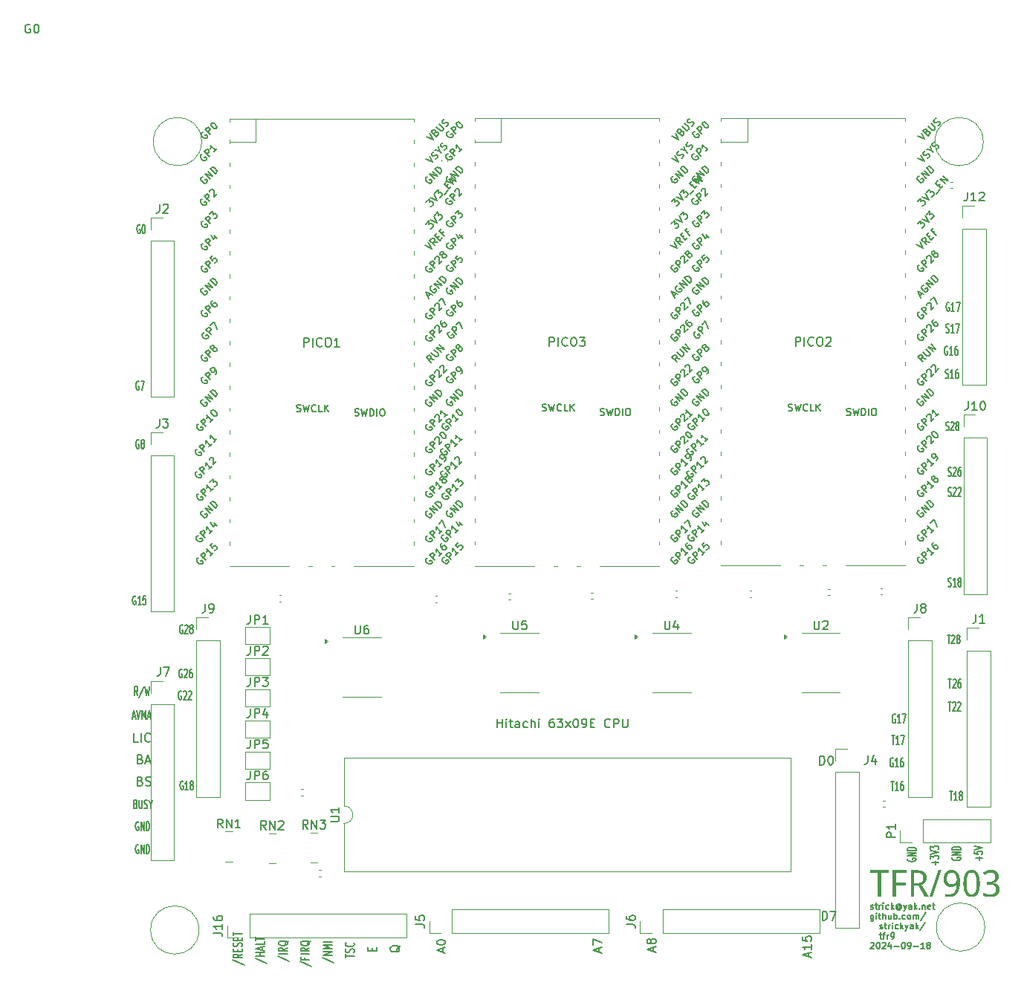
<source format=gto>
G04 #@! TF.GenerationSoftware,KiCad,Pcbnew,7.0.11-7.0.11~ubuntu22.04.1*
G04 #@! TF.CreationDate,2024-09-18T23:24:04-04:00*
G04 #@! TF.ProjectId,tfr903d,74667239-3033-4642-9e6b-696361645f70,2024-09-18*
G04 #@! TF.SameCoordinates,Original*
G04 #@! TF.FileFunction,Legend,Top*
G04 #@! TF.FilePolarity,Positive*
%FSLAX46Y46*%
G04 Gerber Fmt 4.6, Leading zero omitted, Abs format (unit mm)*
G04 Created by KiCad (PCBNEW 7.0.11-7.0.11~ubuntu22.04.1) date 2024-09-18 23:24:04*
%MOMM*%
%LPD*%
G01*
G04 APERTURE LIST*
%ADD10C,0.150000*%
%ADD11C,0.140000*%
%ADD12C,0.120000*%
G04 APERTURE END LIST*
D10*
X50412969Y-120769104D02*
X50698684Y-120769104D01*
X50355826Y-121054819D02*
X50555826Y-120054819D01*
X50555826Y-120054819D02*
X50755826Y-121054819D01*
X50870112Y-120054819D02*
X51070112Y-121054819D01*
X51070112Y-121054819D02*
X51270112Y-120054819D01*
X51470113Y-121054819D02*
X51470113Y-120054819D01*
X51470113Y-120054819D02*
X51670113Y-120769104D01*
X51670113Y-120769104D02*
X51870113Y-120054819D01*
X51870113Y-120054819D02*
X51870113Y-121054819D01*
X52127255Y-120769104D02*
X52412970Y-120769104D01*
X52070112Y-121054819D02*
X52270112Y-120054819D01*
X52270112Y-120054819D02*
X52470112Y-121054819D01*
X51121428Y-82602438D02*
X51064286Y-82554819D01*
X51064286Y-82554819D02*
X50978571Y-82554819D01*
X50978571Y-82554819D02*
X50892857Y-82602438D01*
X50892857Y-82602438D02*
X50835714Y-82697676D01*
X50835714Y-82697676D02*
X50807143Y-82792914D01*
X50807143Y-82792914D02*
X50778571Y-82983390D01*
X50778571Y-82983390D02*
X50778571Y-83126247D01*
X50778571Y-83126247D02*
X50807143Y-83316723D01*
X50807143Y-83316723D02*
X50835714Y-83411961D01*
X50835714Y-83411961D02*
X50892857Y-83507200D01*
X50892857Y-83507200D02*
X50978571Y-83554819D01*
X50978571Y-83554819D02*
X51035714Y-83554819D01*
X51035714Y-83554819D02*
X51121428Y-83507200D01*
X51121428Y-83507200D02*
X51150000Y-83459580D01*
X51150000Y-83459580D02*
X51150000Y-83126247D01*
X51150000Y-83126247D02*
X51035714Y-83126247D01*
X51350000Y-82554819D02*
X51750000Y-82554819D01*
X51750000Y-82554819D02*
X51492857Y-83554819D01*
X137285713Y-120552438D02*
X137228571Y-120504819D01*
X137228571Y-120504819D02*
X137142856Y-120504819D01*
X137142856Y-120504819D02*
X137057142Y-120552438D01*
X137057142Y-120552438D02*
X136999999Y-120647676D01*
X136999999Y-120647676D02*
X136971428Y-120742914D01*
X136971428Y-120742914D02*
X136942856Y-120933390D01*
X136942856Y-120933390D02*
X136942856Y-121076247D01*
X136942856Y-121076247D02*
X136971428Y-121266723D01*
X136971428Y-121266723D02*
X136999999Y-121361961D01*
X136999999Y-121361961D02*
X137057142Y-121457200D01*
X137057142Y-121457200D02*
X137142856Y-121504819D01*
X137142856Y-121504819D02*
X137199999Y-121504819D01*
X137199999Y-121504819D02*
X137285713Y-121457200D01*
X137285713Y-121457200D02*
X137314285Y-121409580D01*
X137314285Y-121409580D02*
X137314285Y-121076247D01*
X137314285Y-121076247D02*
X137199999Y-121076247D01*
X137885713Y-121504819D02*
X137542856Y-121504819D01*
X137714285Y-121504819D02*
X137714285Y-120504819D01*
X137714285Y-120504819D02*
X137657142Y-120647676D01*
X137657142Y-120647676D02*
X137599999Y-120742914D01*
X137599999Y-120742914D02*
X137542856Y-120790533D01*
X138085714Y-120504819D02*
X138485714Y-120504819D01*
X138485714Y-120504819D02*
X138228571Y-121504819D01*
G36*
X135689602Y-141290000D02*
G01*
X135315910Y-141290000D01*
X135315910Y-138595024D01*
X134441765Y-138595024D01*
X134441765Y-138288743D01*
X136554954Y-138288743D01*
X136554954Y-138595024D01*
X135689602Y-138595024D01*
X135689602Y-141290000D01*
G37*
G36*
X137357292Y-141290000D02*
G01*
X136983600Y-141290000D01*
X136983600Y-138288743D01*
X138562630Y-138288743D01*
X138562630Y-138595024D01*
X137357292Y-138595024D01*
X137357292Y-139695582D01*
X138487159Y-139695582D01*
X138487159Y-140001863D01*
X137357292Y-140001863D01*
X137357292Y-141290000D01*
G37*
G36*
X139857916Y-138288952D02*
G01*
X139890168Y-138289576D01*
X139921880Y-138290617D01*
X139953051Y-138292075D01*
X139983682Y-138293949D01*
X140013771Y-138296240D01*
X140043319Y-138298946D01*
X140100792Y-138305610D01*
X140156102Y-138313939D01*
X140209247Y-138323934D01*
X140260229Y-138335594D01*
X140309047Y-138348921D01*
X140355702Y-138363913D01*
X140400192Y-138380571D01*
X140442518Y-138398895D01*
X140482681Y-138418885D01*
X140520680Y-138440541D01*
X140556515Y-138463862D01*
X140590186Y-138488849D01*
X140606210Y-138501967D01*
X140636733Y-138529376D01*
X140665286Y-138558479D01*
X140691871Y-138589277D01*
X140716486Y-138621769D01*
X140739132Y-138655955D01*
X140759808Y-138691836D01*
X140778516Y-138729411D01*
X140795254Y-138768681D01*
X140810023Y-138809645D01*
X140822823Y-138852303D01*
X140833654Y-138896656D01*
X140842515Y-138942704D01*
X140849407Y-138990445D01*
X140854330Y-139039882D01*
X140857284Y-139091012D01*
X140858269Y-139143838D01*
X140857948Y-139173567D01*
X140856265Y-139216992D01*
X140853140Y-139259013D01*
X140848572Y-139299630D01*
X140842561Y-139338844D01*
X140835108Y-139376653D01*
X140826212Y-139413058D01*
X140815874Y-139448059D01*
X140804093Y-139481657D01*
X140790869Y-139513850D01*
X140776203Y-139544640D01*
X140760410Y-139574017D01*
X140743806Y-139602248D01*
X140726390Y-139629333D01*
X140708163Y-139655271D01*
X140689124Y-139680063D01*
X140669274Y-139703708D01*
X140648612Y-139726207D01*
X140627139Y-139747560D01*
X140604854Y-139767767D01*
X140581758Y-139786827D01*
X140565910Y-139798897D01*
X140541870Y-139816272D01*
X140517559Y-139832952D01*
X140492977Y-139848936D01*
X140459781Y-139869166D01*
X140426104Y-139888160D01*
X140391947Y-139905917D01*
X140357308Y-139922438D01*
X140322188Y-139937722D01*
X140295533Y-139948374D01*
X141076622Y-141290000D01*
X140639916Y-141290000D01*
X139959211Y-140048757D01*
X139417725Y-140048757D01*
X139417725Y-141290000D01*
X139044033Y-141290000D01*
X139044033Y-138595024D01*
X139417725Y-138595024D01*
X139417725Y-139742477D01*
X139820725Y-139742477D01*
X139862502Y-139741893D01*
X139902837Y-139740141D01*
X139941728Y-139737222D01*
X139979178Y-139733135D01*
X140015185Y-139727879D01*
X140049749Y-139721457D01*
X140082870Y-139713866D01*
X140114549Y-139705108D01*
X140144786Y-139695181D01*
X140173580Y-139684088D01*
X140200931Y-139671826D01*
X140239253Y-139651244D01*
X140274330Y-139628034D01*
X140306161Y-139602197D01*
X140316050Y-139593000D01*
X140343810Y-139563737D01*
X140368841Y-139532001D01*
X140391140Y-139497791D01*
X140410709Y-139461109D01*
X140427548Y-139421954D01*
X140441655Y-139380326D01*
X140449544Y-139351200D01*
X140456218Y-139320975D01*
X140461680Y-139289651D01*
X140465927Y-139257227D01*
X140468961Y-139223705D01*
X140470781Y-139189084D01*
X140471388Y-139153363D01*
X140470747Y-139116220D01*
X140468824Y-139080445D01*
X140465618Y-139046038D01*
X140461130Y-139013000D01*
X140455360Y-138981329D01*
X140448307Y-138951027D01*
X140439972Y-138922093D01*
X140425066Y-138881257D01*
X140407274Y-138843499D01*
X140386598Y-138808820D01*
X140363036Y-138777219D01*
X140336589Y-138748696D01*
X140307257Y-138723251D01*
X140275068Y-138700336D01*
X140239774Y-138679674D01*
X140201377Y-138661266D01*
X140174054Y-138650247D01*
X140145352Y-138640229D01*
X140115270Y-138631213D01*
X140083808Y-138623199D01*
X140050967Y-138616186D01*
X140016747Y-138610176D01*
X139981146Y-138605167D01*
X139944166Y-138601160D01*
X139905807Y-138598154D01*
X139866068Y-138596151D01*
X139824949Y-138595149D01*
X139803872Y-138595024D01*
X139417725Y-138595024D01*
X139044033Y-138595024D01*
X139044033Y-138288743D01*
X139825122Y-138288743D01*
X139857916Y-138288952D01*
G37*
G36*
X142569923Y-138288743D02*
G01*
X141519923Y-141290000D01*
X141167480Y-141290000D01*
X142217480Y-138288743D01*
X142569923Y-138288743D01*
G37*
G36*
X143736661Y-138242418D02*
G01*
X143770155Y-138244127D01*
X143803202Y-138246975D01*
X143835803Y-138250962D01*
X143867957Y-138256088D01*
X143899665Y-138262354D01*
X143930926Y-138269758D01*
X143961741Y-138278302D01*
X143992109Y-138287985D01*
X144022030Y-138298807D01*
X144051506Y-138310768D01*
X144080534Y-138323869D01*
X144109116Y-138338108D01*
X144137252Y-138353487D01*
X144164941Y-138370005D01*
X144192184Y-138387662D01*
X144218860Y-138406375D01*
X144244849Y-138426244D01*
X144270151Y-138447270D01*
X144294766Y-138469453D01*
X144318694Y-138492791D01*
X144341935Y-138517286D01*
X144364489Y-138542937D01*
X144386357Y-138569745D01*
X144407537Y-138597709D01*
X144428031Y-138626829D01*
X144447837Y-138657105D01*
X144466957Y-138688538D01*
X144485390Y-138721128D01*
X144503135Y-138754873D01*
X144520194Y-138789775D01*
X144536566Y-138825833D01*
X144552094Y-138863088D01*
X144566619Y-138901579D01*
X144580143Y-138941307D01*
X144592666Y-138982271D01*
X144604186Y-139024472D01*
X144614705Y-139067909D01*
X144624222Y-139112582D01*
X144632737Y-139158492D01*
X144640250Y-139205639D01*
X144646762Y-139254022D01*
X144652271Y-139303641D01*
X144656779Y-139354497D01*
X144660286Y-139406589D01*
X144662790Y-139459918D01*
X144664293Y-139514484D01*
X144664794Y-139570286D01*
X144664579Y-139610820D01*
X144663935Y-139651275D01*
X144662862Y-139691650D01*
X144661359Y-139731944D01*
X144659427Y-139772158D01*
X144657066Y-139812292D01*
X144654275Y-139852346D01*
X144651055Y-139892320D01*
X144647406Y-139932213D01*
X144643327Y-139972027D01*
X144638819Y-140011760D01*
X144633882Y-140051413D01*
X144628515Y-140090987D01*
X144622719Y-140130479D01*
X144616494Y-140169892D01*
X144609839Y-140209225D01*
X144602729Y-140248200D01*
X144594955Y-140286722D01*
X144586518Y-140324793D01*
X144577416Y-140362411D01*
X144567650Y-140399577D01*
X144557220Y-140436291D01*
X144546126Y-140472552D01*
X144534368Y-140508361D01*
X144521946Y-140543718D01*
X144508860Y-140578623D01*
X144495110Y-140613076D01*
X144480696Y-140647076D01*
X144465617Y-140680624D01*
X144449875Y-140713720D01*
X144433469Y-140746364D01*
X144416399Y-140778555D01*
X144398627Y-140810025D01*
X144379934Y-140840688D01*
X144360319Y-140870544D01*
X144339783Y-140899593D01*
X144318325Y-140927834D01*
X144295945Y-140955268D01*
X144272644Y-140981896D01*
X144248421Y-141007716D01*
X144223276Y-141032729D01*
X144197210Y-141056935D01*
X144170222Y-141080333D01*
X144142312Y-141102925D01*
X144113481Y-141124709D01*
X144083728Y-141145686D01*
X144053054Y-141165856D01*
X144021458Y-141185219D01*
X143988917Y-141203586D01*
X143955226Y-141220768D01*
X143920384Y-141236765D01*
X143884392Y-141251577D01*
X143847249Y-141265204D01*
X143808955Y-141277646D01*
X143769511Y-141288903D01*
X143728916Y-141298975D01*
X143687171Y-141307863D01*
X143644275Y-141315565D01*
X143600228Y-141322082D01*
X143555030Y-141327414D01*
X143508683Y-141331562D01*
X143461184Y-141334524D01*
X143412535Y-141336302D01*
X143362735Y-141336894D01*
X143331883Y-141336533D01*
X143299228Y-141335452D01*
X143264770Y-141333648D01*
X143234677Y-141331595D01*
X143203332Y-141329040D01*
X143177355Y-141326636D01*
X143145541Y-141323162D01*
X143115588Y-141319151D01*
X143082100Y-141313630D01*
X143051291Y-141307336D01*
X143018733Y-141299016D01*
X143005896Y-141295129D01*
X143005896Y-140977124D01*
X143034571Y-140986684D01*
X143063994Y-140995302D01*
X143094163Y-141002981D01*
X143125079Y-141009719D01*
X143156742Y-141015518D01*
X143189153Y-141020375D01*
X143222310Y-141024293D01*
X143256215Y-141027271D01*
X143290866Y-141029308D01*
X143326265Y-141030405D01*
X143350279Y-141030614D01*
X143384514Y-141030239D01*
X143417976Y-141029114D01*
X143450665Y-141027239D01*
X143482582Y-141024614D01*
X143513726Y-141021240D01*
X143544097Y-141017115D01*
X143573695Y-141012241D01*
X143602520Y-141006617D01*
X143644310Y-140996774D01*
X143684360Y-140985245D01*
X143722671Y-140972028D01*
X143759244Y-140957123D01*
X143794078Y-140940532D01*
X143805303Y-140934626D01*
X143838175Y-140916023D01*
X143869746Y-140896209D01*
X143900016Y-140875185D01*
X143928985Y-140852950D01*
X143956654Y-140829504D01*
X143983021Y-140804847D01*
X144008088Y-140778980D01*
X144031854Y-140751902D01*
X144054318Y-140723613D01*
X144075482Y-140694114D01*
X144088869Y-140673775D01*
X144108150Y-140642386D01*
X144126427Y-140610045D01*
X144143699Y-140576750D01*
X144159967Y-140542502D01*
X144175229Y-140507301D01*
X144189488Y-140471147D01*
X144202741Y-140434039D01*
X144214990Y-140395979D01*
X144226234Y-140356966D01*
X144236474Y-140316999D01*
X144242742Y-140289825D01*
X144251455Y-140248547D01*
X144259460Y-140206869D01*
X144266757Y-140164793D01*
X144273345Y-140122316D01*
X144279225Y-140079441D01*
X144284396Y-140036166D01*
X144288859Y-139992493D01*
X144291441Y-139963155D01*
X144293707Y-139933640D01*
X144295659Y-139903947D01*
X144297297Y-139874077D01*
X144298619Y-139844029D01*
X144299162Y-139828939D01*
X144274249Y-139828939D01*
X144257001Y-139856324D01*
X144238503Y-139882975D01*
X144218756Y-139908891D01*
X144197759Y-139934074D01*
X144175513Y-139958522D01*
X144152018Y-139982236D01*
X144127274Y-140005217D01*
X144101280Y-140027462D01*
X144074036Y-140048974D01*
X144045544Y-140069752D01*
X144025854Y-140083196D01*
X143995146Y-140102183D01*
X143962648Y-140119303D01*
X143928359Y-140134555D01*
X143892280Y-140147939D01*
X143854411Y-140159456D01*
X143814751Y-140169105D01*
X143773301Y-140176887D01*
X143730061Y-140182801D01*
X143700240Y-140185706D01*
X143669622Y-140187781D01*
X143638209Y-140189026D01*
X143606001Y-140189441D01*
X143561387Y-140188502D01*
X143517856Y-140185686D01*
X143475406Y-140180992D01*
X143434039Y-140174420D01*
X143393753Y-140165971D01*
X143354549Y-140155644D01*
X143316427Y-140143440D01*
X143279387Y-140129357D01*
X143243429Y-140113398D01*
X143208553Y-140095560D01*
X143174759Y-140075845D01*
X143142046Y-140054253D01*
X143110416Y-140030783D01*
X143079867Y-140005435D01*
X143050401Y-139978209D01*
X143022016Y-139949106D01*
X142995131Y-139918200D01*
X142969981Y-139885748D01*
X142946565Y-139851751D01*
X142924884Y-139816208D01*
X142904937Y-139779119D01*
X142886725Y-139740485D01*
X142870247Y-139700305D01*
X142855504Y-139658579D01*
X142842495Y-139615308D01*
X142831221Y-139570492D01*
X142821681Y-139524129D01*
X142813876Y-139476222D01*
X142807805Y-139426768D01*
X142803469Y-139375769D01*
X142800867Y-139323224D01*
X142800000Y-139269134D01*
X142800107Y-139255945D01*
X143161235Y-139255945D01*
X143161741Y-139291740D01*
X143163261Y-139326585D01*
X143165794Y-139360479D01*
X143169340Y-139393423D01*
X143173900Y-139425417D01*
X143179473Y-139456461D01*
X143186059Y-139486554D01*
X143193658Y-139515697D01*
X143202270Y-139543890D01*
X143217089Y-139584398D01*
X143234187Y-139622767D01*
X143253565Y-139658999D01*
X143275223Y-139693092D01*
X143290928Y-139714633D01*
X143316600Y-139744751D01*
X143344706Y-139771906D01*
X143375247Y-139796099D01*
X143408221Y-139817330D01*
X143443631Y-139835598D01*
X143481474Y-139850903D01*
X143521752Y-139863247D01*
X143564464Y-139872628D01*
X143594292Y-139877236D01*
X143625201Y-139880527D01*
X143657192Y-139882502D01*
X143690265Y-139883161D01*
X143724461Y-139882452D01*
X143757807Y-139880327D01*
X143790304Y-139876785D01*
X143821950Y-139871826D01*
X143852746Y-139865451D01*
X143882692Y-139857658D01*
X143911788Y-139848449D01*
X143940034Y-139837823D01*
X143967429Y-139825780D01*
X143993975Y-139812321D01*
X144011200Y-139802561D01*
X144036331Y-139786905D01*
X144068096Y-139764769D01*
X144097869Y-139741190D01*
X144125649Y-139716168D01*
X144151438Y-139689704D01*
X144175234Y-139661797D01*
X144197039Y-139632448D01*
X144216851Y-139601656D01*
X144221493Y-139593733D01*
X144238666Y-139561539D01*
X144253550Y-139529070D01*
X144266144Y-139496326D01*
X144276448Y-139463307D01*
X144284462Y-139430014D01*
X144290186Y-139396446D01*
X144293621Y-139362603D01*
X144294766Y-139328485D01*
X144294193Y-139294177D01*
X144292473Y-139259946D01*
X144289607Y-139225793D01*
X144285595Y-139191717D01*
X144280437Y-139157718D01*
X144274132Y-139123796D01*
X144266681Y-139089952D01*
X144258084Y-139056185D01*
X144248340Y-139022495D01*
X144237450Y-138988883D01*
X144229553Y-138966517D01*
X144216883Y-138933386D01*
X144203054Y-138901310D01*
X144188066Y-138870291D01*
X144171919Y-138840328D01*
X144154613Y-138811421D01*
X144136147Y-138783570D01*
X144116522Y-138756775D01*
X144095738Y-138731037D01*
X144073795Y-138706354D01*
X144050693Y-138682728D01*
X144034647Y-138667564D01*
X144009606Y-138646220D01*
X143983393Y-138626975D01*
X143956008Y-138609829D01*
X143927451Y-138594783D01*
X143897722Y-138581837D01*
X143866821Y-138570990D01*
X143834747Y-138562242D01*
X143801502Y-138555594D01*
X143767085Y-138551045D01*
X143731495Y-138548596D01*
X143707117Y-138548129D01*
X143676981Y-138548813D01*
X143647572Y-138550866D01*
X143604821Y-138556509D01*
X143563706Y-138565231D01*
X143524227Y-138577031D01*
X143486383Y-138591910D01*
X143450175Y-138609867D01*
X143415603Y-138630902D01*
X143382667Y-138655015D01*
X143351366Y-138682207D01*
X143321702Y-138712477D01*
X143312177Y-138723251D01*
X143285202Y-138757566D01*
X143268692Y-138782238D01*
X143253362Y-138808347D01*
X143239212Y-138835893D01*
X143226240Y-138864876D01*
X143214448Y-138895296D01*
X143203835Y-138927152D01*
X143194401Y-138960446D01*
X143186146Y-138995176D01*
X143179071Y-139031343D01*
X143173174Y-139068947D01*
X143168457Y-139107988D01*
X143164920Y-139148465D01*
X143162561Y-139190379D01*
X143161382Y-139233731D01*
X143161235Y-139255945D01*
X142800107Y-139255945D01*
X142800241Y-139239474D01*
X142802176Y-139181342D01*
X142806046Y-139124796D01*
X142811851Y-139069836D01*
X142819590Y-139016461D01*
X142829264Y-138964672D01*
X142840873Y-138914469D01*
X142854417Y-138865851D01*
X142869896Y-138818819D01*
X142887310Y-138773372D01*
X142906659Y-138729512D01*
X142927942Y-138687237D01*
X142951161Y-138646547D01*
X142976314Y-138607444D01*
X143003402Y-138569926D01*
X143032425Y-138533994D01*
X143047662Y-138516622D01*
X143079243Y-138483349D01*
X143112073Y-138452222D01*
X143146151Y-138423242D01*
X143181476Y-138396409D01*
X143218050Y-138371722D01*
X143255871Y-138349182D01*
X143294940Y-138328789D01*
X143335258Y-138310542D01*
X143376823Y-138294442D01*
X143419636Y-138280489D01*
X143463697Y-138268682D01*
X143509006Y-138259022D01*
X143555563Y-138251509D01*
X143603368Y-138246142D01*
X143652420Y-138242922D01*
X143702721Y-138241849D01*
X143736661Y-138242418D01*
G37*
G36*
X146015343Y-138242246D02*
G01*
X146072805Y-138245423D01*
X146128377Y-138251777D01*
X146182061Y-138261308D01*
X146233856Y-138274017D01*
X146283762Y-138289902D01*
X146331778Y-138308964D01*
X146377906Y-138331204D01*
X146422144Y-138356620D01*
X146464494Y-138385214D01*
X146504954Y-138416984D01*
X146543525Y-138451932D01*
X146580208Y-138490057D01*
X146615001Y-138531359D01*
X146647905Y-138575838D01*
X146678920Y-138623494D01*
X146693719Y-138648513D01*
X146708054Y-138674203D01*
X146721935Y-138700531D01*
X146735360Y-138727498D01*
X146748330Y-138755102D01*
X146760845Y-138783345D01*
X146772905Y-138812226D01*
X146784510Y-138841746D01*
X146795660Y-138871904D01*
X146806355Y-138902700D01*
X146816594Y-138934134D01*
X146826379Y-138966207D01*
X146835708Y-138998918D01*
X146844582Y-139032267D01*
X146853002Y-139066254D01*
X146860966Y-139100880D01*
X146868475Y-139136144D01*
X146875529Y-139172046D01*
X146882128Y-139208587D01*
X146888271Y-139245766D01*
X146893960Y-139283583D01*
X146899194Y-139322038D01*
X146903972Y-139361132D01*
X146908295Y-139400864D01*
X146912164Y-139441234D01*
X146915577Y-139482242D01*
X146918535Y-139523889D01*
X146921038Y-139566174D01*
X146923086Y-139609097D01*
X146924679Y-139652659D01*
X146925816Y-139696859D01*
X146926499Y-139741697D01*
X146926727Y-139787173D01*
X146926634Y-139817310D01*
X146926357Y-139847180D01*
X146925896Y-139876782D01*
X146925250Y-139906116D01*
X146923404Y-139963981D01*
X146920819Y-140020776D01*
X146917496Y-140076501D01*
X146913434Y-140131155D01*
X146908635Y-140184739D01*
X146903096Y-140237252D01*
X146896819Y-140288694D01*
X146889804Y-140339067D01*
X146882050Y-140388368D01*
X146873558Y-140436600D01*
X146864327Y-140483761D01*
X146854358Y-140529851D01*
X146843651Y-140574871D01*
X146832205Y-140618820D01*
X146819954Y-140661602D01*
X146806834Y-140703118D01*
X146792843Y-140743370D01*
X146777983Y-140782356D01*
X146762252Y-140820077D01*
X146745651Y-140856533D01*
X146728180Y-140891724D01*
X146709839Y-140925650D01*
X146690628Y-140958311D01*
X146670546Y-140989707D01*
X146649595Y-141019837D01*
X146627773Y-141048703D01*
X146605082Y-141076303D01*
X146581520Y-141102639D01*
X146557088Y-141127709D01*
X146531786Y-141151514D01*
X146505525Y-141173962D01*
X146478217Y-141194962D01*
X146449861Y-141214514D01*
X146420457Y-141232618D01*
X146390006Y-141249273D01*
X146358507Y-141264480D01*
X146325961Y-141278239D01*
X146292367Y-141290549D01*
X146257725Y-141301411D01*
X146222036Y-141310825D01*
X146185300Y-141318791D01*
X146147516Y-141325308D01*
X146108684Y-141330377D01*
X146068805Y-141333998D01*
X146027878Y-141336170D01*
X145985903Y-141336894D01*
X145956242Y-141336493D01*
X145898379Y-141333288D01*
X145842463Y-141326876D01*
X145788493Y-141317259D01*
X145736469Y-141304437D01*
X145686392Y-141288408D01*
X145638261Y-141269174D01*
X145592076Y-141246734D01*
X145547837Y-141221089D01*
X145505545Y-141192237D01*
X145465199Y-141160181D01*
X145426800Y-141124918D01*
X145390347Y-141086450D01*
X145355840Y-141044776D01*
X145323279Y-140999896D01*
X145292665Y-140951811D01*
X145278087Y-140926566D01*
X145264022Y-140900565D01*
X145250404Y-140873944D01*
X145237232Y-140846704D01*
X145224507Y-140818844D01*
X145212228Y-140790364D01*
X145200395Y-140761264D01*
X145189009Y-140731545D01*
X145178070Y-140701206D01*
X145167577Y-140670248D01*
X145157531Y-140638670D01*
X145147931Y-140606472D01*
X145138777Y-140573654D01*
X145130071Y-140540217D01*
X145121810Y-140506160D01*
X145113996Y-140471484D01*
X145106629Y-140436188D01*
X145099708Y-140400272D01*
X145093234Y-140363736D01*
X145087206Y-140326581D01*
X145081625Y-140288806D01*
X145076490Y-140250412D01*
X145071801Y-140211397D01*
X145067560Y-140171763D01*
X145063764Y-140131510D01*
X145060416Y-140090637D01*
X145057513Y-140049144D01*
X145055057Y-140007031D01*
X145053048Y-139964299D01*
X145051485Y-139920947D01*
X145050369Y-139876975D01*
X145049699Y-139832384D01*
X145049476Y-139787173D01*
X145415108Y-139787173D01*
X145415234Y-139825839D01*
X145415614Y-139863892D01*
X145416248Y-139901333D01*
X145417134Y-139938161D01*
X145418274Y-139974377D01*
X145419667Y-140009980D01*
X145421314Y-140044971D01*
X145423213Y-140079349D01*
X145425367Y-140113114D01*
X145427773Y-140146267D01*
X145430433Y-140178808D01*
X145433346Y-140210736D01*
X145436512Y-140242052D01*
X145439932Y-140272755D01*
X145443605Y-140302845D01*
X145447531Y-140332323D01*
X145456143Y-140389442D01*
X145465769Y-140444110D01*
X145476408Y-140496329D01*
X145488060Y-140546097D01*
X145500725Y-140593415D01*
X145514404Y-140638283D01*
X145529096Y-140680701D01*
X145544801Y-140720669D01*
X145561808Y-140758202D01*
X145580223Y-140793313D01*
X145600047Y-140826002D01*
X145621279Y-140856270D01*
X145643919Y-140884117D01*
X145667968Y-140909542D01*
X145693424Y-140932545D01*
X145720289Y-140953128D01*
X145748562Y-140971288D01*
X145778243Y-140987028D01*
X145809333Y-141000346D01*
X145841830Y-141011242D01*
X145875736Y-141019717D01*
X145911050Y-141025771D01*
X145947773Y-141029403D01*
X145985903Y-141030614D01*
X146024034Y-141029411D01*
X146060756Y-141025805D01*
X146096070Y-141019794D01*
X146129976Y-141011379D01*
X146162474Y-141000560D01*
X146193563Y-140987337D01*
X146223244Y-140971709D01*
X146251517Y-140953677D01*
X146278382Y-140933241D01*
X146303839Y-140910400D01*
X146327887Y-140885156D01*
X146350527Y-140857506D01*
X146371759Y-140827453D01*
X146391583Y-140794996D01*
X146409998Y-140760134D01*
X146427006Y-140722868D01*
X146442800Y-140683149D01*
X146457574Y-140640928D01*
X146471330Y-140596206D01*
X146484067Y-140548982D01*
X146495785Y-140499257D01*
X146506484Y-140447030D01*
X146516164Y-140392301D01*
X146524825Y-140335071D01*
X146528773Y-140305518D01*
X146532467Y-140275339D01*
X146535906Y-140244535D01*
X146539090Y-140213106D01*
X146542020Y-140181051D01*
X146544695Y-140148371D01*
X146547115Y-140115066D01*
X146549280Y-140081135D01*
X146551190Y-140046578D01*
X146552846Y-140011397D01*
X146554247Y-139975590D01*
X146555394Y-139939157D01*
X146556285Y-139902099D01*
X146556922Y-139864416D01*
X146557304Y-139826107D01*
X146557431Y-139787173D01*
X146557304Y-139748778D01*
X146556922Y-139710987D01*
X146556285Y-139673799D01*
X146555394Y-139637216D01*
X146554247Y-139601236D01*
X146552846Y-139565861D01*
X146551190Y-139531089D01*
X146549280Y-139496921D01*
X146547115Y-139463357D01*
X146544695Y-139430397D01*
X146542020Y-139398041D01*
X146539090Y-139366289D01*
X146535906Y-139335141D01*
X146532467Y-139304597D01*
X146528773Y-139274657D01*
X146524825Y-139245321D01*
X146516164Y-139188460D01*
X146506484Y-139134014D01*
X146495785Y-139081985D01*
X146484067Y-139032371D01*
X146471330Y-138985173D01*
X146457574Y-138940391D01*
X146442800Y-138898024D01*
X146427006Y-138858073D01*
X146409998Y-138820541D01*
X146391583Y-138785430D01*
X146371759Y-138752741D01*
X146350527Y-138722473D01*
X146327887Y-138694626D01*
X146303839Y-138669201D01*
X146278382Y-138646198D01*
X146251517Y-138625615D01*
X146223244Y-138607455D01*
X146193563Y-138591715D01*
X146162474Y-138578397D01*
X146129976Y-138567501D01*
X146096070Y-138559026D01*
X146060756Y-138552972D01*
X146024034Y-138549340D01*
X145985903Y-138548129D01*
X145947773Y-138549340D01*
X145911050Y-138552972D01*
X145875736Y-138559026D01*
X145841830Y-138567501D01*
X145809333Y-138578397D01*
X145778243Y-138591715D01*
X145748562Y-138607455D01*
X145720289Y-138625615D01*
X145693424Y-138646198D01*
X145667968Y-138669201D01*
X145643919Y-138694626D01*
X145621279Y-138722473D01*
X145600047Y-138752741D01*
X145580223Y-138785430D01*
X145561808Y-138820541D01*
X145544801Y-138858073D01*
X145529096Y-138898024D01*
X145514404Y-138940391D01*
X145500725Y-138985173D01*
X145488060Y-139032371D01*
X145476408Y-139081985D01*
X145465769Y-139134014D01*
X145456143Y-139188460D01*
X145447531Y-139245321D01*
X145443605Y-139274657D01*
X145439932Y-139304597D01*
X145436512Y-139335141D01*
X145433346Y-139366289D01*
X145430433Y-139398041D01*
X145427773Y-139430397D01*
X145425367Y-139463357D01*
X145423213Y-139496921D01*
X145421314Y-139531089D01*
X145419667Y-139565861D01*
X145418274Y-139601236D01*
X145417134Y-139637216D01*
X145416248Y-139673799D01*
X145415614Y-139710987D01*
X145415234Y-139748778D01*
X145415108Y-139787173D01*
X145049476Y-139787173D01*
X145049566Y-139756768D01*
X145049837Y-139726643D01*
X145050288Y-139696799D01*
X145050919Y-139667235D01*
X145052722Y-139608948D01*
X145055246Y-139551784D01*
X145058492Y-139495742D01*
X145062459Y-139440822D01*
X145067147Y-139387023D01*
X145072557Y-139334347D01*
X145078688Y-139282793D01*
X145085540Y-139232360D01*
X145093114Y-139183050D01*
X145101408Y-139134862D01*
X145110424Y-139087795D01*
X145120162Y-139041851D01*
X145130620Y-138997029D01*
X145141800Y-138953328D01*
X145153784Y-138910821D01*
X145166655Y-138869580D01*
X145180414Y-138829603D01*
X145195060Y-138790891D01*
X145210593Y-138753445D01*
X145227014Y-138717264D01*
X145244322Y-138682347D01*
X145262517Y-138648696D01*
X145281599Y-138616310D01*
X145301569Y-138585189D01*
X145322426Y-138555334D01*
X145344170Y-138526743D01*
X145366802Y-138499417D01*
X145390321Y-138473357D01*
X145414727Y-138448561D01*
X145440020Y-138425031D01*
X145466281Y-138402849D01*
X145493590Y-138382098D01*
X145521946Y-138362778D01*
X145551349Y-138344889D01*
X145581801Y-138328431D01*
X145613299Y-138313404D01*
X145645846Y-138299809D01*
X145679439Y-138287644D01*
X145714081Y-138276911D01*
X145749770Y-138267609D01*
X145786507Y-138259738D01*
X145824291Y-138253298D01*
X145863123Y-138248289D01*
X145903002Y-138244711D01*
X145943929Y-138242564D01*
X145985903Y-138241849D01*
X146015343Y-138242246D01*
G37*
G36*
X149067027Y-138995826D02*
G01*
X149066403Y-139033714D01*
X149064531Y-139070622D01*
X149061411Y-139106551D01*
X149057043Y-139141502D01*
X149051428Y-139175474D01*
X149044564Y-139208467D01*
X149036452Y-139240480D01*
X149027093Y-139271516D01*
X149016486Y-139301572D01*
X149004630Y-139330649D01*
X148991527Y-139358747D01*
X148977176Y-139385867D01*
X148961577Y-139412008D01*
X148944730Y-139437169D01*
X148926635Y-139461352D01*
X148907292Y-139484556D01*
X148886987Y-139506704D01*
X148865824Y-139527902D01*
X148843802Y-139548149D01*
X148820922Y-139567446D01*
X148797182Y-139585793D01*
X148772584Y-139603190D01*
X148747128Y-139619636D01*
X148720812Y-139635132D01*
X148693639Y-139649678D01*
X148665606Y-139663273D01*
X148636715Y-139675919D01*
X148606965Y-139687614D01*
X148576356Y-139698359D01*
X148544889Y-139708153D01*
X148512563Y-139716997D01*
X148479378Y-139724891D01*
X148479378Y-139741744D01*
X148521204Y-139747520D01*
X148561684Y-139754407D01*
X148600820Y-139762404D01*
X148638609Y-139771511D01*
X148675054Y-139781729D01*
X148710154Y-139793058D01*
X148743908Y-139805497D01*
X148776317Y-139819047D01*
X148807380Y-139833707D01*
X148837099Y-139849478D01*
X148865472Y-139866359D01*
X148892500Y-139884351D01*
X148918183Y-139903454D01*
X148942520Y-139923667D01*
X148965512Y-139944990D01*
X148987159Y-139967424D01*
X149007567Y-139990766D01*
X149026658Y-140014995D01*
X149044432Y-140040111D01*
X149060890Y-140066114D01*
X149076031Y-140093004D01*
X149089856Y-140120782D01*
X149102364Y-140149447D01*
X149113555Y-140179000D01*
X149123430Y-140209440D01*
X149131988Y-140240767D01*
X149139229Y-140272981D01*
X149145154Y-140306082D01*
X149149762Y-140340071D01*
X149153054Y-140374947D01*
X149155029Y-140410711D01*
X149155687Y-140447362D01*
X149154659Y-140495891D01*
X149151577Y-140543292D01*
X149146439Y-140589565D01*
X149139246Y-140634711D01*
X149129998Y-140678729D01*
X149118696Y-140721620D01*
X149105338Y-140763382D01*
X149089924Y-140804017D01*
X149072456Y-140843525D01*
X149052933Y-140881904D01*
X149031355Y-140919156D01*
X149007721Y-140955280D01*
X148982033Y-140990276D01*
X148954290Y-141024145D01*
X148924491Y-141056886D01*
X148892637Y-141088499D01*
X148858674Y-141118578D01*
X148822364Y-141146717D01*
X148783707Y-141172915D01*
X148742703Y-141197172D01*
X148699352Y-141219489D01*
X148653653Y-141239865D01*
X148605608Y-141258300D01*
X148555216Y-141274795D01*
X148502477Y-141289350D01*
X148447390Y-141301964D01*
X148389957Y-141312637D01*
X148360360Y-141317246D01*
X148330177Y-141321369D01*
X148299406Y-141325008D01*
X148268049Y-141328161D01*
X148236105Y-141330830D01*
X148203575Y-141333013D01*
X148170457Y-141334711D01*
X148136753Y-141335924D01*
X148102463Y-141336652D01*
X148067585Y-141336894D01*
X148026116Y-141336585D01*
X147985239Y-141335658D01*
X147944955Y-141334112D01*
X147905263Y-141331948D01*
X147866163Y-141329166D01*
X147827656Y-141325766D01*
X147789742Y-141321747D01*
X147752420Y-141317110D01*
X147715691Y-141311855D01*
X147679554Y-141305982D01*
X147655792Y-141301723D01*
X147620462Y-141294770D01*
X147585364Y-141286825D01*
X147550498Y-141277889D01*
X147515863Y-141267960D01*
X147481461Y-141257040D01*
X147447290Y-141245128D01*
X147413351Y-141232225D01*
X147379644Y-141218329D01*
X147346169Y-141203442D01*
X147312926Y-141187563D01*
X147290893Y-141176427D01*
X147290893Y-140835708D01*
X147324130Y-140852533D01*
X147357894Y-140868663D01*
X147392187Y-140884098D01*
X147427009Y-140898837D01*
X147462358Y-140912880D01*
X147498235Y-140926228D01*
X147534640Y-140938881D01*
X147571574Y-140950838D01*
X147609035Y-140962099D01*
X147647025Y-140972665D01*
X147672644Y-140979323D01*
X147711102Y-140988489D01*
X147749263Y-140996754D01*
X147787128Y-141004117D01*
X147824697Y-141010578D01*
X147861969Y-141016138D01*
X147898946Y-141020796D01*
X147935626Y-141024553D01*
X147972010Y-141027408D01*
X148008097Y-141029361D01*
X148043889Y-141030413D01*
X148067585Y-141030614D01*
X148113475Y-141029998D01*
X148157722Y-141028152D01*
X148200326Y-141025075D01*
X148241287Y-141020768D01*
X148280606Y-141015229D01*
X148318281Y-141008460D01*
X148354314Y-141000460D01*
X148388703Y-140991229D01*
X148421450Y-140980768D01*
X148452554Y-140969076D01*
X148482015Y-140956153D01*
X148509832Y-140941999D01*
X148536007Y-140926615D01*
X148560540Y-140910000D01*
X148594257Y-140882769D01*
X148604675Y-140873077D01*
X148634007Y-140842483D01*
X148660454Y-140809776D01*
X148684016Y-140774957D01*
X148704692Y-140738026D01*
X148722484Y-140698982D01*
X148737390Y-140657827D01*
X148745725Y-140629216D01*
X148752778Y-140599666D01*
X148758548Y-140569178D01*
X148763036Y-140537751D01*
X148766242Y-140505385D01*
X148768165Y-140472080D01*
X148768806Y-140437836D01*
X148768011Y-140403281D01*
X148765623Y-140369956D01*
X148761645Y-140337862D01*
X148756075Y-140306998D01*
X148748914Y-140277366D01*
X148740161Y-140248964D01*
X148724048Y-140208669D01*
X148704355Y-140171143D01*
X148681081Y-140136386D01*
X148654226Y-140104399D01*
X148623790Y-140075181D01*
X148589774Y-140048732D01*
X148565108Y-140032637D01*
X148538981Y-140017553D01*
X148511527Y-140003443D01*
X148482744Y-139990305D01*
X148452634Y-139978141D01*
X148421195Y-139966949D01*
X148388428Y-139956731D01*
X148354334Y-139947486D01*
X148318911Y-139939214D01*
X148282160Y-139931916D01*
X148244081Y-139925590D01*
X148204674Y-139920238D01*
X148163939Y-139915859D01*
X148121876Y-139912453D01*
X148078484Y-139910020D01*
X148033765Y-139908560D01*
X147987718Y-139908073D01*
X147723203Y-139908073D01*
X147723203Y-139601793D01*
X147992114Y-139601793D01*
X148035036Y-139601169D01*
X148076607Y-139599297D01*
X148116827Y-139596177D01*
X148155696Y-139591810D01*
X148193214Y-139586194D01*
X148229381Y-139579330D01*
X148264197Y-139571219D01*
X148297662Y-139561859D01*
X148329776Y-139551252D01*
X148360539Y-139539397D01*
X148389951Y-139526293D01*
X148418012Y-139511942D01*
X148444723Y-139496343D01*
X148470082Y-139479496D01*
X148494090Y-139461401D01*
X148516748Y-139442058D01*
X148538131Y-139421685D01*
X148567620Y-139389601D01*
X148594005Y-139355688D01*
X148617285Y-139319946D01*
X148637462Y-139282375D01*
X148654534Y-139242975D01*
X148668503Y-139201746D01*
X148676090Y-139173244D01*
X148682298Y-139143929D01*
X148687127Y-139113801D01*
X148690576Y-139082861D01*
X148692645Y-139051107D01*
X148693335Y-139018541D01*
X148692150Y-138977389D01*
X148688595Y-138938015D01*
X148682671Y-138900419D01*
X148674376Y-138864599D01*
X148663711Y-138830558D01*
X148650677Y-138798293D01*
X148635272Y-138767806D01*
X148617498Y-138739097D01*
X148597353Y-138712165D01*
X148574839Y-138687010D01*
X148558513Y-138671228D01*
X148532483Y-138649229D01*
X148504675Y-138629393D01*
X148475089Y-138611722D01*
X148443727Y-138596215D01*
X148410586Y-138582871D01*
X148375669Y-138571691D01*
X148338974Y-138562675D01*
X148300501Y-138555823D01*
X148260251Y-138551135D01*
X148218224Y-138548610D01*
X148189218Y-138548129D01*
X148147332Y-138548793D01*
X148106580Y-138550783D01*
X148066961Y-138554099D01*
X148028476Y-138558742D01*
X147991124Y-138564712D01*
X147954905Y-138572009D01*
X147919820Y-138580632D01*
X147885868Y-138590582D01*
X147853050Y-138601858D01*
X147821365Y-138614461D01*
X147800872Y-138623600D01*
X147770606Y-138638105D01*
X147740533Y-138653319D01*
X147710654Y-138669241D01*
X147680968Y-138685871D01*
X147651475Y-138703209D01*
X147622175Y-138721256D01*
X147593068Y-138740012D01*
X147564155Y-138759476D01*
X147535434Y-138779648D01*
X147506907Y-138800529D01*
X147487997Y-138814842D01*
X147307745Y-138548129D01*
X147336678Y-138525201D01*
X147366873Y-138502852D01*
X147398330Y-138481082D01*
X147431050Y-138459893D01*
X147465032Y-138439283D01*
X147500276Y-138419252D01*
X147536782Y-138399801D01*
X147574550Y-138380930D01*
X147613581Y-138362638D01*
X147653874Y-138344926D01*
X147681437Y-138333440D01*
X147709524Y-138322349D01*
X147738098Y-138311973D01*
X147767158Y-138302313D01*
X147796704Y-138293369D01*
X147826738Y-138285140D01*
X147857258Y-138277627D01*
X147888264Y-138270829D01*
X147919757Y-138264747D01*
X147951737Y-138259380D01*
X147984203Y-138254729D01*
X148017156Y-138250793D01*
X148050595Y-138247573D01*
X148084521Y-138245069D01*
X148118933Y-138243280D01*
X148153832Y-138242207D01*
X148189218Y-138241849D01*
X148243486Y-138242682D01*
X148296013Y-138245180D01*
X148346800Y-138249345D01*
X148395847Y-138255175D01*
X148443154Y-138262671D01*
X148488721Y-138271833D01*
X148532547Y-138282661D01*
X148574633Y-138295155D01*
X148614979Y-138309314D01*
X148653585Y-138325139D01*
X148690450Y-138342630D01*
X148725575Y-138361787D01*
X148758960Y-138382610D01*
X148790605Y-138405098D01*
X148820509Y-138429253D01*
X148848674Y-138455073D01*
X148875115Y-138482172D01*
X148899850Y-138510165D01*
X148922880Y-138539050D01*
X148944203Y-138568829D01*
X148963821Y-138599500D01*
X148981733Y-138631065D01*
X148997938Y-138663523D01*
X149012438Y-138696873D01*
X149025233Y-138731117D01*
X149036321Y-138766253D01*
X149045703Y-138802283D01*
X149053380Y-138839206D01*
X149059350Y-138877021D01*
X149063615Y-138915730D01*
X149066174Y-138955332D01*
X149067027Y-138995826D01*
G37*
X56035713Y-115402438D02*
X55978571Y-115354819D01*
X55978571Y-115354819D02*
X55892856Y-115354819D01*
X55892856Y-115354819D02*
X55807142Y-115402438D01*
X55807142Y-115402438D02*
X55749999Y-115497676D01*
X55749999Y-115497676D02*
X55721428Y-115592914D01*
X55721428Y-115592914D02*
X55692856Y-115783390D01*
X55692856Y-115783390D02*
X55692856Y-115926247D01*
X55692856Y-115926247D02*
X55721428Y-116116723D01*
X55721428Y-116116723D02*
X55749999Y-116211961D01*
X55749999Y-116211961D02*
X55807142Y-116307200D01*
X55807142Y-116307200D02*
X55892856Y-116354819D01*
X55892856Y-116354819D02*
X55949999Y-116354819D01*
X55949999Y-116354819D02*
X56035713Y-116307200D01*
X56035713Y-116307200D02*
X56064285Y-116259580D01*
X56064285Y-116259580D02*
X56064285Y-115926247D01*
X56064285Y-115926247D02*
X55949999Y-115926247D01*
X56292856Y-115450057D02*
X56321428Y-115402438D01*
X56321428Y-115402438D02*
X56378571Y-115354819D01*
X56378571Y-115354819D02*
X56521428Y-115354819D01*
X56521428Y-115354819D02*
X56578571Y-115402438D01*
X56578571Y-115402438D02*
X56607142Y-115450057D01*
X56607142Y-115450057D02*
X56635713Y-115545295D01*
X56635713Y-115545295D02*
X56635713Y-115640533D01*
X56635713Y-115640533D02*
X56607142Y-115783390D01*
X56607142Y-115783390D02*
X56264285Y-116354819D01*
X56264285Y-116354819D02*
X56635713Y-116354819D01*
X57150000Y-115354819D02*
X57035714Y-115354819D01*
X57035714Y-115354819D02*
X56978571Y-115402438D01*
X56978571Y-115402438D02*
X56950000Y-115450057D01*
X56950000Y-115450057D02*
X56892857Y-115592914D01*
X56892857Y-115592914D02*
X56864285Y-115783390D01*
X56864285Y-115783390D02*
X56864285Y-116164342D01*
X56864285Y-116164342D02*
X56892857Y-116259580D01*
X56892857Y-116259580D02*
X56921428Y-116307200D01*
X56921428Y-116307200D02*
X56978571Y-116354819D01*
X56978571Y-116354819D02*
X57092857Y-116354819D01*
X57092857Y-116354819D02*
X57150000Y-116307200D01*
X57150000Y-116307200D02*
X57178571Y-116259580D01*
X57178571Y-116259580D02*
X57207142Y-116164342D01*
X57207142Y-116164342D02*
X57207142Y-115926247D01*
X57207142Y-115926247D02*
X57178571Y-115831009D01*
X57178571Y-115831009D02*
X57150000Y-115783390D01*
X57150000Y-115783390D02*
X57092857Y-115735771D01*
X57092857Y-115735771D02*
X56978571Y-115735771D01*
X56978571Y-115735771D02*
X56921428Y-115783390D01*
X56921428Y-115783390D02*
X56892857Y-115831009D01*
X56892857Y-115831009D02*
X56864285Y-115926247D01*
X136807142Y-128154819D02*
X137150000Y-128154819D01*
X136978571Y-129154819D02*
X136978571Y-128154819D01*
X137664285Y-129154819D02*
X137321428Y-129154819D01*
X137492857Y-129154819D02*
X137492857Y-128154819D01*
X137492857Y-128154819D02*
X137435714Y-128297676D01*
X137435714Y-128297676D02*
X137378571Y-128392914D01*
X137378571Y-128392914D02*
X137321428Y-128440533D01*
X138178572Y-128154819D02*
X138064286Y-128154819D01*
X138064286Y-128154819D02*
X138007143Y-128202438D01*
X138007143Y-128202438D02*
X137978572Y-128250057D01*
X137978572Y-128250057D02*
X137921429Y-128392914D01*
X137921429Y-128392914D02*
X137892857Y-128583390D01*
X137892857Y-128583390D02*
X137892857Y-128964342D01*
X137892857Y-128964342D02*
X137921429Y-129059580D01*
X137921429Y-129059580D02*
X137950000Y-129107200D01*
X137950000Y-129107200D02*
X138007143Y-129154819D01*
X138007143Y-129154819D02*
X138121429Y-129154819D01*
X138121429Y-129154819D02*
X138178572Y-129107200D01*
X138178572Y-129107200D02*
X138207143Y-129059580D01*
X138207143Y-129059580D02*
X138235714Y-128964342D01*
X138235714Y-128964342D02*
X138235714Y-128726247D01*
X138235714Y-128726247D02*
X138207143Y-128631009D01*
X138207143Y-128631009D02*
X138178572Y-128583390D01*
X138178572Y-128583390D02*
X138121429Y-128535771D01*
X138121429Y-128535771D02*
X138007143Y-128535771D01*
X138007143Y-128535771D02*
X137950000Y-128583390D01*
X137950000Y-128583390D02*
X137921429Y-128631009D01*
X137921429Y-128631009D02*
X137892857Y-128726247D01*
X72042200Y-148224649D02*
X73327914Y-148824649D01*
X73089819Y-147991316D02*
X72089819Y-147991316D01*
X72089819Y-147991316D02*
X73089819Y-147591316D01*
X73089819Y-147591316D02*
X72089819Y-147591316D01*
X73089819Y-147257983D02*
X72089819Y-147257983D01*
X72089819Y-147257983D02*
X72804104Y-147024650D01*
X72804104Y-147024650D02*
X72089819Y-146791316D01*
X72089819Y-146791316D02*
X73089819Y-146791316D01*
X73089819Y-146457983D02*
X72089819Y-146457983D01*
X38710588Y-41917438D02*
X38615350Y-41869819D01*
X38615350Y-41869819D02*
X38472493Y-41869819D01*
X38472493Y-41869819D02*
X38329636Y-41917438D01*
X38329636Y-41917438D02*
X38234398Y-42012676D01*
X38234398Y-42012676D02*
X38186779Y-42107914D01*
X38186779Y-42107914D02*
X38139160Y-42298390D01*
X38139160Y-42298390D02*
X38139160Y-42441247D01*
X38139160Y-42441247D02*
X38186779Y-42631723D01*
X38186779Y-42631723D02*
X38234398Y-42726961D01*
X38234398Y-42726961D02*
X38329636Y-42822200D01*
X38329636Y-42822200D02*
X38472493Y-42869819D01*
X38472493Y-42869819D02*
X38567731Y-42869819D01*
X38567731Y-42869819D02*
X38710588Y-42822200D01*
X38710588Y-42822200D02*
X38758207Y-42774580D01*
X38758207Y-42774580D02*
X38758207Y-42441247D01*
X38758207Y-42441247D02*
X38567731Y-42441247D01*
X39377255Y-41869819D02*
X39472493Y-41869819D01*
X39472493Y-41869819D02*
X39567731Y-41917438D01*
X39567731Y-41917438D02*
X39615350Y-41965057D01*
X39615350Y-41965057D02*
X39662969Y-42060295D01*
X39662969Y-42060295D02*
X39710588Y-42250771D01*
X39710588Y-42250771D02*
X39710588Y-42488866D01*
X39710588Y-42488866D02*
X39662969Y-42679342D01*
X39662969Y-42679342D02*
X39615350Y-42774580D01*
X39615350Y-42774580D02*
X39567731Y-42822200D01*
X39567731Y-42822200D02*
X39472493Y-42869819D01*
X39472493Y-42869819D02*
X39377255Y-42869819D01*
X39377255Y-42869819D02*
X39282017Y-42822200D01*
X39282017Y-42822200D02*
X39234398Y-42774580D01*
X39234398Y-42774580D02*
X39186779Y-42679342D01*
X39186779Y-42679342D02*
X39139160Y-42488866D01*
X39139160Y-42488866D02*
X39139160Y-42250771D01*
X39139160Y-42250771D02*
X39186779Y-42060295D01*
X39186779Y-42060295D02*
X39234398Y-41965057D01*
X39234398Y-41965057D02*
X39282017Y-41917438D01*
X39282017Y-41917438D02*
X39377255Y-41869819D01*
X61812200Y-148504649D02*
X63097914Y-149104649D01*
X62859819Y-147871316D02*
X62383628Y-148104649D01*
X62859819Y-148271316D02*
X61859819Y-148271316D01*
X61859819Y-148271316D02*
X61859819Y-148004649D01*
X61859819Y-148004649D02*
X61907438Y-147937983D01*
X61907438Y-147937983D02*
X61955057Y-147904649D01*
X61955057Y-147904649D02*
X62050295Y-147871316D01*
X62050295Y-147871316D02*
X62193152Y-147871316D01*
X62193152Y-147871316D02*
X62288390Y-147904649D01*
X62288390Y-147904649D02*
X62336009Y-147937983D01*
X62336009Y-147937983D02*
X62383628Y-148004649D01*
X62383628Y-148004649D02*
X62383628Y-148271316D01*
X62336009Y-147571316D02*
X62336009Y-147337983D01*
X62859819Y-147237983D02*
X62859819Y-147571316D01*
X62859819Y-147571316D02*
X61859819Y-147571316D01*
X61859819Y-147571316D02*
X61859819Y-147237983D01*
X62812200Y-146971316D02*
X62859819Y-146871316D01*
X62859819Y-146871316D02*
X62859819Y-146704650D01*
X62859819Y-146704650D02*
X62812200Y-146637983D01*
X62812200Y-146637983D02*
X62764580Y-146604650D01*
X62764580Y-146604650D02*
X62669342Y-146571316D01*
X62669342Y-146571316D02*
X62574104Y-146571316D01*
X62574104Y-146571316D02*
X62478866Y-146604650D01*
X62478866Y-146604650D02*
X62431247Y-146637983D01*
X62431247Y-146637983D02*
X62383628Y-146704650D01*
X62383628Y-146704650D02*
X62336009Y-146837983D01*
X62336009Y-146837983D02*
X62288390Y-146904650D01*
X62288390Y-146904650D02*
X62240771Y-146937983D01*
X62240771Y-146937983D02*
X62145533Y-146971316D01*
X62145533Y-146971316D02*
X62050295Y-146971316D01*
X62050295Y-146971316D02*
X61955057Y-146937983D01*
X61955057Y-146937983D02*
X61907438Y-146904650D01*
X61907438Y-146904650D02*
X61859819Y-146837983D01*
X61859819Y-146837983D02*
X61859819Y-146671316D01*
X61859819Y-146671316D02*
X61907438Y-146571316D01*
X62336009Y-146271316D02*
X62336009Y-146037983D01*
X62859819Y-145937983D02*
X62859819Y-146271316D01*
X62859819Y-146271316D02*
X61859819Y-146271316D01*
X61859819Y-146271316D02*
X61859819Y-145937983D01*
X61859819Y-145737983D02*
X61859819Y-145337983D01*
X62859819Y-145537983D02*
X61859819Y-145537983D01*
X137035713Y-125552438D02*
X136978571Y-125504819D01*
X136978571Y-125504819D02*
X136892856Y-125504819D01*
X136892856Y-125504819D02*
X136807142Y-125552438D01*
X136807142Y-125552438D02*
X136749999Y-125647676D01*
X136749999Y-125647676D02*
X136721428Y-125742914D01*
X136721428Y-125742914D02*
X136692856Y-125933390D01*
X136692856Y-125933390D02*
X136692856Y-126076247D01*
X136692856Y-126076247D02*
X136721428Y-126266723D01*
X136721428Y-126266723D02*
X136749999Y-126361961D01*
X136749999Y-126361961D02*
X136807142Y-126457200D01*
X136807142Y-126457200D02*
X136892856Y-126504819D01*
X136892856Y-126504819D02*
X136949999Y-126504819D01*
X136949999Y-126504819D02*
X137035713Y-126457200D01*
X137035713Y-126457200D02*
X137064285Y-126409580D01*
X137064285Y-126409580D02*
X137064285Y-126076247D01*
X137064285Y-126076247D02*
X136949999Y-126076247D01*
X137635713Y-126504819D02*
X137292856Y-126504819D01*
X137464285Y-126504819D02*
X137464285Y-125504819D01*
X137464285Y-125504819D02*
X137407142Y-125647676D01*
X137407142Y-125647676D02*
X137349999Y-125742914D01*
X137349999Y-125742914D02*
X137292856Y-125790533D01*
X138150000Y-125504819D02*
X138035714Y-125504819D01*
X138035714Y-125504819D02*
X137978571Y-125552438D01*
X137978571Y-125552438D02*
X137950000Y-125600057D01*
X137950000Y-125600057D02*
X137892857Y-125742914D01*
X137892857Y-125742914D02*
X137864285Y-125933390D01*
X137864285Y-125933390D02*
X137864285Y-126314342D01*
X137864285Y-126314342D02*
X137892857Y-126409580D01*
X137892857Y-126409580D02*
X137921428Y-126457200D01*
X137921428Y-126457200D02*
X137978571Y-126504819D01*
X137978571Y-126504819D02*
X138092857Y-126504819D01*
X138092857Y-126504819D02*
X138150000Y-126457200D01*
X138150000Y-126457200D02*
X138178571Y-126409580D01*
X138178571Y-126409580D02*
X138207142Y-126314342D01*
X138207142Y-126314342D02*
X138207142Y-126076247D01*
X138207142Y-126076247D02*
X138178571Y-125981009D01*
X138178571Y-125981009D02*
X138150000Y-125933390D01*
X138150000Y-125933390D02*
X138092857Y-125885771D01*
X138092857Y-125885771D02*
X137978571Y-125885771D01*
X137978571Y-125885771D02*
X137921428Y-125933390D01*
X137921428Y-125933390D02*
X137892857Y-125981009D01*
X137892857Y-125981009D02*
X137864285Y-126076247D01*
X51221428Y-64752438D02*
X51164286Y-64704819D01*
X51164286Y-64704819D02*
X51078571Y-64704819D01*
X51078571Y-64704819D02*
X50992857Y-64752438D01*
X50992857Y-64752438D02*
X50935714Y-64847676D01*
X50935714Y-64847676D02*
X50907143Y-64942914D01*
X50907143Y-64942914D02*
X50878571Y-65133390D01*
X50878571Y-65133390D02*
X50878571Y-65276247D01*
X50878571Y-65276247D02*
X50907143Y-65466723D01*
X50907143Y-65466723D02*
X50935714Y-65561961D01*
X50935714Y-65561961D02*
X50992857Y-65657200D01*
X50992857Y-65657200D02*
X51078571Y-65704819D01*
X51078571Y-65704819D02*
X51135714Y-65704819D01*
X51135714Y-65704819D02*
X51221428Y-65657200D01*
X51221428Y-65657200D02*
X51250000Y-65609580D01*
X51250000Y-65609580D02*
X51250000Y-65276247D01*
X51250000Y-65276247D02*
X51135714Y-65276247D01*
X51621428Y-64704819D02*
X51678571Y-64704819D01*
X51678571Y-64704819D02*
X51735714Y-64752438D01*
X51735714Y-64752438D02*
X51764286Y-64800057D01*
X51764286Y-64800057D02*
X51792857Y-64895295D01*
X51792857Y-64895295D02*
X51821428Y-65085771D01*
X51821428Y-65085771D02*
X51821428Y-65323866D01*
X51821428Y-65323866D02*
X51792857Y-65514342D01*
X51792857Y-65514342D02*
X51764286Y-65609580D01*
X51764286Y-65609580D02*
X51735714Y-65657200D01*
X51735714Y-65657200D02*
X51678571Y-65704819D01*
X51678571Y-65704819D02*
X51621428Y-65704819D01*
X51621428Y-65704819D02*
X51564286Y-65657200D01*
X51564286Y-65657200D02*
X51535714Y-65609580D01*
X51535714Y-65609580D02*
X51507143Y-65514342D01*
X51507143Y-65514342D02*
X51478571Y-65323866D01*
X51478571Y-65323866D02*
X51478571Y-65085771D01*
X51478571Y-65085771D02*
X51507143Y-64895295D01*
X51507143Y-64895295D02*
X51535714Y-64800057D01*
X51535714Y-64800057D02*
X51564286Y-64752438D01*
X51564286Y-64752438D02*
X51621428Y-64704819D01*
X143507142Y-129304819D02*
X143850000Y-129304819D01*
X143678571Y-130304819D02*
X143678571Y-129304819D01*
X144364285Y-130304819D02*
X144021428Y-130304819D01*
X144192857Y-130304819D02*
X144192857Y-129304819D01*
X144192857Y-129304819D02*
X144135714Y-129447676D01*
X144135714Y-129447676D02*
X144078571Y-129542914D01*
X144078571Y-129542914D02*
X144021428Y-129590533D01*
X144707143Y-129733390D02*
X144650000Y-129685771D01*
X144650000Y-129685771D02*
X144621429Y-129638152D01*
X144621429Y-129638152D02*
X144592857Y-129542914D01*
X144592857Y-129542914D02*
X144592857Y-129495295D01*
X144592857Y-129495295D02*
X144621429Y-129400057D01*
X144621429Y-129400057D02*
X144650000Y-129352438D01*
X144650000Y-129352438D02*
X144707143Y-129304819D01*
X144707143Y-129304819D02*
X144821429Y-129304819D01*
X144821429Y-129304819D02*
X144878572Y-129352438D01*
X144878572Y-129352438D02*
X144907143Y-129400057D01*
X144907143Y-129400057D02*
X144935714Y-129495295D01*
X144935714Y-129495295D02*
X144935714Y-129542914D01*
X144935714Y-129542914D02*
X144907143Y-129638152D01*
X144907143Y-129638152D02*
X144878572Y-129685771D01*
X144878572Y-129685771D02*
X144821429Y-129733390D01*
X144821429Y-129733390D02*
X144707143Y-129733390D01*
X144707143Y-129733390D02*
X144650000Y-129781009D01*
X144650000Y-129781009D02*
X144621429Y-129828628D01*
X144621429Y-129828628D02*
X144592857Y-129923866D01*
X144592857Y-129923866D02*
X144592857Y-130114342D01*
X144592857Y-130114342D02*
X144621429Y-130209580D01*
X144621429Y-130209580D02*
X144650000Y-130257200D01*
X144650000Y-130257200D02*
X144707143Y-130304819D01*
X144707143Y-130304819D02*
X144821429Y-130304819D01*
X144821429Y-130304819D02*
X144878572Y-130257200D01*
X144878572Y-130257200D02*
X144907143Y-130209580D01*
X144907143Y-130209580D02*
X144935714Y-130114342D01*
X144935714Y-130114342D02*
X144935714Y-129923866D01*
X144935714Y-129923866D02*
X144907143Y-129828628D01*
X144907143Y-129828628D02*
X144878572Y-129781009D01*
X144878572Y-129781009D02*
X144821429Y-129733390D01*
X80865057Y-146866554D02*
X80817438Y-146961792D01*
X80817438Y-146961792D02*
X80722200Y-147057030D01*
X80722200Y-147057030D02*
X80579342Y-147199887D01*
X80579342Y-147199887D02*
X80531723Y-147295125D01*
X80531723Y-147295125D02*
X80531723Y-147390363D01*
X80769819Y-147342744D02*
X80722200Y-147437982D01*
X80722200Y-147437982D02*
X80626961Y-147533220D01*
X80626961Y-147533220D02*
X80436485Y-147580839D01*
X80436485Y-147580839D02*
X80103152Y-147580839D01*
X80103152Y-147580839D02*
X79912676Y-147533220D01*
X79912676Y-147533220D02*
X79817438Y-147437982D01*
X79817438Y-147437982D02*
X79769819Y-147342744D01*
X79769819Y-147342744D02*
X79769819Y-147152268D01*
X79769819Y-147152268D02*
X79817438Y-147057030D01*
X79817438Y-147057030D02*
X79912676Y-146961792D01*
X79912676Y-146961792D02*
X80103152Y-146914173D01*
X80103152Y-146914173D02*
X80436485Y-146914173D01*
X80436485Y-146914173D02*
X80626961Y-146961792D01*
X80626961Y-146961792D02*
X80722200Y-147057030D01*
X80722200Y-147057030D02*
X80769819Y-147152268D01*
X80769819Y-147152268D02*
X80769819Y-147342744D01*
X143307142Y-105907200D02*
X143392857Y-105954819D01*
X143392857Y-105954819D02*
X143535714Y-105954819D01*
X143535714Y-105954819D02*
X143592857Y-105907200D01*
X143592857Y-105907200D02*
X143621428Y-105859580D01*
X143621428Y-105859580D02*
X143649999Y-105764342D01*
X143649999Y-105764342D02*
X143649999Y-105669104D01*
X143649999Y-105669104D02*
X143621428Y-105573866D01*
X143621428Y-105573866D02*
X143592857Y-105526247D01*
X143592857Y-105526247D02*
X143535714Y-105478628D01*
X143535714Y-105478628D02*
X143421428Y-105431009D01*
X143421428Y-105431009D02*
X143364285Y-105383390D01*
X143364285Y-105383390D02*
X143335714Y-105335771D01*
X143335714Y-105335771D02*
X143307142Y-105240533D01*
X143307142Y-105240533D02*
X143307142Y-105145295D01*
X143307142Y-105145295D02*
X143335714Y-105050057D01*
X143335714Y-105050057D02*
X143364285Y-105002438D01*
X143364285Y-105002438D02*
X143421428Y-104954819D01*
X143421428Y-104954819D02*
X143564285Y-104954819D01*
X143564285Y-104954819D02*
X143649999Y-105002438D01*
X144221428Y-105954819D02*
X143878571Y-105954819D01*
X144050000Y-105954819D02*
X144050000Y-104954819D01*
X144050000Y-104954819D02*
X143992857Y-105097676D01*
X143992857Y-105097676D02*
X143935714Y-105192914D01*
X143935714Y-105192914D02*
X143878571Y-105240533D01*
X144564286Y-105383390D02*
X144507143Y-105335771D01*
X144507143Y-105335771D02*
X144478572Y-105288152D01*
X144478572Y-105288152D02*
X144450000Y-105192914D01*
X144450000Y-105192914D02*
X144450000Y-105145295D01*
X144450000Y-105145295D02*
X144478572Y-105050057D01*
X144478572Y-105050057D02*
X144507143Y-105002438D01*
X144507143Y-105002438D02*
X144564286Y-104954819D01*
X144564286Y-104954819D02*
X144678572Y-104954819D01*
X144678572Y-104954819D02*
X144735715Y-105002438D01*
X144735715Y-105002438D02*
X144764286Y-105050057D01*
X144764286Y-105050057D02*
X144792857Y-105145295D01*
X144792857Y-105145295D02*
X144792857Y-105192914D01*
X144792857Y-105192914D02*
X144764286Y-105288152D01*
X144764286Y-105288152D02*
X144735715Y-105335771D01*
X144735715Y-105335771D02*
X144678572Y-105383390D01*
X144678572Y-105383390D02*
X144564286Y-105383390D01*
X144564286Y-105383390D02*
X144507143Y-105431009D01*
X144507143Y-105431009D02*
X144478572Y-105478628D01*
X144478572Y-105478628D02*
X144450000Y-105573866D01*
X144450000Y-105573866D02*
X144450000Y-105764342D01*
X144450000Y-105764342D02*
X144478572Y-105859580D01*
X144478572Y-105859580D02*
X144507143Y-105907200D01*
X144507143Y-105907200D02*
X144564286Y-105954819D01*
X144564286Y-105954819D02*
X144678572Y-105954819D01*
X144678572Y-105954819D02*
X144735715Y-105907200D01*
X144735715Y-105907200D02*
X144764286Y-105859580D01*
X144764286Y-105859580D02*
X144792857Y-105764342D01*
X144792857Y-105764342D02*
X144792857Y-105573866D01*
X144792857Y-105573866D02*
X144764286Y-105478628D01*
X144764286Y-105478628D02*
X144735715Y-105431009D01*
X144735715Y-105431009D02*
X144678572Y-105383390D01*
X143435713Y-73602438D02*
X143378571Y-73554819D01*
X143378571Y-73554819D02*
X143292856Y-73554819D01*
X143292856Y-73554819D02*
X143207142Y-73602438D01*
X143207142Y-73602438D02*
X143149999Y-73697676D01*
X143149999Y-73697676D02*
X143121428Y-73792914D01*
X143121428Y-73792914D02*
X143092856Y-73983390D01*
X143092856Y-73983390D02*
X143092856Y-74126247D01*
X143092856Y-74126247D02*
X143121428Y-74316723D01*
X143121428Y-74316723D02*
X143149999Y-74411961D01*
X143149999Y-74411961D02*
X143207142Y-74507200D01*
X143207142Y-74507200D02*
X143292856Y-74554819D01*
X143292856Y-74554819D02*
X143349999Y-74554819D01*
X143349999Y-74554819D02*
X143435713Y-74507200D01*
X143435713Y-74507200D02*
X143464285Y-74459580D01*
X143464285Y-74459580D02*
X143464285Y-74126247D01*
X143464285Y-74126247D02*
X143349999Y-74126247D01*
X144035713Y-74554819D02*
X143692856Y-74554819D01*
X143864285Y-74554819D02*
X143864285Y-73554819D01*
X143864285Y-73554819D02*
X143807142Y-73697676D01*
X143807142Y-73697676D02*
X143749999Y-73792914D01*
X143749999Y-73792914D02*
X143692856Y-73840533D01*
X144235714Y-73554819D02*
X144635714Y-73554819D01*
X144635714Y-73554819D02*
X144378571Y-74554819D01*
X64392200Y-148314649D02*
X65677914Y-148914649D01*
X65439819Y-148081316D02*
X64439819Y-148081316D01*
X64916009Y-148081316D02*
X64916009Y-147681316D01*
X65439819Y-147681316D02*
X64439819Y-147681316D01*
X65154104Y-147381316D02*
X65154104Y-147047983D01*
X65439819Y-147447983D02*
X64439819Y-147214650D01*
X64439819Y-147214650D02*
X65439819Y-146981316D01*
X65439819Y-146414650D02*
X65439819Y-146747983D01*
X65439819Y-146747983D02*
X64439819Y-146747983D01*
X64439819Y-146281316D02*
X64439819Y-145881316D01*
X65439819Y-146081316D02*
X64439819Y-146081316D01*
X51270112Y-128131009D02*
X51412969Y-128178628D01*
X51412969Y-128178628D02*
X51460588Y-128226247D01*
X51460588Y-128226247D02*
X51508207Y-128321485D01*
X51508207Y-128321485D02*
X51508207Y-128464342D01*
X51508207Y-128464342D02*
X51460588Y-128559580D01*
X51460588Y-128559580D02*
X51412969Y-128607200D01*
X51412969Y-128607200D02*
X51317731Y-128654819D01*
X51317731Y-128654819D02*
X50936779Y-128654819D01*
X50936779Y-128654819D02*
X50936779Y-127654819D01*
X50936779Y-127654819D02*
X51270112Y-127654819D01*
X51270112Y-127654819D02*
X51365350Y-127702438D01*
X51365350Y-127702438D02*
X51412969Y-127750057D01*
X51412969Y-127750057D02*
X51460588Y-127845295D01*
X51460588Y-127845295D02*
X51460588Y-127940533D01*
X51460588Y-127940533D02*
X51412969Y-128035771D01*
X51412969Y-128035771D02*
X51365350Y-128083390D01*
X51365350Y-128083390D02*
X51270112Y-128131009D01*
X51270112Y-128131009D02*
X50936779Y-128131009D01*
X51889160Y-128607200D02*
X52032017Y-128654819D01*
X52032017Y-128654819D02*
X52270112Y-128654819D01*
X52270112Y-128654819D02*
X52365350Y-128607200D01*
X52365350Y-128607200D02*
X52412969Y-128559580D01*
X52412969Y-128559580D02*
X52460588Y-128464342D01*
X52460588Y-128464342D02*
X52460588Y-128369104D01*
X52460588Y-128369104D02*
X52412969Y-128273866D01*
X52412969Y-128273866D02*
X52365350Y-128226247D01*
X52365350Y-128226247D02*
X52270112Y-128178628D01*
X52270112Y-128178628D02*
X52079636Y-128131009D01*
X52079636Y-128131009D02*
X51984398Y-128083390D01*
X51984398Y-128083390D02*
X51936779Y-128035771D01*
X51936779Y-128035771D02*
X51889160Y-127940533D01*
X51889160Y-127940533D02*
X51889160Y-127845295D01*
X51889160Y-127845295D02*
X51936779Y-127750057D01*
X51936779Y-127750057D02*
X51984398Y-127702438D01*
X51984398Y-127702438D02*
X52079636Y-127654819D01*
X52079636Y-127654819D02*
X52317731Y-127654819D01*
X52317731Y-127654819D02*
X52460588Y-127702438D01*
X138702438Y-136944173D02*
X138654819Y-137001316D01*
X138654819Y-137001316D02*
X138654819Y-137087030D01*
X138654819Y-137087030D02*
X138702438Y-137172744D01*
X138702438Y-137172744D02*
X138797676Y-137229887D01*
X138797676Y-137229887D02*
X138892914Y-137258458D01*
X138892914Y-137258458D02*
X139083390Y-137287030D01*
X139083390Y-137287030D02*
X139226247Y-137287030D01*
X139226247Y-137287030D02*
X139416723Y-137258458D01*
X139416723Y-137258458D02*
X139511961Y-137229887D01*
X139511961Y-137229887D02*
X139607200Y-137172744D01*
X139607200Y-137172744D02*
X139654819Y-137087030D01*
X139654819Y-137087030D02*
X139654819Y-137029887D01*
X139654819Y-137029887D02*
X139607200Y-136944173D01*
X139607200Y-136944173D02*
X139559580Y-136915601D01*
X139559580Y-136915601D02*
X139226247Y-136915601D01*
X139226247Y-136915601D02*
X139226247Y-137029887D01*
X139654819Y-136658458D02*
X138654819Y-136658458D01*
X138654819Y-136658458D02*
X139654819Y-136315601D01*
X139654819Y-136315601D02*
X138654819Y-136315601D01*
X139654819Y-136029887D02*
X138654819Y-136029887D01*
X138654819Y-136029887D02*
X138654819Y-135887030D01*
X138654819Y-135887030D02*
X138702438Y-135801316D01*
X138702438Y-135801316D02*
X138797676Y-135744173D01*
X138797676Y-135744173D02*
X138892914Y-135715602D01*
X138892914Y-135715602D02*
X139083390Y-135687030D01*
X139083390Y-135687030D02*
X139226247Y-135687030D01*
X139226247Y-135687030D02*
X139416723Y-135715602D01*
X139416723Y-135715602D02*
X139511961Y-135744173D01*
X139511961Y-135744173D02*
X139607200Y-135801316D01*
X139607200Y-135801316D02*
X139654819Y-135887030D01*
X139654819Y-135887030D02*
X139654819Y-136029887D01*
X127434104Y-148180839D02*
X127434104Y-147704649D01*
X127719819Y-148276077D02*
X126719819Y-147942744D01*
X126719819Y-147942744D02*
X127719819Y-147609411D01*
X127719819Y-146752268D02*
X127719819Y-147323696D01*
X127719819Y-147037982D02*
X126719819Y-147037982D01*
X126719819Y-147037982D02*
X126862676Y-147133220D01*
X126862676Y-147133220D02*
X126957914Y-147228458D01*
X126957914Y-147228458D02*
X127005533Y-147323696D01*
X126719819Y-145847506D02*
X126719819Y-146323696D01*
X126719819Y-146323696D02*
X127196009Y-146371315D01*
X127196009Y-146371315D02*
X127148390Y-146323696D01*
X127148390Y-146323696D02*
X127100771Y-146228458D01*
X127100771Y-146228458D02*
X127100771Y-145990363D01*
X127100771Y-145990363D02*
X127148390Y-145895125D01*
X127148390Y-145895125D02*
X127196009Y-145847506D01*
X127196009Y-145847506D02*
X127291247Y-145799887D01*
X127291247Y-145799887D02*
X127529342Y-145799887D01*
X127529342Y-145799887D02*
X127624580Y-145847506D01*
X127624580Y-145847506D02*
X127672200Y-145895125D01*
X127672200Y-145895125D02*
X127719819Y-145990363D01*
X127719819Y-145990363D02*
X127719819Y-146228458D01*
X127719819Y-146228458D02*
X127672200Y-146323696D01*
X127672200Y-146323696D02*
X127624580Y-146371315D01*
X69492200Y-148684649D02*
X70777914Y-149284649D01*
X70016009Y-148217983D02*
X70016009Y-148451316D01*
X70539819Y-148451316D02*
X69539819Y-148451316D01*
X69539819Y-148451316D02*
X69539819Y-148117983D01*
X70539819Y-147851316D02*
X69539819Y-147851316D01*
X70539819Y-147117983D02*
X70063628Y-147351316D01*
X70539819Y-147517983D02*
X69539819Y-147517983D01*
X69539819Y-147517983D02*
X69539819Y-147251316D01*
X69539819Y-147251316D02*
X69587438Y-147184650D01*
X69587438Y-147184650D02*
X69635057Y-147151316D01*
X69635057Y-147151316D02*
X69730295Y-147117983D01*
X69730295Y-147117983D02*
X69873152Y-147117983D01*
X69873152Y-147117983D02*
X69968390Y-147151316D01*
X69968390Y-147151316D02*
X70016009Y-147184650D01*
X70016009Y-147184650D02*
X70063628Y-147251316D01*
X70063628Y-147251316D02*
X70063628Y-147517983D01*
X70635057Y-146351316D02*
X70587438Y-146417983D01*
X70587438Y-146417983D02*
X70492200Y-146484650D01*
X70492200Y-146484650D02*
X70349342Y-146584650D01*
X70349342Y-146584650D02*
X70301723Y-146651316D01*
X70301723Y-146651316D02*
X70301723Y-146717983D01*
X70539819Y-146684650D02*
X70492200Y-146751316D01*
X70492200Y-146751316D02*
X70396961Y-146817983D01*
X70396961Y-146817983D02*
X70206485Y-146851316D01*
X70206485Y-146851316D02*
X69873152Y-146851316D01*
X69873152Y-146851316D02*
X69682676Y-146817983D01*
X69682676Y-146817983D02*
X69587438Y-146751316D01*
X69587438Y-146751316D02*
X69539819Y-146684650D01*
X69539819Y-146684650D02*
X69539819Y-146551316D01*
X69539819Y-146551316D02*
X69587438Y-146484650D01*
X69587438Y-146484650D02*
X69682676Y-146417983D01*
X69682676Y-146417983D02*
X69873152Y-146384650D01*
X69873152Y-146384650D02*
X70206485Y-146384650D01*
X70206485Y-146384650D02*
X70396961Y-146417983D01*
X70396961Y-146417983D02*
X70492200Y-146484650D01*
X70492200Y-146484650D02*
X70539819Y-146551316D01*
X70539819Y-146551316D02*
X70539819Y-146684650D01*
X66972200Y-148084649D02*
X68257914Y-148684649D01*
X68019819Y-147851316D02*
X67019819Y-147851316D01*
X68019819Y-147117983D02*
X67543628Y-147351316D01*
X68019819Y-147517983D02*
X67019819Y-147517983D01*
X67019819Y-147517983D02*
X67019819Y-147251316D01*
X67019819Y-147251316D02*
X67067438Y-147184650D01*
X67067438Y-147184650D02*
X67115057Y-147151316D01*
X67115057Y-147151316D02*
X67210295Y-147117983D01*
X67210295Y-147117983D02*
X67353152Y-147117983D01*
X67353152Y-147117983D02*
X67448390Y-147151316D01*
X67448390Y-147151316D02*
X67496009Y-147184650D01*
X67496009Y-147184650D02*
X67543628Y-147251316D01*
X67543628Y-147251316D02*
X67543628Y-147517983D01*
X68115057Y-146351316D02*
X68067438Y-146417983D01*
X68067438Y-146417983D02*
X67972200Y-146484650D01*
X67972200Y-146484650D02*
X67829342Y-146584650D01*
X67829342Y-146584650D02*
X67781723Y-146651316D01*
X67781723Y-146651316D02*
X67781723Y-146717983D01*
X68019819Y-146684650D02*
X67972200Y-146751316D01*
X67972200Y-146751316D02*
X67876961Y-146817983D01*
X67876961Y-146817983D02*
X67686485Y-146851316D01*
X67686485Y-146851316D02*
X67353152Y-146851316D01*
X67353152Y-146851316D02*
X67162676Y-146817983D01*
X67162676Y-146817983D02*
X67067438Y-146751316D01*
X67067438Y-146751316D02*
X67019819Y-146684650D01*
X67019819Y-146684650D02*
X67019819Y-146551316D01*
X67019819Y-146551316D02*
X67067438Y-146484650D01*
X67067438Y-146484650D02*
X67162676Y-146417983D01*
X67162676Y-146417983D02*
X67353152Y-146384650D01*
X67353152Y-146384650D02*
X67686485Y-146384650D01*
X67686485Y-146384650D02*
X67876961Y-146417983D01*
X67876961Y-146417983D02*
X67972200Y-146484650D01*
X67972200Y-146484650D02*
X68019819Y-146551316D01*
X68019819Y-146551316D02*
X68019819Y-146684650D01*
X146873866Y-137158458D02*
X146873866Y-136701316D01*
X147254819Y-136929887D02*
X146492914Y-136929887D01*
X146254819Y-136129887D02*
X146254819Y-136415601D01*
X146254819Y-136415601D02*
X146731009Y-136444173D01*
X146731009Y-136444173D02*
X146683390Y-136415601D01*
X146683390Y-136415601D02*
X146635771Y-136358459D01*
X146635771Y-136358459D02*
X146635771Y-136215601D01*
X146635771Y-136215601D02*
X146683390Y-136158459D01*
X146683390Y-136158459D02*
X146731009Y-136129887D01*
X146731009Y-136129887D02*
X146826247Y-136101316D01*
X146826247Y-136101316D02*
X147064342Y-136101316D01*
X147064342Y-136101316D02*
X147159580Y-136129887D01*
X147159580Y-136129887D02*
X147207200Y-136158459D01*
X147207200Y-136158459D02*
X147254819Y-136215601D01*
X147254819Y-136215601D02*
X147254819Y-136358459D01*
X147254819Y-136358459D02*
X147207200Y-136415601D01*
X147207200Y-136415601D02*
X147159580Y-136444173D01*
X146254819Y-135929887D02*
X147254819Y-135729887D01*
X147254819Y-135729887D02*
X146254819Y-135529887D01*
X50735713Y-107052438D02*
X50678571Y-107004819D01*
X50678571Y-107004819D02*
X50592856Y-107004819D01*
X50592856Y-107004819D02*
X50507142Y-107052438D01*
X50507142Y-107052438D02*
X50449999Y-107147676D01*
X50449999Y-107147676D02*
X50421428Y-107242914D01*
X50421428Y-107242914D02*
X50392856Y-107433390D01*
X50392856Y-107433390D02*
X50392856Y-107576247D01*
X50392856Y-107576247D02*
X50421428Y-107766723D01*
X50421428Y-107766723D02*
X50449999Y-107861961D01*
X50449999Y-107861961D02*
X50507142Y-107957200D01*
X50507142Y-107957200D02*
X50592856Y-108004819D01*
X50592856Y-108004819D02*
X50649999Y-108004819D01*
X50649999Y-108004819D02*
X50735713Y-107957200D01*
X50735713Y-107957200D02*
X50764285Y-107909580D01*
X50764285Y-107909580D02*
X50764285Y-107576247D01*
X50764285Y-107576247D02*
X50649999Y-107576247D01*
X51335713Y-108004819D02*
X50992856Y-108004819D01*
X51164285Y-108004819D02*
X51164285Y-107004819D01*
X51164285Y-107004819D02*
X51107142Y-107147676D01*
X51107142Y-107147676D02*
X51049999Y-107242914D01*
X51049999Y-107242914D02*
X50992856Y-107290533D01*
X51878571Y-107004819D02*
X51592857Y-107004819D01*
X51592857Y-107004819D02*
X51564285Y-107481009D01*
X51564285Y-107481009D02*
X51592857Y-107433390D01*
X51592857Y-107433390D02*
X51650000Y-107385771D01*
X51650000Y-107385771D02*
X51792857Y-107385771D01*
X51792857Y-107385771D02*
X51850000Y-107433390D01*
X51850000Y-107433390D02*
X51878571Y-107481009D01*
X51878571Y-107481009D02*
X51907142Y-107576247D01*
X51907142Y-107576247D02*
X51907142Y-107814342D01*
X51907142Y-107814342D02*
X51878571Y-107909580D01*
X51878571Y-107909580D02*
X51850000Y-107957200D01*
X51850000Y-107957200D02*
X51792857Y-108004819D01*
X51792857Y-108004819D02*
X51650000Y-108004819D01*
X51650000Y-108004819D02*
X51592857Y-107957200D01*
X51592857Y-107957200D02*
X51564285Y-107909580D01*
X56085713Y-110352438D02*
X56028571Y-110304819D01*
X56028571Y-110304819D02*
X55942856Y-110304819D01*
X55942856Y-110304819D02*
X55857142Y-110352438D01*
X55857142Y-110352438D02*
X55799999Y-110447676D01*
X55799999Y-110447676D02*
X55771428Y-110542914D01*
X55771428Y-110542914D02*
X55742856Y-110733390D01*
X55742856Y-110733390D02*
X55742856Y-110876247D01*
X55742856Y-110876247D02*
X55771428Y-111066723D01*
X55771428Y-111066723D02*
X55799999Y-111161961D01*
X55799999Y-111161961D02*
X55857142Y-111257200D01*
X55857142Y-111257200D02*
X55942856Y-111304819D01*
X55942856Y-111304819D02*
X55999999Y-111304819D01*
X55999999Y-111304819D02*
X56085713Y-111257200D01*
X56085713Y-111257200D02*
X56114285Y-111209580D01*
X56114285Y-111209580D02*
X56114285Y-110876247D01*
X56114285Y-110876247D02*
X55999999Y-110876247D01*
X56342856Y-110400057D02*
X56371428Y-110352438D01*
X56371428Y-110352438D02*
X56428571Y-110304819D01*
X56428571Y-110304819D02*
X56571428Y-110304819D01*
X56571428Y-110304819D02*
X56628571Y-110352438D01*
X56628571Y-110352438D02*
X56657142Y-110400057D01*
X56657142Y-110400057D02*
X56685713Y-110495295D01*
X56685713Y-110495295D02*
X56685713Y-110590533D01*
X56685713Y-110590533D02*
X56657142Y-110733390D01*
X56657142Y-110733390D02*
X56314285Y-111304819D01*
X56314285Y-111304819D02*
X56685713Y-111304819D01*
X57028571Y-110733390D02*
X56971428Y-110685771D01*
X56971428Y-110685771D02*
X56942857Y-110638152D01*
X56942857Y-110638152D02*
X56914285Y-110542914D01*
X56914285Y-110542914D02*
X56914285Y-110495295D01*
X56914285Y-110495295D02*
X56942857Y-110400057D01*
X56942857Y-110400057D02*
X56971428Y-110352438D01*
X56971428Y-110352438D02*
X57028571Y-110304819D01*
X57028571Y-110304819D02*
X57142857Y-110304819D01*
X57142857Y-110304819D02*
X57200000Y-110352438D01*
X57200000Y-110352438D02*
X57228571Y-110400057D01*
X57228571Y-110400057D02*
X57257142Y-110495295D01*
X57257142Y-110495295D02*
X57257142Y-110542914D01*
X57257142Y-110542914D02*
X57228571Y-110638152D01*
X57228571Y-110638152D02*
X57200000Y-110685771D01*
X57200000Y-110685771D02*
X57142857Y-110733390D01*
X57142857Y-110733390D02*
X57028571Y-110733390D01*
X57028571Y-110733390D02*
X56971428Y-110781009D01*
X56971428Y-110781009D02*
X56942857Y-110828628D01*
X56942857Y-110828628D02*
X56914285Y-110923866D01*
X56914285Y-110923866D02*
X56914285Y-111114342D01*
X56914285Y-111114342D02*
X56942857Y-111209580D01*
X56942857Y-111209580D02*
X56971428Y-111257200D01*
X56971428Y-111257200D02*
X57028571Y-111304819D01*
X57028571Y-111304819D02*
X57142857Y-111304819D01*
X57142857Y-111304819D02*
X57200000Y-111257200D01*
X57200000Y-111257200D02*
X57228571Y-111209580D01*
X57228571Y-111209580D02*
X57257142Y-111114342D01*
X57257142Y-111114342D02*
X57257142Y-110923866D01*
X57257142Y-110923866D02*
X57228571Y-110828628D01*
X57228571Y-110828628D02*
X57200000Y-110781009D01*
X57200000Y-110781009D02*
X57142857Y-110733390D01*
X109724104Y-147520839D02*
X109724104Y-147044649D01*
X110009819Y-147616077D02*
X109009819Y-147282744D01*
X109009819Y-147282744D02*
X110009819Y-146949411D01*
X109438390Y-146473220D02*
X109390771Y-146568458D01*
X109390771Y-146568458D02*
X109343152Y-146616077D01*
X109343152Y-146616077D02*
X109247914Y-146663696D01*
X109247914Y-146663696D02*
X109200295Y-146663696D01*
X109200295Y-146663696D02*
X109105057Y-146616077D01*
X109105057Y-146616077D02*
X109057438Y-146568458D01*
X109057438Y-146568458D02*
X109009819Y-146473220D01*
X109009819Y-146473220D02*
X109009819Y-146282744D01*
X109009819Y-146282744D02*
X109057438Y-146187506D01*
X109057438Y-146187506D02*
X109105057Y-146139887D01*
X109105057Y-146139887D02*
X109200295Y-146092268D01*
X109200295Y-146092268D02*
X109247914Y-146092268D01*
X109247914Y-146092268D02*
X109343152Y-146139887D01*
X109343152Y-146139887D02*
X109390771Y-146187506D01*
X109390771Y-146187506D02*
X109438390Y-146282744D01*
X109438390Y-146282744D02*
X109438390Y-146473220D01*
X109438390Y-146473220D02*
X109486009Y-146568458D01*
X109486009Y-146568458D02*
X109533628Y-146616077D01*
X109533628Y-146616077D02*
X109628866Y-146663696D01*
X109628866Y-146663696D02*
X109819342Y-146663696D01*
X109819342Y-146663696D02*
X109914580Y-146616077D01*
X109914580Y-146616077D02*
X109962200Y-146568458D01*
X109962200Y-146568458D02*
X110009819Y-146473220D01*
X110009819Y-146473220D02*
X110009819Y-146282744D01*
X110009819Y-146282744D02*
X109962200Y-146187506D01*
X109962200Y-146187506D02*
X109914580Y-146139887D01*
X109914580Y-146139887D02*
X109819342Y-146092268D01*
X109819342Y-146092268D02*
X109628866Y-146092268D01*
X109628866Y-146092268D02*
X109533628Y-146139887D01*
X109533628Y-146139887D02*
X109486009Y-146187506D01*
X109486009Y-146187506D02*
X109438390Y-146282744D01*
X143307142Y-95607200D02*
X143392857Y-95654819D01*
X143392857Y-95654819D02*
X143535714Y-95654819D01*
X143535714Y-95654819D02*
X143592857Y-95607200D01*
X143592857Y-95607200D02*
X143621428Y-95559580D01*
X143621428Y-95559580D02*
X143649999Y-95464342D01*
X143649999Y-95464342D02*
X143649999Y-95369104D01*
X143649999Y-95369104D02*
X143621428Y-95273866D01*
X143621428Y-95273866D02*
X143592857Y-95226247D01*
X143592857Y-95226247D02*
X143535714Y-95178628D01*
X143535714Y-95178628D02*
X143421428Y-95131009D01*
X143421428Y-95131009D02*
X143364285Y-95083390D01*
X143364285Y-95083390D02*
X143335714Y-95035771D01*
X143335714Y-95035771D02*
X143307142Y-94940533D01*
X143307142Y-94940533D02*
X143307142Y-94845295D01*
X143307142Y-94845295D02*
X143335714Y-94750057D01*
X143335714Y-94750057D02*
X143364285Y-94702438D01*
X143364285Y-94702438D02*
X143421428Y-94654819D01*
X143421428Y-94654819D02*
X143564285Y-94654819D01*
X143564285Y-94654819D02*
X143649999Y-94702438D01*
X143878571Y-94750057D02*
X143907143Y-94702438D01*
X143907143Y-94702438D02*
X143964286Y-94654819D01*
X143964286Y-94654819D02*
X144107143Y-94654819D01*
X144107143Y-94654819D02*
X144164286Y-94702438D01*
X144164286Y-94702438D02*
X144192857Y-94750057D01*
X144192857Y-94750057D02*
X144221428Y-94845295D01*
X144221428Y-94845295D02*
X144221428Y-94940533D01*
X144221428Y-94940533D02*
X144192857Y-95083390D01*
X144192857Y-95083390D02*
X143850000Y-95654819D01*
X143850000Y-95654819D02*
X144221428Y-95654819D01*
X144450000Y-94750057D02*
X144478572Y-94702438D01*
X144478572Y-94702438D02*
X144535715Y-94654819D01*
X144535715Y-94654819D02*
X144678572Y-94654819D01*
X144678572Y-94654819D02*
X144735715Y-94702438D01*
X144735715Y-94702438D02*
X144764286Y-94750057D01*
X144764286Y-94750057D02*
X144792857Y-94845295D01*
X144792857Y-94845295D02*
X144792857Y-94940533D01*
X144792857Y-94940533D02*
X144764286Y-95083390D01*
X144764286Y-95083390D02*
X144421429Y-95654819D01*
X144421429Y-95654819D02*
X144792857Y-95654819D01*
X143357142Y-116504819D02*
X143700000Y-116504819D01*
X143528571Y-117504819D02*
X143528571Y-116504819D01*
X143871428Y-116600057D02*
X143900000Y-116552438D01*
X143900000Y-116552438D02*
X143957143Y-116504819D01*
X143957143Y-116504819D02*
X144100000Y-116504819D01*
X144100000Y-116504819D02*
X144157143Y-116552438D01*
X144157143Y-116552438D02*
X144185714Y-116600057D01*
X144185714Y-116600057D02*
X144214285Y-116695295D01*
X144214285Y-116695295D02*
X144214285Y-116790533D01*
X144214285Y-116790533D02*
X144185714Y-116933390D01*
X144185714Y-116933390D02*
X143842857Y-117504819D01*
X143842857Y-117504819D02*
X144214285Y-117504819D01*
X144728572Y-116504819D02*
X144614286Y-116504819D01*
X144614286Y-116504819D02*
X144557143Y-116552438D01*
X144557143Y-116552438D02*
X144528572Y-116600057D01*
X144528572Y-116600057D02*
X144471429Y-116742914D01*
X144471429Y-116742914D02*
X144442857Y-116933390D01*
X144442857Y-116933390D02*
X144442857Y-117314342D01*
X144442857Y-117314342D02*
X144471429Y-117409580D01*
X144471429Y-117409580D02*
X144500000Y-117457200D01*
X144500000Y-117457200D02*
X144557143Y-117504819D01*
X144557143Y-117504819D02*
X144671429Y-117504819D01*
X144671429Y-117504819D02*
X144728572Y-117457200D01*
X144728572Y-117457200D02*
X144757143Y-117409580D01*
X144757143Y-117409580D02*
X144785714Y-117314342D01*
X144785714Y-117314342D02*
X144785714Y-117076247D01*
X144785714Y-117076247D02*
X144757143Y-116981009D01*
X144757143Y-116981009D02*
X144728572Y-116933390D01*
X144728572Y-116933390D02*
X144671429Y-116885771D01*
X144671429Y-116885771D02*
X144557143Y-116885771D01*
X144557143Y-116885771D02*
X144500000Y-116933390D01*
X144500000Y-116933390D02*
X144471429Y-116981009D01*
X144471429Y-116981009D02*
X144442857Y-117076247D01*
X143057142Y-88107200D02*
X143142857Y-88154819D01*
X143142857Y-88154819D02*
X143285714Y-88154819D01*
X143285714Y-88154819D02*
X143342857Y-88107200D01*
X143342857Y-88107200D02*
X143371428Y-88059580D01*
X143371428Y-88059580D02*
X143399999Y-87964342D01*
X143399999Y-87964342D02*
X143399999Y-87869104D01*
X143399999Y-87869104D02*
X143371428Y-87773866D01*
X143371428Y-87773866D02*
X143342857Y-87726247D01*
X143342857Y-87726247D02*
X143285714Y-87678628D01*
X143285714Y-87678628D02*
X143171428Y-87631009D01*
X143171428Y-87631009D02*
X143114285Y-87583390D01*
X143114285Y-87583390D02*
X143085714Y-87535771D01*
X143085714Y-87535771D02*
X143057142Y-87440533D01*
X143057142Y-87440533D02*
X143057142Y-87345295D01*
X143057142Y-87345295D02*
X143085714Y-87250057D01*
X143085714Y-87250057D02*
X143114285Y-87202438D01*
X143114285Y-87202438D02*
X143171428Y-87154819D01*
X143171428Y-87154819D02*
X143314285Y-87154819D01*
X143314285Y-87154819D02*
X143399999Y-87202438D01*
X143628571Y-87250057D02*
X143657143Y-87202438D01*
X143657143Y-87202438D02*
X143714286Y-87154819D01*
X143714286Y-87154819D02*
X143857143Y-87154819D01*
X143857143Y-87154819D02*
X143914286Y-87202438D01*
X143914286Y-87202438D02*
X143942857Y-87250057D01*
X143942857Y-87250057D02*
X143971428Y-87345295D01*
X143971428Y-87345295D02*
X143971428Y-87440533D01*
X143971428Y-87440533D02*
X143942857Y-87583390D01*
X143942857Y-87583390D02*
X143600000Y-88154819D01*
X143600000Y-88154819D02*
X143971428Y-88154819D01*
X144314286Y-87583390D02*
X144257143Y-87535771D01*
X144257143Y-87535771D02*
X144228572Y-87488152D01*
X144228572Y-87488152D02*
X144200000Y-87392914D01*
X144200000Y-87392914D02*
X144200000Y-87345295D01*
X144200000Y-87345295D02*
X144228572Y-87250057D01*
X144228572Y-87250057D02*
X144257143Y-87202438D01*
X144257143Y-87202438D02*
X144314286Y-87154819D01*
X144314286Y-87154819D02*
X144428572Y-87154819D01*
X144428572Y-87154819D02*
X144485715Y-87202438D01*
X144485715Y-87202438D02*
X144514286Y-87250057D01*
X144514286Y-87250057D02*
X144542857Y-87345295D01*
X144542857Y-87345295D02*
X144542857Y-87392914D01*
X144542857Y-87392914D02*
X144514286Y-87488152D01*
X144514286Y-87488152D02*
X144485715Y-87535771D01*
X144485715Y-87535771D02*
X144428572Y-87583390D01*
X144428572Y-87583390D02*
X144314286Y-87583390D01*
X144314286Y-87583390D02*
X144257143Y-87631009D01*
X144257143Y-87631009D02*
X144228572Y-87678628D01*
X144228572Y-87678628D02*
X144200000Y-87773866D01*
X144200000Y-87773866D02*
X144200000Y-87964342D01*
X144200000Y-87964342D02*
X144228572Y-88059580D01*
X144228572Y-88059580D02*
X144257143Y-88107200D01*
X144257143Y-88107200D02*
X144314286Y-88154819D01*
X144314286Y-88154819D02*
X144428572Y-88154819D01*
X144428572Y-88154819D02*
X144485715Y-88107200D01*
X144485715Y-88107200D02*
X144514286Y-88059580D01*
X144514286Y-88059580D02*
X144542857Y-87964342D01*
X144542857Y-87964342D02*
X144542857Y-87773866D01*
X144542857Y-87773866D02*
X144514286Y-87678628D01*
X144514286Y-87678628D02*
X144485715Y-87631009D01*
X144485715Y-87631009D02*
X144428572Y-87583390D01*
X143307142Y-93307200D02*
X143392857Y-93354819D01*
X143392857Y-93354819D02*
X143535714Y-93354819D01*
X143535714Y-93354819D02*
X143592857Y-93307200D01*
X143592857Y-93307200D02*
X143621428Y-93259580D01*
X143621428Y-93259580D02*
X143649999Y-93164342D01*
X143649999Y-93164342D02*
X143649999Y-93069104D01*
X143649999Y-93069104D02*
X143621428Y-92973866D01*
X143621428Y-92973866D02*
X143592857Y-92926247D01*
X143592857Y-92926247D02*
X143535714Y-92878628D01*
X143535714Y-92878628D02*
X143421428Y-92831009D01*
X143421428Y-92831009D02*
X143364285Y-92783390D01*
X143364285Y-92783390D02*
X143335714Y-92735771D01*
X143335714Y-92735771D02*
X143307142Y-92640533D01*
X143307142Y-92640533D02*
X143307142Y-92545295D01*
X143307142Y-92545295D02*
X143335714Y-92450057D01*
X143335714Y-92450057D02*
X143364285Y-92402438D01*
X143364285Y-92402438D02*
X143421428Y-92354819D01*
X143421428Y-92354819D02*
X143564285Y-92354819D01*
X143564285Y-92354819D02*
X143649999Y-92402438D01*
X143878571Y-92450057D02*
X143907143Y-92402438D01*
X143907143Y-92402438D02*
X143964286Y-92354819D01*
X143964286Y-92354819D02*
X144107143Y-92354819D01*
X144107143Y-92354819D02*
X144164286Y-92402438D01*
X144164286Y-92402438D02*
X144192857Y-92450057D01*
X144192857Y-92450057D02*
X144221428Y-92545295D01*
X144221428Y-92545295D02*
X144221428Y-92640533D01*
X144221428Y-92640533D02*
X144192857Y-92783390D01*
X144192857Y-92783390D02*
X143850000Y-93354819D01*
X143850000Y-93354819D02*
X144221428Y-93354819D01*
X144735715Y-92354819D02*
X144621429Y-92354819D01*
X144621429Y-92354819D02*
X144564286Y-92402438D01*
X144564286Y-92402438D02*
X144535715Y-92450057D01*
X144535715Y-92450057D02*
X144478572Y-92592914D01*
X144478572Y-92592914D02*
X144450000Y-92783390D01*
X144450000Y-92783390D02*
X144450000Y-93164342D01*
X144450000Y-93164342D02*
X144478572Y-93259580D01*
X144478572Y-93259580D02*
X144507143Y-93307200D01*
X144507143Y-93307200D02*
X144564286Y-93354819D01*
X144564286Y-93354819D02*
X144678572Y-93354819D01*
X144678572Y-93354819D02*
X144735715Y-93307200D01*
X144735715Y-93307200D02*
X144764286Y-93259580D01*
X144764286Y-93259580D02*
X144792857Y-93164342D01*
X144792857Y-93164342D02*
X144792857Y-92926247D01*
X144792857Y-92926247D02*
X144764286Y-92831009D01*
X144764286Y-92831009D02*
X144735715Y-92783390D01*
X144735715Y-92783390D02*
X144678572Y-92735771D01*
X144678572Y-92735771D02*
X144564286Y-92735771D01*
X144564286Y-92735771D02*
X144507143Y-92783390D01*
X144507143Y-92783390D02*
X144478572Y-92831009D01*
X144478572Y-92831009D02*
X144450000Y-92926247D01*
X103554104Y-147610839D02*
X103554104Y-147134649D01*
X103839819Y-147706077D02*
X102839819Y-147372744D01*
X102839819Y-147372744D02*
X103839819Y-147039411D01*
X102839819Y-146801315D02*
X102839819Y-146134649D01*
X102839819Y-146134649D02*
X103839819Y-146563220D01*
X77696009Y-147503220D02*
X77696009Y-147169887D01*
X78219819Y-147027030D02*
X78219819Y-147503220D01*
X78219819Y-147503220D02*
X77219819Y-147503220D01*
X77219819Y-147503220D02*
X77219819Y-147027030D01*
X128686779Y-126269819D02*
X128686779Y-125269819D01*
X128686779Y-125269819D02*
X128924874Y-125269819D01*
X128924874Y-125269819D02*
X129067731Y-125317438D01*
X129067731Y-125317438D02*
X129162969Y-125412676D01*
X129162969Y-125412676D02*
X129210588Y-125507914D01*
X129210588Y-125507914D02*
X129258207Y-125698390D01*
X129258207Y-125698390D02*
X129258207Y-125841247D01*
X129258207Y-125841247D02*
X129210588Y-126031723D01*
X129210588Y-126031723D02*
X129162969Y-126126961D01*
X129162969Y-126126961D02*
X129067731Y-126222200D01*
X129067731Y-126222200D02*
X128924874Y-126269819D01*
X128924874Y-126269819D02*
X128686779Y-126269819D01*
X129877255Y-125269819D02*
X129972493Y-125269819D01*
X129972493Y-125269819D02*
X130067731Y-125317438D01*
X130067731Y-125317438D02*
X130115350Y-125365057D01*
X130115350Y-125365057D02*
X130162969Y-125460295D01*
X130162969Y-125460295D02*
X130210588Y-125650771D01*
X130210588Y-125650771D02*
X130210588Y-125888866D01*
X130210588Y-125888866D02*
X130162969Y-126079342D01*
X130162969Y-126079342D02*
X130115350Y-126174580D01*
X130115350Y-126174580D02*
X130067731Y-126222200D01*
X130067731Y-126222200D02*
X129972493Y-126269819D01*
X129972493Y-126269819D02*
X129877255Y-126269819D01*
X129877255Y-126269819D02*
X129782017Y-126222200D01*
X129782017Y-126222200D02*
X129734398Y-126174580D01*
X129734398Y-126174580D02*
X129686779Y-126079342D01*
X129686779Y-126079342D02*
X129639160Y-125888866D01*
X129639160Y-125888866D02*
X129639160Y-125650771D01*
X129639160Y-125650771D02*
X129686779Y-125460295D01*
X129686779Y-125460295D02*
X129734398Y-125365057D01*
X129734398Y-125365057D02*
X129782017Y-125317438D01*
X129782017Y-125317438D02*
X129877255Y-125269819D01*
X74639819Y-148254649D02*
X74639819Y-147854649D01*
X75639819Y-148054649D02*
X74639819Y-148054649D01*
X75592200Y-147654649D02*
X75639819Y-147554649D01*
X75639819Y-147554649D02*
X75639819Y-147387983D01*
X75639819Y-147387983D02*
X75592200Y-147321316D01*
X75592200Y-147321316D02*
X75544580Y-147287983D01*
X75544580Y-147287983D02*
X75449342Y-147254649D01*
X75449342Y-147254649D02*
X75354104Y-147254649D01*
X75354104Y-147254649D02*
X75258866Y-147287983D01*
X75258866Y-147287983D02*
X75211247Y-147321316D01*
X75211247Y-147321316D02*
X75163628Y-147387983D01*
X75163628Y-147387983D02*
X75116009Y-147521316D01*
X75116009Y-147521316D02*
X75068390Y-147587983D01*
X75068390Y-147587983D02*
X75020771Y-147621316D01*
X75020771Y-147621316D02*
X74925533Y-147654649D01*
X74925533Y-147654649D02*
X74830295Y-147654649D01*
X74830295Y-147654649D02*
X74735057Y-147621316D01*
X74735057Y-147621316D02*
X74687438Y-147587983D01*
X74687438Y-147587983D02*
X74639819Y-147521316D01*
X74639819Y-147521316D02*
X74639819Y-147354649D01*
X74639819Y-147354649D02*
X74687438Y-147254649D01*
X75544580Y-146554649D02*
X75592200Y-146587982D01*
X75592200Y-146587982D02*
X75639819Y-146687982D01*
X75639819Y-146687982D02*
X75639819Y-146754649D01*
X75639819Y-146754649D02*
X75592200Y-146854649D01*
X75592200Y-146854649D02*
X75496961Y-146921316D01*
X75496961Y-146921316D02*
X75401723Y-146954649D01*
X75401723Y-146954649D02*
X75211247Y-146987982D01*
X75211247Y-146987982D02*
X75068390Y-146987982D01*
X75068390Y-146987982D02*
X74877914Y-146954649D01*
X74877914Y-146954649D02*
X74782676Y-146921316D01*
X74782676Y-146921316D02*
X74687438Y-146854649D01*
X74687438Y-146854649D02*
X74639819Y-146754649D01*
X74639819Y-146754649D02*
X74639819Y-146687982D01*
X74639819Y-146687982D02*
X74687438Y-146587982D01*
X74687438Y-146587982D02*
X74735057Y-146554649D01*
X51121428Y-89252438D02*
X51064286Y-89204819D01*
X51064286Y-89204819D02*
X50978571Y-89204819D01*
X50978571Y-89204819D02*
X50892857Y-89252438D01*
X50892857Y-89252438D02*
X50835714Y-89347676D01*
X50835714Y-89347676D02*
X50807143Y-89442914D01*
X50807143Y-89442914D02*
X50778571Y-89633390D01*
X50778571Y-89633390D02*
X50778571Y-89776247D01*
X50778571Y-89776247D02*
X50807143Y-89966723D01*
X50807143Y-89966723D02*
X50835714Y-90061961D01*
X50835714Y-90061961D02*
X50892857Y-90157200D01*
X50892857Y-90157200D02*
X50978571Y-90204819D01*
X50978571Y-90204819D02*
X51035714Y-90204819D01*
X51035714Y-90204819D02*
X51121428Y-90157200D01*
X51121428Y-90157200D02*
X51150000Y-90109580D01*
X51150000Y-90109580D02*
X51150000Y-89776247D01*
X51150000Y-89776247D02*
X51035714Y-89776247D01*
X51492857Y-89633390D02*
X51435714Y-89585771D01*
X51435714Y-89585771D02*
X51407143Y-89538152D01*
X51407143Y-89538152D02*
X51378571Y-89442914D01*
X51378571Y-89442914D02*
X51378571Y-89395295D01*
X51378571Y-89395295D02*
X51407143Y-89300057D01*
X51407143Y-89300057D02*
X51435714Y-89252438D01*
X51435714Y-89252438D02*
X51492857Y-89204819D01*
X51492857Y-89204819D02*
X51607143Y-89204819D01*
X51607143Y-89204819D02*
X51664286Y-89252438D01*
X51664286Y-89252438D02*
X51692857Y-89300057D01*
X51692857Y-89300057D02*
X51721428Y-89395295D01*
X51721428Y-89395295D02*
X51721428Y-89442914D01*
X51721428Y-89442914D02*
X51692857Y-89538152D01*
X51692857Y-89538152D02*
X51664286Y-89585771D01*
X51664286Y-89585771D02*
X51607143Y-89633390D01*
X51607143Y-89633390D02*
X51492857Y-89633390D01*
X51492857Y-89633390D02*
X51435714Y-89681009D01*
X51435714Y-89681009D02*
X51407143Y-89728628D01*
X51407143Y-89728628D02*
X51378571Y-89823866D01*
X51378571Y-89823866D02*
X51378571Y-90014342D01*
X51378571Y-90014342D02*
X51407143Y-90109580D01*
X51407143Y-90109580D02*
X51435714Y-90157200D01*
X51435714Y-90157200D02*
X51492857Y-90204819D01*
X51492857Y-90204819D02*
X51607143Y-90204819D01*
X51607143Y-90204819D02*
X51664286Y-90157200D01*
X51664286Y-90157200D02*
X51692857Y-90109580D01*
X51692857Y-90109580D02*
X51721428Y-90014342D01*
X51721428Y-90014342D02*
X51721428Y-89823866D01*
X51721428Y-89823866D02*
X51692857Y-89728628D01*
X51692857Y-89728628D02*
X51664286Y-89681009D01*
X51664286Y-89681009D02*
X51607143Y-89633390D01*
X143235713Y-78602438D02*
X143178571Y-78554819D01*
X143178571Y-78554819D02*
X143092856Y-78554819D01*
X143092856Y-78554819D02*
X143007142Y-78602438D01*
X143007142Y-78602438D02*
X142949999Y-78697676D01*
X142949999Y-78697676D02*
X142921428Y-78792914D01*
X142921428Y-78792914D02*
X142892856Y-78983390D01*
X142892856Y-78983390D02*
X142892856Y-79126247D01*
X142892856Y-79126247D02*
X142921428Y-79316723D01*
X142921428Y-79316723D02*
X142949999Y-79411961D01*
X142949999Y-79411961D02*
X143007142Y-79507200D01*
X143007142Y-79507200D02*
X143092856Y-79554819D01*
X143092856Y-79554819D02*
X143149999Y-79554819D01*
X143149999Y-79554819D02*
X143235713Y-79507200D01*
X143235713Y-79507200D02*
X143264285Y-79459580D01*
X143264285Y-79459580D02*
X143264285Y-79126247D01*
X143264285Y-79126247D02*
X143149999Y-79126247D01*
X143835713Y-79554819D02*
X143492856Y-79554819D01*
X143664285Y-79554819D02*
X143664285Y-78554819D01*
X143664285Y-78554819D02*
X143607142Y-78697676D01*
X143607142Y-78697676D02*
X143549999Y-78792914D01*
X143549999Y-78792914D02*
X143492856Y-78840533D01*
X144350000Y-78554819D02*
X144235714Y-78554819D01*
X144235714Y-78554819D02*
X144178571Y-78602438D01*
X144178571Y-78602438D02*
X144150000Y-78650057D01*
X144150000Y-78650057D02*
X144092857Y-78792914D01*
X144092857Y-78792914D02*
X144064285Y-78983390D01*
X144064285Y-78983390D02*
X144064285Y-79364342D01*
X144064285Y-79364342D02*
X144092857Y-79459580D01*
X144092857Y-79459580D02*
X144121428Y-79507200D01*
X144121428Y-79507200D02*
X144178571Y-79554819D01*
X144178571Y-79554819D02*
X144292857Y-79554819D01*
X144292857Y-79554819D02*
X144350000Y-79507200D01*
X144350000Y-79507200D02*
X144378571Y-79459580D01*
X144378571Y-79459580D02*
X144407142Y-79364342D01*
X144407142Y-79364342D02*
X144407142Y-79126247D01*
X144407142Y-79126247D02*
X144378571Y-79031009D01*
X144378571Y-79031009D02*
X144350000Y-78983390D01*
X144350000Y-78983390D02*
X144292857Y-78935771D01*
X144292857Y-78935771D02*
X144178571Y-78935771D01*
X144178571Y-78935771D02*
X144121428Y-78983390D01*
X144121428Y-78983390D02*
X144092857Y-79031009D01*
X144092857Y-79031009D02*
X144064285Y-79126247D01*
X128971779Y-143969819D02*
X128971779Y-142969819D01*
X128971779Y-142969819D02*
X129209874Y-142969819D01*
X129209874Y-142969819D02*
X129352731Y-143017438D01*
X129352731Y-143017438D02*
X129447969Y-143112676D01*
X129447969Y-143112676D02*
X129495588Y-143207914D01*
X129495588Y-143207914D02*
X129543207Y-143398390D01*
X129543207Y-143398390D02*
X129543207Y-143541247D01*
X129543207Y-143541247D02*
X129495588Y-143731723D01*
X129495588Y-143731723D02*
X129447969Y-143826961D01*
X129447969Y-143826961D02*
X129352731Y-143922200D01*
X129352731Y-143922200D02*
X129209874Y-143969819D01*
X129209874Y-143969819D02*
X128971779Y-143969819D01*
X129876541Y-142969819D02*
X130543207Y-142969819D01*
X130543207Y-142969819D02*
X130114636Y-143969819D01*
X85754104Y-147640839D02*
X85754104Y-147164649D01*
X86039819Y-147736077D02*
X85039819Y-147402744D01*
X85039819Y-147402744D02*
X86039819Y-147069411D01*
X85039819Y-146545601D02*
X85039819Y-146450363D01*
X85039819Y-146450363D02*
X85087438Y-146355125D01*
X85087438Y-146355125D02*
X85135057Y-146307506D01*
X85135057Y-146307506D02*
X85230295Y-146259887D01*
X85230295Y-146259887D02*
X85420771Y-146212268D01*
X85420771Y-146212268D02*
X85658866Y-146212268D01*
X85658866Y-146212268D02*
X85849342Y-146259887D01*
X85849342Y-146259887D02*
X85944580Y-146307506D01*
X85944580Y-146307506D02*
X85992200Y-146355125D01*
X85992200Y-146355125D02*
X86039819Y-146450363D01*
X86039819Y-146450363D02*
X86039819Y-146545601D01*
X86039819Y-146545601D02*
X85992200Y-146640839D01*
X85992200Y-146640839D02*
X85944580Y-146688458D01*
X85944580Y-146688458D02*
X85849342Y-146736077D01*
X85849342Y-146736077D02*
X85658866Y-146783696D01*
X85658866Y-146783696D02*
X85420771Y-146783696D01*
X85420771Y-146783696D02*
X85230295Y-146736077D01*
X85230295Y-146736077D02*
X85135057Y-146688458D01*
X85135057Y-146688458D02*
X85087438Y-146640839D01*
X85087438Y-146640839D02*
X85039819Y-146545601D01*
X143802438Y-136844173D02*
X143754819Y-136901316D01*
X143754819Y-136901316D02*
X143754819Y-136987030D01*
X143754819Y-136987030D02*
X143802438Y-137072744D01*
X143802438Y-137072744D02*
X143897676Y-137129887D01*
X143897676Y-137129887D02*
X143992914Y-137158458D01*
X143992914Y-137158458D02*
X144183390Y-137187030D01*
X144183390Y-137187030D02*
X144326247Y-137187030D01*
X144326247Y-137187030D02*
X144516723Y-137158458D01*
X144516723Y-137158458D02*
X144611961Y-137129887D01*
X144611961Y-137129887D02*
X144707200Y-137072744D01*
X144707200Y-137072744D02*
X144754819Y-136987030D01*
X144754819Y-136987030D02*
X144754819Y-136929887D01*
X144754819Y-136929887D02*
X144707200Y-136844173D01*
X144707200Y-136844173D02*
X144659580Y-136815601D01*
X144659580Y-136815601D02*
X144326247Y-136815601D01*
X144326247Y-136815601D02*
X144326247Y-136929887D01*
X144754819Y-136558458D02*
X143754819Y-136558458D01*
X143754819Y-136558458D02*
X144754819Y-136215601D01*
X144754819Y-136215601D02*
X143754819Y-136215601D01*
X144754819Y-135929887D02*
X143754819Y-135929887D01*
X143754819Y-135929887D02*
X143754819Y-135787030D01*
X143754819Y-135787030D02*
X143802438Y-135701316D01*
X143802438Y-135701316D02*
X143897676Y-135644173D01*
X143897676Y-135644173D02*
X143992914Y-135615602D01*
X143992914Y-135615602D02*
X144183390Y-135587030D01*
X144183390Y-135587030D02*
X144326247Y-135587030D01*
X144326247Y-135587030D02*
X144516723Y-135615602D01*
X144516723Y-135615602D02*
X144611961Y-135644173D01*
X144611961Y-135644173D02*
X144707200Y-135701316D01*
X144707200Y-135701316D02*
X144754819Y-135787030D01*
X144754819Y-135787030D02*
X144754819Y-135929887D01*
X55935713Y-117902438D02*
X55878571Y-117854819D01*
X55878571Y-117854819D02*
X55792856Y-117854819D01*
X55792856Y-117854819D02*
X55707142Y-117902438D01*
X55707142Y-117902438D02*
X55649999Y-117997676D01*
X55649999Y-117997676D02*
X55621428Y-118092914D01*
X55621428Y-118092914D02*
X55592856Y-118283390D01*
X55592856Y-118283390D02*
X55592856Y-118426247D01*
X55592856Y-118426247D02*
X55621428Y-118616723D01*
X55621428Y-118616723D02*
X55649999Y-118711961D01*
X55649999Y-118711961D02*
X55707142Y-118807200D01*
X55707142Y-118807200D02*
X55792856Y-118854819D01*
X55792856Y-118854819D02*
X55849999Y-118854819D01*
X55849999Y-118854819D02*
X55935713Y-118807200D01*
X55935713Y-118807200D02*
X55964285Y-118759580D01*
X55964285Y-118759580D02*
X55964285Y-118426247D01*
X55964285Y-118426247D02*
X55849999Y-118426247D01*
X56192856Y-117950057D02*
X56221428Y-117902438D01*
X56221428Y-117902438D02*
X56278571Y-117854819D01*
X56278571Y-117854819D02*
X56421428Y-117854819D01*
X56421428Y-117854819D02*
X56478571Y-117902438D01*
X56478571Y-117902438D02*
X56507142Y-117950057D01*
X56507142Y-117950057D02*
X56535713Y-118045295D01*
X56535713Y-118045295D02*
X56535713Y-118140533D01*
X56535713Y-118140533D02*
X56507142Y-118283390D01*
X56507142Y-118283390D02*
X56164285Y-118854819D01*
X56164285Y-118854819D02*
X56535713Y-118854819D01*
X56764285Y-117950057D02*
X56792857Y-117902438D01*
X56792857Y-117902438D02*
X56850000Y-117854819D01*
X56850000Y-117854819D02*
X56992857Y-117854819D01*
X56992857Y-117854819D02*
X57050000Y-117902438D01*
X57050000Y-117902438D02*
X57078571Y-117950057D01*
X57078571Y-117950057D02*
X57107142Y-118045295D01*
X57107142Y-118045295D02*
X57107142Y-118140533D01*
X57107142Y-118140533D02*
X57078571Y-118283390D01*
X57078571Y-118283390D02*
X56735714Y-118854819D01*
X56735714Y-118854819D02*
X57107142Y-118854819D01*
X143307142Y-119104819D02*
X143650000Y-119104819D01*
X143478571Y-120104819D02*
X143478571Y-119104819D01*
X143821428Y-119200057D02*
X143850000Y-119152438D01*
X143850000Y-119152438D02*
X143907143Y-119104819D01*
X143907143Y-119104819D02*
X144050000Y-119104819D01*
X144050000Y-119104819D02*
X144107143Y-119152438D01*
X144107143Y-119152438D02*
X144135714Y-119200057D01*
X144135714Y-119200057D02*
X144164285Y-119295295D01*
X144164285Y-119295295D02*
X144164285Y-119390533D01*
X144164285Y-119390533D02*
X144135714Y-119533390D01*
X144135714Y-119533390D02*
X143792857Y-120104819D01*
X143792857Y-120104819D02*
X144164285Y-120104819D01*
X144392857Y-119200057D02*
X144421429Y-119152438D01*
X144421429Y-119152438D02*
X144478572Y-119104819D01*
X144478572Y-119104819D02*
X144621429Y-119104819D01*
X144621429Y-119104819D02*
X144678572Y-119152438D01*
X144678572Y-119152438D02*
X144707143Y-119200057D01*
X144707143Y-119200057D02*
X144735714Y-119295295D01*
X144735714Y-119295295D02*
X144735714Y-119390533D01*
X144735714Y-119390533D02*
X144707143Y-119533390D01*
X144707143Y-119533390D02*
X144364286Y-120104819D01*
X144364286Y-120104819D02*
X144735714Y-120104819D01*
X50984398Y-118354819D02*
X50784398Y-117878628D01*
X50641541Y-118354819D02*
X50641541Y-117354819D01*
X50641541Y-117354819D02*
X50870112Y-117354819D01*
X50870112Y-117354819D02*
X50927255Y-117402438D01*
X50927255Y-117402438D02*
X50955826Y-117450057D01*
X50955826Y-117450057D02*
X50984398Y-117545295D01*
X50984398Y-117545295D02*
X50984398Y-117688152D01*
X50984398Y-117688152D02*
X50955826Y-117783390D01*
X50955826Y-117783390D02*
X50927255Y-117831009D01*
X50927255Y-117831009D02*
X50870112Y-117878628D01*
X50870112Y-117878628D02*
X50641541Y-117878628D01*
X51670112Y-117307200D02*
X51155826Y-118592914D01*
X51812969Y-117354819D02*
X51955826Y-118354819D01*
X51955826Y-118354819D02*
X52070112Y-117640533D01*
X52070112Y-117640533D02*
X52184397Y-118354819D01*
X52184397Y-118354819D02*
X52327255Y-117354819D01*
X56135713Y-128152438D02*
X56078571Y-128104819D01*
X56078571Y-128104819D02*
X55992856Y-128104819D01*
X55992856Y-128104819D02*
X55907142Y-128152438D01*
X55907142Y-128152438D02*
X55849999Y-128247676D01*
X55849999Y-128247676D02*
X55821428Y-128342914D01*
X55821428Y-128342914D02*
X55792856Y-128533390D01*
X55792856Y-128533390D02*
X55792856Y-128676247D01*
X55792856Y-128676247D02*
X55821428Y-128866723D01*
X55821428Y-128866723D02*
X55849999Y-128961961D01*
X55849999Y-128961961D02*
X55907142Y-129057200D01*
X55907142Y-129057200D02*
X55992856Y-129104819D01*
X55992856Y-129104819D02*
X56049999Y-129104819D01*
X56049999Y-129104819D02*
X56135713Y-129057200D01*
X56135713Y-129057200D02*
X56164285Y-129009580D01*
X56164285Y-129009580D02*
X56164285Y-128676247D01*
X56164285Y-128676247D02*
X56049999Y-128676247D01*
X56735713Y-129104819D02*
X56392856Y-129104819D01*
X56564285Y-129104819D02*
X56564285Y-128104819D01*
X56564285Y-128104819D02*
X56507142Y-128247676D01*
X56507142Y-128247676D02*
X56449999Y-128342914D01*
X56449999Y-128342914D02*
X56392856Y-128390533D01*
X57078571Y-128533390D02*
X57021428Y-128485771D01*
X57021428Y-128485771D02*
X56992857Y-128438152D01*
X56992857Y-128438152D02*
X56964285Y-128342914D01*
X56964285Y-128342914D02*
X56964285Y-128295295D01*
X56964285Y-128295295D02*
X56992857Y-128200057D01*
X56992857Y-128200057D02*
X57021428Y-128152438D01*
X57021428Y-128152438D02*
X57078571Y-128104819D01*
X57078571Y-128104819D02*
X57192857Y-128104819D01*
X57192857Y-128104819D02*
X57250000Y-128152438D01*
X57250000Y-128152438D02*
X57278571Y-128200057D01*
X57278571Y-128200057D02*
X57307142Y-128295295D01*
X57307142Y-128295295D02*
X57307142Y-128342914D01*
X57307142Y-128342914D02*
X57278571Y-128438152D01*
X57278571Y-128438152D02*
X57250000Y-128485771D01*
X57250000Y-128485771D02*
X57192857Y-128533390D01*
X57192857Y-128533390D02*
X57078571Y-128533390D01*
X57078571Y-128533390D02*
X57021428Y-128581009D01*
X57021428Y-128581009D02*
X56992857Y-128628628D01*
X56992857Y-128628628D02*
X56964285Y-128723866D01*
X56964285Y-128723866D02*
X56964285Y-128914342D01*
X56964285Y-128914342D02*
X56992857Y-129009580D01*
X56992857Y-129009580D02*
X57021428Y-129057200D01*
X57021428Y-129057200D02*
X57078571Y-129104819D01*
X57078571Y-129104819D02*
X57192857Y-129104819D01*
X57192857Y-129104819D02*
X57250000Y-129057200D01*
X57250000Y-129057200D02*
X57278571Y-129009580D01*
X57278571Y-129009580D02*
X57307142Y-128914342D01*
X57307142Y-128914342D02*
X57307142Y-128723866D01*
X57307142Y-128723866D02*
X57278571Y-128628628D01*
X57278571Y-128628628D02*
X57250000Y-128581009D01*
X57250000Y-128581009D02*
X57192857Y-128533390D01*
X51055826Y-132802438D02*
X50998684Y-132754819D01*
X50998684Y-132754819D02*
X50912969Y-132754819D01*
X50912969Y-132754819D02*
X50827255Y-132802438D01*
X50827255Y-132802438D02*
X50770112Y-132897676D01*
X50770112Y-132897676D02*
X50741541Y-132992914D01*
X50741541Y-132992914D02*
X50712969Y-133183390D01*
X50712969Y-133183390D02*
X50712969Y-133326247D01*
X50712969Y-133326247D02*
X50741541Y-133516723D01*
X50741541Y-133516723D02*
X50770112Y-133611961D01*
X50770112Y-133611961D02*
X50827255Y-133707200D01*
X50827255Y-133707200D02*
X50912969Y-133754819D01*
X50912969Y-133754819D02*
X50970112Y-133754819D01*
X50970112Y-133754819D02*
X51055826Y-133707200D01*
X51055826Y-133707200D02*
X51084398Y-133659580D01*
X51084398Y-133659580D02*
X51084398Y-133326247D01*
X51084398Y-133326247D02*
X50970112Y-133326247D01*
X51341541Y-133754819D02*
X51341541Y-132754819D01*
X51341541Y-132754819D02*
X51684398Y-133754819D01*
X51684398Y-133754819D02*
X51684398Y-132754819D01*
X51970112Y-133754819D02*
X51970112Y-132754819D01*
X51970112Y-132754819D02*
X52112969Y-132754819D01*
X52112969Y-132754819D02*
X52198683Y-132802438D01*
X52198683Y-132802438D02*
X52255826Y-132897676D01*
X52255826Y-132897676D02*
X52284397Y-132992914D01*
X52284397Y-132992914D02*
X52312969Y-133183390D01*
X52312969Y-133183390D02*
X52312969Y-133326247D01*
X52312969Y-133326247D02*
X52284397Y-133516723D01*
X52284397Y-133516723D02*
X52255826Y-133611961D01*
X52255826Y-133611961D02*
X52198683Y-133707200D01*
X52198683Y-133707200D02*
X52112969Y-133754819D01*
X52112969Y-133754819D02*
X51970112Y-133754819D01*
X143057142Y-76957200D02*
X143142857Y-77004819D01*
X143142857Y-77004819D02*
X143285714Y-77004819D01*
X143285714Y-77004819D02*
X143342857Y-76957200D01*
X143342857Y-76957200D02*
X143371428Y-76909580D01*
X143371428Y-76909580D02*
X143399999Y-76814342D01*
X143399999Y-76814342D02*
X143399999Y-76719104D01*
X143399999Y-76719104D02*
X143371428Y-76623866D01*
X143371428Y-76623866D02*
X143342857Y-76576247D01*
X143342857Y-76576247D02*
X143285714Y-76528628D01*
X143285714Y-76528628D02*
X143171428Y-76481009D01*
X143171428Y-76481009D02*
X143114285Y-76433390D01*
X143114285Y-76433390D02*
X143085714Y-76385771D01*
X143085714Y-76385771D02*
X143057142Y-76290533D01*
X143057142Y-76290533D02*
X143057142Y-76195295D01*
X143057142Y-76195295D02*
X143085714Y-76100057D01*
X143085714Y-76100057D02*
X143114285Y-76052438D01*
X143114285Y-76052438D02*
X143171428Y-76004819D01*
X143171428Y-76004819D02*
X143314285Y-76004819D01*
X143314285Y-76004819D02*
X143399999Y-76052438D01*
X143971428Y-77004819D02*
X143628571Y-77004819D01*
X143800000Y-77004819D02*
X143800000Y-76004819D01*
X143800000Y-76004819D02*
X143742857Y-76147676D01*
X143742857Y-76147676D02*
X143685714Y-76242914D01*
X143685714Y-76242914D02*
X143628571Y-76290533D01*
X144171429Y-76004819D02*
X144571429Y-76004819D01*
X144571429Y-76004819D02*
X144314286Y-77004819D01*
X51055826Y-135402438D02*
X50998684Y-135354819D01*
X50998684Y-135354819D02*
X50912969Y-135354819D01*
X50912969Y-135354819D02*
X50827255Y-135402438D01*
X50827255Y-135402438D02*
X50770112Y-135497676D01*
X50770112Y-135497676D02*
X50741541Y-135592914D01*
X50741541Y-135592914D02*
X50712969Y-135783390D01*
X50712969Y-135783390D02*
X50712969Y-135926247D01*
X50712969Y-135926247D02*
X50741541Y-136116723D01*
X50741541Y-136116723D02*
X50770112Y-136211961D01*
X50770112Y-136211961D02*
X50827255Y-136307200D01*
X50827255Y-136307200D02*
X50912969Y-136354819D01*
X50912969Y-136354819D02*
X50970112Y-136354819D01*
X50970112Y-136354819D02*
X51055826Y-136307200D01*
X51055826Y-136307200D02*
X51084398Y-136259580D01*
X51084398Y-136259580D02*
X51084398Y-135926247D01*
X51084398Y-135926247D02*
X50970112Y-135926247D01*
X51341541Y-136354819D02*
X51341541Y-135354819D01*
X51341541Y-135354819D02*
X51684398Y-136354819D01*
X51684398Y-136354819D02*
X51684398Y-135354819D01*
X51970112Y-136354819D02*
X51970112Y-135354819D01*
X51970112Y-135354819D02*
X52112969Y-135354819D01*
X52112969Y-135354819D02*
X52198683Y-135402438D01*
X52198683Y-135402438D02*
X52255826Y-135497676D01*
X52255826Y-135497676D02*
X52284397Y-135592914D01*
X52284397Y-135592914D02*
X52312969Y-135783390D01*
X52312969Y-135783390D02*
X52312969Y-135926247D01*
X52312969Y-135926247D02*
X52284397Y-136116723D01*
X52284397Y-136116723D02*
X52255826Y-136211961D01*
X52255826Y-136211961D02*
X52198683Y-136307200D01*
X52198683Y-136307200D02*
X52112969Y-136354819D01*
X52112969Y-136354819D02*
X51970112Y-136354819D01*
X51270112Y-125631009D02*
X51412969Y-125678628D01*
X51412969Y-125678628D02*
X51460588Y-125726247D01*
X51460588Y-125726247D02*
X51508207Y-125821485D01*
X51508207Y-125821485D02*
X51508207Y-125964342D01*
X51508207Y-125964342D02*
X51460588Y-126059580D01*
X51460588Y-126059580D02*
X51412969Y-126107200D01*
X51412969Y-126107200D02*
X51317731Y-126154819D01*
X51317731Y-126154819D02*
X50936779Y-126154819D01*
X50936779Y-126154819D02*
X50936779Y-125154819D01*
X50936779Y-125154819D02*
X51270112Y-125154819D01*
X51270112Y-125154819D02*
X51365350Y-125202438D01*
X51365350Y-125202438D02*
X51412969Y-125250057D01*
X51412969Y-125250057D02*
X51460588Y-125345295D01*
X51460588Y-125345295D02*
X51460588Y-125440533D01*
X51460588Y-125440533D02*
X51412969Y-125535771D01*
X51412969Y-125535771D02*
X51365350Y-125583390D01*
X51365350Y-125583390D02*
X51270112Y-125631009D01*
X51270112Y-125631009D02*
X50936779Y-125631009D01*
X51889160Y-125869104D02*
X52365350Y-125869104D01*
X51793922Y-126154819D02*
X52127255Y-125154819D01*
X52127255Y-125154819D02*
X52460588Y-126154819D01*
X143207142Y-111454819D02*
X143550000Y-111454819D01*
X143378571Y-112454819D02*
X143378571Y-111454819D01*
X143721428Y-111550057D02*
X143750000Y-111502438D01*
X143750000Y-111502438D02*
X143807143Y-111454819D01*
X143807143Y-111454819D02*
X143950000Y-111454819D01*
X143950000Y-111454819D02*
X144007143Y-111502438D01*
X144007143Y-111502438D02*
X144035714Y-111550057D01*
X144035714Y-111550057D02*
X144064285Y-111645295D01*
X144064285Y-111645295D02*
X144064285Y-111740533D01*
X144064285Y-111740533D02*
X144035714Y-111883390D01*
X144035714Y-111883390D02*
X143692857Y-112454819D01*
X143692857Y-112454819D02*
X144064285Y-112454819D01*
X144407143Y-111883390D02*
X144350000Y-111835771D01*
X144350000Y-111835771D02*
X144321429Y-111788152D01*
X144321429Y-111788152D02*
X144292857Y-111692914D01*
X144292857Y-111692914D02*
X144292857Y-111645295D01*
X144292857Y-111645295D02*
X144321429Y-111550057D01*
X144321429Y-111550057D02*
X144350000Y-111502438D01*
X144350000Y-111502438D02*
X144407143Y-111454819D01*
X144407143Y-111454819D02*
X144521429Y-111454819D01*
X144521429Y-111454819D02*
X144578572Y-111502438D01*
X144578572Y-111502438D02*
X144607143Y-111550057D01*
X144607143Y-111550057D02*
X144635714Y-111645295D01*
X144635714Y-111645295D02*
X144635714Y-111692914D01*
X144635714Y-111692914D02*
X144607143Y-111788152D01*
X144607143Y-111788152D02*
X144578572Y-111835771D01*
X144578572Y-111835771D02*
X144521429Y-111883390D01*
X144521429Y-111883390D02*
X144407143Y-111883390D01*
X144407143Y-111883390D02*
X144350000Y-111931009D01*
X144350000Y-111931009D02*
X144321429Y-111978628D01*
X144321429Y-111978628D02*
X144292857Y-112073866D01*
X144292857Y-112073866D02*
X144292857Y-112264342D01*
X144292857Y-112264342D02*
X144321429Y-112359580D01*
X144321429Y-112359580D02*
X144350000Y-112407200D01*
X144350000Y-112407200D02*
X144407143Y-112454819D01*
X144407143Y-112454819D02*
X144521429Y-112454819D01*
X144521429Y-112454819D02*
X144578572Y-112407200D01*
X144578572Y-112407200D02*
X144607143Y-112359580D01*
X144607143Y-112359580D02*
X144635714Y-112264342D01*
X144635714Y-112264342D02*
X144635714Y-112073866D01*
X144635714Y-112073866D02*
X144607143Y-111978628D01*
X144607143Y-111978628D02*
X144578572Y-111931009D01*
X144578572Y-111931009D02*
X144521429Y-111883390D01*
X143007142Y-82157200D02*
X143092857Y-82204819D01*
X143092857Y-82204819D02*
X143235714Y-82204819D01*
X143235714Y-82204819D02*
X143292857Y-82157200D01*
X143292857Y-82157200D02*
X143321428Y-82109580D01*
X143321428Y-82109580D02*
X143349999Y-82014342D01*
X143349999Y-82014342D02*
X143349999Y-81919104D01*
X143349999Y-81919104D02*
X143321428Y-81823866D01*
X143321428Y-81823866D02*
X143292857Y-81776247D01*
X143292857Y-81776247D02*
X143235714Y-81728628D01*
X143235714Y-81728628D02*
X143121428Y-81681009D01*
X143121428Y-81681009D02*
X143064285Y-81633390D01*
X143064285Y-81633390D02*
X143035714Y-81585771D01*
X143035714Y-81585771D02*
X143007142Y-81490533D01*
X143007142Y-81490533D02*
X143007142Y-81395295D01*
X143007142Y-81395295D02*
X143035714Y-81300057D01*
X143035714Y-81300057D02*
X143064285Y-81252438D01*
X143064285Y-81252438D02*
X143121428Y-81204819D01*
X143121428Y-81204819D02*
X143264285Y-81204819D01*
X143264285Y-81204819D02*
X143349999Y-81252438D01*
X143921428Y-82204819D02*
X143578571Y-82204819D01*
X143750000Y-82204819D02*
X143750000Y-81204819D01*
X143750000Y-81204819D02*
X143692857Y-81347676D01*
X143692857Y-81347676D02*
X143635714Y-81442914D01*
X143635714Y-81442914D02*
X143578571Y-81490533D01*
X144435715Y-81204819D02*
X144321429Y-81204819D01*
X144321429Y-81204819D02*
X144264286Y-81252438D01*
X144264286Y-81252438D02*
X144235715Y-81300057D01*
X144235715Y-81300057D02*
X144178572Y-81442914D01*
X144178572Y-81442914D02*
X144150000Y-81633390D01*
X144150000Y-81633390D02*
X144150000Y-82014342D01*
X144150000Y-82014342D02*
X144178572Y-82109580D01*
X144178572Y-82109580D02*
X144207143Y-82157200D01*
X144207143Y-82157200D02*
X144264286Y-82204819D01*
X144264286Y-82204819D02*
X144378572Y-82204819D01*
X144378572Y-82204819D02*
X144435715Y-82157200D01*
X144435715Y-82157200D02*
X144464286Y-82109580D01*
X144464286Y-82109580D02*
X144492857Y-82014342D01*
X144492857Y-82014342D02*
X144492857Y-81776247D01*
X144492857Y-81776247D02*
X144464286Y-81681009D01*
X144464286Y-81681009D02*
X144435715Y-81633390D01*
X144435715Y-81633390D02*
X144378572Y-81585771D01*
X144378572Y-81585771D02*
X144264286Y-81585771D01*
X144264286Y-81585771D02*
X144207143Y-81633390D01*
X144207143Y-81633390D02*
X144178572Y-81681009D01*
X144178572Y-81681009D02*
X144150000Y-81776247D01*
X91936779Y-122019819D02*
X91936779Y-121019819D01*
X91936779Y-121496009D02*
X92508207Y-121496009D01*
X92508207Y-122019819D02*
X92508207Y-121019819D01*
X92984398Y-122019819D02*
X92984398Y-121353152D01*
X92984398Y-121019819D02*
X92936779Y-121067438D01*
X92936779Y-121067438D02*
X92984398Y-121115057D01*
X92984398Y-121115057D02*
X93032017Y-121067438D01*
X93032017Y-121067438D02*
X92984398Y-121019819D01*
X92984398Y-121019819D02*
X92984398Y-121115057D01*
X93317731Y-121353152D02*
X93698683Y-121353152D01*
X93460588Y-121019819D02*
X93460588Y-121876961D01*
X93460588Y-121876961D02*
X93508207Y-121972200D01*
X93508207Y-121972200D02*
X93603445Y-122019819D01*
X93603445Y-122019819D02*
X93698683Y-122019819D01*
X94460588Y-122019819D02*
X94460588Y-121496009D01*
X94460588Y-121496009D02*
X94412969Y-121400771D01*
X94412969Y-121400771D02*
X94317731Y-121353152D01*
X94317731Y-121353152D02*
X94127255Y-121353152D01*
X94127255Y-121353152D02*
X94032017Y-121400771D01*
X94460588Y-121972200D02*
X94365350Y-122019819D01*
X94365350Y-122019819D02*
X94127255Y-122019819D01*
X94127255Y-122019819D02*
X94032017Y-121972200D01*
X94032017Y-121972200D02*
X93984398Y-121876961D01*
X93984398Y-121876961D02*
X93984398Y-121781723D01*
X93984398Y-121781723D02*
X94032017Y-121686485D01*
X94032017Y-121686485D02*
X94127255Y-121638866D01*
X94127255Y-121638866D02*
X94365350Y-121638866D01*
X94365350Y-121638866D02*
X94460588Y-121591247D01*
X95365350Y-121972200D02*
X95270112Y-122019819D01*
X95270112Y-122019819D02*
X95079636Y-122019819D01*
X95079636Y-122019819D02*
X94984398Y-121972200D01*
X94984398Y-121972200D02*
X94936779Y-121924580D01*
X94936779Y-121924580D02*
X94889160Y-121829342D01*
X94889160Y-121829342D02*
X94889160Y-121543628D01*
X94889160Y-121543628D02*
X94936779Y-121448390D01*
X94936779Y-121448390D02*
X94984398Y-121400771D01*
X94984398Y-121400771D02*
X95079636Y-121353152D01*
X95079636Y-121353152D02*
X95270112Y-121353152D01*
X95270112Y-121353152D02*
X95365350Y-121400771D01*
X95793922Y-122019819D02*
X95793922Y-121019819D01*
X96222493Y-122019819D02*
X96222493Y-121496009D01*
X96222493Y-121496009D02*
X96174874Y-121400771D01*
X96174874Y-121400771D02*
X96079636Y-121353152D01*
X96079636Y-121353152D02*
X95936779Y-121353152D01*
X95936779Y-121353152D02*
X95841541Y-121400771D01*
X95841541Y-121400771D02*
X95793922Y-121448390D01*
X96698684Y-122019819D02*
X96698684Y-121353152D01*
X96698684Y-121019819D02*
X96651065Y-121067438D01*
X96651065Y-121067438D02*
X96698684Y-121115057D01*
X96698684Y-121115057D02*
X96746303Y-121067438D01*
X96746303Y-121067438D02*
X96698684Y-121019819D01*
X96698684Y-121019819D02*
X96698684Y-121115057D01*
X98365350Y-121019819D02*
X98174874Y-121019819D01*
X98174874Y-121019819D02*
X98079636Y-121067438D01*
X98079636Y-121067438D02*
X98032017Y-121115057D01*
X98032017Y-121115057D02*
X97936779Y-121257914D01*
X97936779Y-121257914D02*
X97889160Y-121448390D01*
X97889160Y-121448390D02*
X97889160Y-121829342D01*
X97889160Y-121829342D02*
X97936779Y-121924580D01*
X97936779Y-121924580D02*
X97984398Y-121972200D01*
X97984398Y-121972200D02*
X98079636Y-122019819D01*
X98079636Y-122019819D02*
X98270112Y-122019819D01*
X98270112Y-122019819D02*
X98365350Y-121972200D01*
X98365350Y-121972200D02*
X98412969Y-121924580D01*
X98412969Y-121924580D02*
X98460588Y-121829342D01*
X98460588Y-121829342D02*
X98460588Y-121591247D01*
X98460588Y-121591247D02*
X98412969Y-121496009D01*
X98412969Y-121496009D02*
X98365350Y-121448390D01*
X98365350Y-121448390D02*
X98270112Y-121400771D01*
X98270112Y-121400771D02*
X98079636Y-121400771D01*
X98079636Y-121400771D02*
X97984398Y-121448390D01*
X97984398Y-121448390D02*
X97936779Y-121496009D01*
X97936779Y-121496009D02*
X97889160Y-121591247D01*
X98793922Y-121019819D02*
X99412969Y-121019819D01*
X99412969Y-121019819D02*
X99079636Y-121400771D01*
X99079636Y-121400771D02*
X99222493Y-121400771D01*
X99222493Y-121400771D02*
X99317731Y-121448390D01*
X99317731Y-121448390D02*
X99365350Y-121496009D01*
X99365350Y-121496009D02*
X99412969Y-121591247D01*
X99412969Y-121591247D02*
X99412969Y-121829342D01*
X99412969Y-121829342D02*
X99365350Y-121924580D01*
X99365350Y-121924580D02*
X99317731Y-121972200D01*
X99317731Y-121972200D02*
X99222493Y-122019819D01*
X99222493Y-122019819D02*
X98936779Y-122019819D01*
X98936779Y-122019819D02*
X98841541Y-121972200D01*
X98841541Y-121972200D02*
X98793922Y-121924580D01*
X99746303Y-122019819D02*
X100270112Y-121353152D01*
X99746303Y-121353152D02*
X100270112Y-122019819D01*
X100841541Y-121019819D02*
X100936779Y-121019819D01*
X100936779Y-121019819D02*
X101032017Y-121067438D01*
X101032017Y-121067438D02*
X101079636Y-121115057D01*
X101079636Y-121115057D02*
X101127255Y-121210295D01*
X101127255Y-121210295D02*
X101174874Y-121400771D01*
X101174874Y-121400771D02*
X101174874Y-121638866D01*
X101174874Y-121638866D02*
X101127255Y-121829342D01*
X101127255Y-121829342D02*
X101079636Y-121924580D01*
X101079636Y-121924580D02*
X101032017Y-121972200D01*
X101032017Y-121972200D02*
X100936779Y-122019819D01*
X100936779Y-122019819D02*
X100841541Y-122019819D01*
X100841541Y-122019819D02*
X100746303Y-121972200D01*
X100746303Y-121972200D02*
X100698684Y-121924580D01*
X100698684Y-121924580D02*
X100651065Y-121829342D01*
X100651065Y-121829342D02*
X100603446Y-121638866D01*
X100603446Y-121638866D02*
X100603446Y-121400771D01*
X100603446Y-121400771D02*
X100651065Y-121210295D01*
X100651065Y-121210295D02*
X100698684Y-121115057D01*
X100698684Y-121115057D02*
X100746303Y-121067438D01*
X100746303Y-121067438D02*
X100841541Y-121019819D01*
X101651065Y-122019819D02*
X101841541Y-122019819D01*
X101841541Y-122019819D02*
X101936779Y-121972200D01*
X101936779Y-121972200D02*
X101984398Y-121924580D01*
X101984398Y-121924580D02*
X102079636Y-121781723D01*
X102079636Y-121781723D02*
X102127255Y-121591247D01*
X102127255Y-121591247D02*
X102127255Y-121210295D01*
X102127255Y-121210295D02*
X102079636Y-121115057D01*
X102079636Y-121115057D02*
X102032017Y-121067438D01*
X102032017Y-121067438D02*
X101936779Y-121019819D01*
X101936779Y-121019819D02*
X101746303Y-121019819D01*
X101746303Y-121019819D02*
X101651065Y-121067438D01*
X101651065Y-121067438D02*
X101603446Y-121115057D01*
X101603446Y-121115057D02*
X101555827Y-121210295D01*
X101555827Y-121210295D02*
X101555827Y-121448390D01*
X101555827Y-121448390D02*
X101603446Y-121543628D01*
X101603446Y-121543628D02*
X101651065Y-121591247D01*
X101651065Y-121591247D02*
X101746303Y-121638866D01*
X101746303Y-121638866D02*
X101936779Y-121638866D01*
X101936779Y-121638866D02*
X102032017Y-121591247D01*
X102032017Y-121591247D02*
X102079636Y-121543628D01*
X102079636Y-121543628D02*
X102127255Y-121448390D01*
X102555827Y-121496009D02*
X102889160Y-121496009D01*
X103032017Y-122019819D02*
X102555827Y-122019819D01*
X102555827Y-122019819D02*
X102555827Y-121019819D01*
X102555827Y-121019819D02*
X103032017Y-121019819D01*
X104793922Y-121924580D02*
X104746303Y-121972200D01*
X104746303Y-121972200D02*
X104603446Y-122019819D01*
X104603446Y-122019819D02*
X104508208Y-122019819D01*
X104508208Y-122019819D02*
X104365351Y-121972200D01*
X104365351Y-121972200D02*
X104270113Y-121876961D01*
X104270113Y-121876961D02*
X104222494Y-121781723D01*
X104222494Y-121781723D02*
X104174875Y-121591247D01*
X104174875Y-121591247D02*
X104174875Y-121448390D01*
X104174875Y-121448390D02*
X104222494Y-121257914D01*
X104222494Y-121257914D02*
X104270113Y-121162676D01*
X104270113Y-121162676D02*
X104365351Y-121067438D01*
X104365351Y-121067438D02*
X104508208Y-121019819D01*
X104508208Y-121019819D02*
X104603446Y-121019819D01*
X104603446Y-121019819D02*
X104746303Y-121067438D01*
X104746303Y-121067438D02*
X104793922Y-121115057D01*
X105222494Y-122019819D02*
X105222494Y-121019819D01*
X105222494Y-121019819D02*
X105603446Y-121019819D01*
X105603446Y-121019819D02*
X105698684Y-121067438D01*
X105698684Y-121067438D02*
X105746303Y-121115057D01*
X105746303Y-121115057D02*
X105793922Y-121210295D01*
X105793922Y-121210295D02*
X105793922Y-121353152D01*
X105793922Y-121353152D02*
X105746303Y-121448390D01*
X105746303Y-121448390D02*
X105698684Y-121496009D01*
X105698684Y-121496009D02*
X105603446Y-121543628D01*
X105603446Y-121543628D02*
X105222494Y-121543628D01*
X106222494Y-121019819D02*
X106222494Y-121829342D01*
X106222494Y-121829342D02*
X106270113Y-121924580D01*
X106270113Y-121924580D02*
X106317732Y-121972200D01*
X106317732Y-121972200D02*
X106412970Y-122019819D01*
X106412970Y-122019819D02*
X106603446Y-122019819D01*
X106603446Y-122019819D02*
X106698684Y-121972200D01*
X106698684Y-121972200D02*
X106746303Y-121924580D01*
X106746303Y-121924580D02*
X106793922Y-121829342D01*
X106793922Y-121829342D02*
X106793922Y-121019819D01*
X51012969Y-123654819D02*
X50536779Y-123654819D01*
X50536779Y-123654819D02*
X50536779Y-122654819D01*
X51346303Y-123654819D02*
X51346303Y-122654819D01*
X52393921Y-123559580D02*
X52346302Y-123607200D01*
X52346302Y-123607200D02*
X52203445Y-123654819D01*
X52203445Y-123654819D02*
X52108207Y-123654819D01*
X52108207Y-123654819D02*
X51965350Y-123607200D01*
X51965350Y-123607200D02*
X51870112Y-123511961D01*
X51870112Y-123511961D02*
X51822493Y-123416723D01*
X51822493Y-123416723D02*
X51774874Y-123226247D01*
X51774874Y-123226247D02*
X51774874Y-123083390D01*
X51774874Y-123083390D02*
X51822493Y-122892914D01*
X51822493Y-122892914D02*
X51870112Y-122797676D01*
X51870112Y-122797676D02*
X51965350Y-122702438D01*
X51965350Y-122702438D02*
X52108207Y-122654819D01*
X52108207Y-122654819D02*
X52203445Y-122654819D01*
X52203445Y-122654819D02*
X52346302Y-122702438D01*
X52346302Y-122702438D02*
X52393921Y-122750057D01*
X141873866Y-137658458D02*
X141873866Y-137201316D01*
X142254819Y-137429887D02*
X141492914Y-137429887D01*
X141254819Y-136972744D02*
X141254819Y-136601316D01*
X141254819Y-136601316D02*
X141635771Y-136801316D01*
X141635771Y-136801316D02*
X141635771Y-136715601D01*
X141635771Y-136715601D02*
X141683390Y-136658459D01*
X141683390Y-136658459D02*
X141731009Y-136629887D01*
X141731009Y-136629887D02*
X141826247Y-136601316D01*
X141826247Y-136601316D02*
X142064342Y-136601316D01*
X142064342Y-136601316D02*
X142159580Y-136629887D01*
X142159580Y-136629887D02*
X142207200Y-136658459D01*
X142207200Y-136658459D02*
X142254819Y-136715601D01*
X142254819Y-136715601D02*
X142254819Y-136887030D01*
X142254819Y-136887030D02*
X142207200Y-136944173D01*
X142207200Y-136944173D02*
X142159580Y-136972744D01*
X141254819Y-136429887D02*
X142254819Y-136229887D01*
X142254819Y-136229887D02*
X141254819Y-136029887D01*
X141254819Y-135887029D02*
X141254819Y-135515601D01*
X141254819Y-135515601D02*
X141635771Y-135715601D01*
X141635771Y-135715601D02*
X141635771Y-135629886D01*
X141635771Y-135629886D02*
X141683390Y-135572744D01*
X141683390Y-135572744D02*
X141731009Y-135544172D01*
X141731009Y-135544172D02*
X141826247Y-135515601D01*
X141826247Y-135515601D02*
X142064342Y-135515601D01*
X142064342Y-135515601D02*
X142159580Y-135544172D01*
X142159580Y-135544172D02*
X142207200Y-135572744D01*
X142207200Y-135572744D02*
X142254819Y-135629886D01*
X142254819Y-135629886D02*
X142254819Y-135801315D01*
X142254819Y-135801315D02*
X142207200Y-135858458D01*
X142207200Y-135858458D02*
X142159580Y-135887029D01*
X136857142Y-122954819D02*
X137200000Y-122954819D01*
X137028571Y-123954819D02*
X137028571Y-122954819D01*
X137714285Y-123954819D02*
X137371428Y-123954819D01*
X137542857Y-123954819D02*
X137542857Y-122954819D01*
X137542857Y-122954819D02*
X137485714Y-123097676D01*
X137485714Y-123097676D02*
X137428571Y-123192914D01*
X137428571Y-123192914D02*
X137371428Y-123240533D01*
X137914286Y-122954819D02*
X138314286Y-122954819D01*
X138314286Y-122954819D02*
X138057143Y-123954819D01*
X50741541Y-130731009D02*
X50827255Y-130778628D01*
X50827255Y-130778628D02*
X50855826Y-130826247D01*
X50855826Y-130826247D02*
X50884398Y-130921485D01*
X50884398Y-130921485D02*
X50884398Y-131064342D01*
X50884398Y-131064342D02*
X50855826Y-131159580D01*
X50855826Y-131159580D02*
X50827255Y-131207200D01*
X50827255Y-131207200D02*
X50770112Y-131254819D01*
X50770112Y-131254819D02*
X50541541Y-131254819D01*
X50541541Y-131254819D02*
X50541541Y-130254819D01*
X50541541Y-130254819D02*
X50741541Y-130254819D01*
X50741541Y-130254819D02*
X50798684Y-130302438D01*
X50798684Y-130302438D02*
X50827255Y-130350057D01*
X50827255Y-130350057D02*
X50855826Y-130445295D01*
X50855826Y-130445295D02*
X50855826Y-130540533D01*
X50855826Y-130540533D02*
X50827255Y-130635771D01*
X50827255Y-130635771D02*
X50798684Y-130683390D01*
X50798684Y-130683390D02*
X50741541Y-130731009D01*
X50741541Y-130731009D02*
X50541541Y-130731009D01*
X51141541Y-130254819D02*
X51141541Y-131064342D01*
X51141541Y-131064342D02*
X51170112Y-131159580D01*
X51170112Y-131159580D02*
X51198684Y-131207200D01*
X51198684Y-131207200D02*
X51255826Y-131254819D01*
X51255826Y-131254819D02*
X51370112Y-131254819D01*
X51370112Y-131254819D02*
X51427255Y-131207200D01*
X51427255Y-131207200D02*
X51455826Y-131159580D01*
X51455826Y-131159580D02*
X51484398Y-131064342D01*
X51484398Y-131064342D02*
X51484398Y-130254819D01*
X51741540Y-131207200D02*
X51827255Y-131254819D01*
X51827255Y-131254819D02*
X51970112Y-131254819D01*
X51970112Y-131254819D02*
X52027255Y-131207200D01*
X52027255Y-131207200D02*
X52055826Y-131159580D01*
X52055826Y-131159580D02*
X52084397Y-131064342D01*
X52084397Y-131064342D02*
X52084397Y-130969104D01*
X52084397Y-130969104D02*
X52055826Y-130873866D01*
X52055826Y-130873866D02*
X52027255Y-130826247D01*
X52027255Y-130826247D02*
X51970112Y-130778628D01*
X51970112Y-130778628D02*
X51855826Y-130731009D01*
X51855826Y-130731009D02*
X51798683Y-130683390D01*
X51798683Y-130683390D02*
X51770112Y-130635771D01*
X51770112Y-130635771D02*
X51741540Y-130540533D01*
X51741540Y-130540533D02*
X51741540Y-130445295D01*
X51741540Y-130445295D02*
X51770112Y-130350057D01*
X51770112Y-130350057D02*
X51798683Y-130302438D01*
X51798683Y-130302438D02*
X51855826Y-130254819D01*
X51855826Y-130254819D02*
X51998683Y-130254819D01*
X51998683Y-130254819D02*
X52084397Y-130302438D01*
X52455826Y-130778628D02*
X52455826Y-131254819D01*
X52255826Y-130254819D02*
X52455826Y-130778628D01*
X52455826Y-130778628D02*
X52655826Y-130254819D01*
D11*
X134475438Y-142679220D02*
X134542105Y-142712553D01*
X134542105Y-142712553D02*
X134675438Y-142712553D01*
X134675438Y-142712553D02*
X134742105Y-142679220D01*
X134742105Y-142679220D02*
X134775438Y-142612553D01*
X134775438Y-142612553D02*
X134775438Y-142579220D01*
X134775438Y-142579220D02*
X134742105Y-142512553D01*
X134742105Y-142512553D02*
X134675438Y-142479220D01*
X134675438Y-142479220D02*
X134575438Y-142479220D01*
X134575438Y-142479220D02*
X134508771Y-142445886D01*
X134508771Y-142445886D02*
X134475438Y-142379220D01*
X134475438Y-142379220D02*
X134475438Y-142345886D01*
X134475438Y-142345886D02*
X134508771Y-142279220D01*
X134508771Y-142279220D02*
X134575438Y-142245886D01*
X134575438Y-142245886D02*
X134675438Y-142245886D01*
X134675438Y-142245886D02*
X134742105Y-142279220D01*
X134975438Y-142245886D02*
X135242105Y-142245886D01*
X135075438Y-142012553D02*
X135075438Y-142612553D01*
X135075438Y-142612553D02*
X135108772Y-142679220D01*
X135108772Y-142679220D02*
X135175438Y-142712553D01*
X135175438Y-142712553D02*
X135242105Y-142712553D01*
X135475438Y-142712553D02*
X135475438Y-142245886D01*
X135475438Y-142379220D02*
X135508772Y-142312553D01*
X135508772Y-142312553D02*
X135542105Y-142279220D01*
X135542105Y-142279220D02*
X135608772Y-142245886D01*
X135608772Y-142245886D02*
X135675438Y-142245886D01*
X135908771Y-142712553D02*
X135908771Y-142245886D01*
X135908771Y-142012553D02*
X135875438Y-142045886D01*
X135875438Y-142045886D02*
X135908771Y-142079220D01*
X135908771Y-142079220D02*
X135942105Y-142045886D01*
X135942105Y-142045886D02*
X135908771Y-142012553D01*
X135908771Y-142012553D02*
X135908771Y-142079220D01*
X136542104Y-142679220D02*
X136475438Y-142712553D01*
X136475438Y-142712553D02*
X136342104Y-142712553D01*
X136342104Y-142712553D02*
X136275438Y-142679220D01*
X136275438Y-142679220D02*
X136242104Y-142645886D01*
X136242104Y-142645886D02*
X136208771Y-142579220D01*
X136208771Y-142579220D02*
X136208771Y-142379220D01*
X136208771Y-142379220D02*
X136242104Y-142312553D01*
X136242104Y-142312553D02*
X136275438Y-142279220D01*
X136275438Y-142279220D02*
X136342104Y-142245886D01*
X136342104Y-142245886D02*
X136475438Y-142245886D01*
X136475438Y-142245886D02*
X136542104Y-142279220D01*
X136842104Y-142712553D02*
X136842104Y-142012553D01*
X136908771Y-142445886D02*
X137108771Y-142712553D01*
X137108771Y-142245886D02*
X136842104Y-142512553D01*
X137842105Y-142379220D02*
X137808771Y-142345886D01*
X137808771Y-142345886D02*
X137742105Y-142312553D01*
X137742105Y-142312553D02*
X137675438Y-142312553D01*
X137675438Y-142312553D02*
X137608771Y-142345886D01*
X137608771Y-142345886D02*
X137575438Y-142379220D01*
X137575438Y-142379220D02*
X137542105Y-142445886D01*
X137542105Y-142445886D02*
X137542105Y-142512553D01*
X137542105Y-142512553D02*
X137575438Y-142579220D01*
X137575438Y-142579220D02*
X137608771Y-142612553D01*
X137608771Y-142612553D02*
X137675438Y-142645886D01*
X137675438Y-142645886D02*
X137742105Y-142645886D01*
X137742105Y-142645886D02*
X137808771Y-142612553D01*
X137808771Y-142612553D02*
X137842105Y-142579220D01*
X137842105Y-142312553D02*
X137842105Y-142579220D01*
X137842105Y-142579220D02*
X137875438Y-142612553D01*
X137875438Y-142612553D02*
X137908771Y-142612553D01*
X137908771Y-142612553D02*
X137975438Y-142579220D01*
X137975438Y-142579220D02*
X138008771Y-142512553D01*
X138008771Y-142512553D02*
X138008771Y-142345886D01*
X138008771Y-142345886D02*
X137942105Y-142245886D01*
X137942105Y-142245886D02*
X137842105Y-142179220D01*
X137842105Y-142179220D02*
X137708771Y-142145886D01*
X137708771Y-142145886D02*
X137575438Y-142179220D01*
X137575438Y-142179220D02*
X137475438Y-142245886D01*
X137475438Y-142245886D02*
X137408771Y-142345886D01*
X137408771Y-142345886D02*
X137375438Y-142479220D01*
X137375438Y-142479220D02*
X137408771Y-142612553D01*
X137408771Y-142612553D02*
X137475438Y-142712553D01*
X137475438Y-142712553D02*
X137575438Y-142779220D01*
X137575438Y-142779220D02*
X137708771Y-142812553D01*
X137708771Y-142812553D02*
X137842105Y-142779220D01*
X137842105Y-142779220D02*
X137942105Y-142712553D01*
X138242105Y-142245886D02*
X138408771Y-142712553D01*
X138575438Y-142245886D02*
X138408771Y-142712553D01*
X138408771Y-142712553D02*
X138342105Y-142879220D01*
X138342105Y-142879220D02*
X138308771Y-142912553D01*
X138308771Y-142912553D02*
X138242105Y-142945886D01*
X139142104Y-142712553D02*
X139142104Y-142345886D01*
X139142104Y-142345886D02*
X139108771Y-142279220D01*
X139108771Y-142279220D02*
X139042104Y-142245886D01*
X139042104Y-142245886D02*
X138908771Y-142245886D01*
X138908771Y-142245886D02*
X138842104Y-142279220D01*
X139142104Y-142679220D02*
X139075438Y-142712553D01*
X139075438Y-142712553D02*
X138908771Y-142712553D01*
X138908771Y-142712553D02*
X138842104Y-142679220D01*
X138842104Y-142679220D02*
X138808771Y-142612553D01*
X138808771Y-142612553D02*
X138808771Y-142545886D01*
X138808771Y-142545886D02*
X138842104Y-142479220D01*
X138842104Y-142479220D02*
X138908771Y-142445886D01*
X138908771Y-142445886D02*
X139075438Y-142445886D01*
X139075438Y-142445886D02*
X139142104Y-142412553D01*
X139475437Y-142712553D02*
X139475437Y-142012553D01*
X139542104Y-142445886D02*
X139742104Y-142712553D01*
X139742104Y-142245886D02*
X139475437Y-142512553D01*
X140042104Y-142645886D02*
X140075438Y-142679220D01*
X140075438Y-142679220D02*
X140042104Y-142712553D01*
X140042104Y-142712553D02*
X140008771Y-142679220D01*
X140008771Y-142679220D02*
X140042104Y-142645886D01*
X140042104Y-142645886D02*
X140042104Y-142712553D01*
X140375437Y-142245886D02*
X140375437Y-142712553D01*
X140375437Y-142312553D02*
X140408771Y-142279220D01*
X140408771Y-142279220D02*
X140475437Y-142245886D01*
X140475437Y-142245886D02*
X140575437Y-142245886D01*
X140575437Y-142245886D02*
X140642104Y-142279220D01*
X140642104Y-142279220D02*
X140675437Y-142345886D01*
X140675437Y-142345886D02*
X140675437Y-142712553D01*
X141275437Y-142679220D02*
X141208770Y-142712553D01*
X141208770Y-142712553D02*
X141075437Y-142712553D01*
X141075437Y-142712553D02*
X141008770Y-142679220D01*
X141008770Y-142679220D02*
X140975437Y-142612553D01*
X140975437Y-142612553D02*
X140975437Y-142345886D01*
X140975437Y-142345886D02*
X141008770Y-142279220D01*
X141008770Y-142279220D02*
X141075437Y-142245886D01*
X141075437Y-142245886D02*
X141208770Y-142245886D01*
X141208770Y-142245886D02*
X141275437Y-142279220D01*
X141275437Y-142279220D02*
X141308770Y-142345886D01*
X141308770Y-142345886D02*
X141308770Y-142412553D01*
X141308770Y-142412553D02*
X140975437Y-142479220D01*
X141508770Y-142245886D02*
X141775437Y-142245886D01*
X141608770Y-142012553D02*
X141608770Y-142612553D01*
X141608770Y-142612553D02*
X141642104Y-142679220D01*
X141642104Y-142679220D02*
X141708770Y-142712553D01*
X141708770Y-142712553D02*
X141775437Y-142712553D01*
X134808771Y-143372886D02*
X134808771Y-143939553D01*
X134808771Y-143939553D02*
X134775438Y-144006220D01*
X134775438Y-144006220D02*
X134742105Y-144039553D01*
X134742105Y-144039553D02*
X134675438Y-144072886D01*
X134675438Y-144072886D02*
X134575438Y-144072886D01*
X134575438Y-144072886D02*
X134508771Y-144039553D01*
X134808771Y-143806220D02*
X134742105Y-143839553D01*
X134742105Y-143839553D02*
X134608771Y-143839553D01*
X134608771Y-143839553D02*
X134542105Y-143806220D01*
X134542105Y-143806220D02*
X134508771Y-143772886D01*
X134508771Y-143772886D02*
X134475438Y-143706220D01*
X134475438Y-143706220D02*
X134475438Y-143506220D01*
X134475438Y-143506220D02*
X134508771Y-143439553D01*
X134508771Y-143439553D02*
X134542105Y-143406220D01*
X134542105Y-143406220D02*
X134608771Y-143372886D01*
X134608771Y-143372886D02*
X134742105Y-143372886D01*
X134742105Y-143372886D02*
X134808771Y-143406220D01*
X135142104Y-143839553D02*
X135142104Y-143372886D01*
X135142104Y-143139553D02*
X135108771Y-143172886D01*
X135108771Y-143172886D02*
X135142104Y-143206220D01*
X135142104Y-143206220D02*
X135175438Y-143172886D01*
X135175438Y-143172886D02*
X135142104Y-143139553D01*
X135142104Y-143139553D02*
X135142104Y-143206220D01*
X135375437Y-143372886D02*
X135642104Y-143372886D01*
X135475437Y-143139553D02*
X135475437Y-143739553D01*
X135475437Y-143739553D02*
X135508771Y-143806220D01*
X135508771Y-143806220D02*
X135575437Y-143839553D01*
X135575437Y-143839553D02*
X135642104Y-143839553D01*
X135875437Y-143839553D02*
X135875437Y-143139553D01*
X136175437Y-143839553D02*
X136175437Y-143472886D01*
X136175437Y-143472886D02*
X136142104Y-143406220D01*
X136142104Y-143406220D02*
X136075437Y-143372886D01*
X136075437Y-143372886D02*
X135975437Y-143372886D01*
X135975437Y-143372886D02*
X135908771Y-143406220D01*
X135908771Y-143406220D02*
X135875437Y-143439553D01*
X136808770Y-143372886D02*
X136808770Y-143839553D01*
X136508770Y-143372886D02*
X136508770Y-143739553D01*
X136508770Y-143739553D02*
X136542104Y-143806220D01*
X136542104Y-143806220D02*
X136608770Y-143839553D01*
X136608770Y-143839553D02*
X136708770Y-143839553D01*
X136708770Y-143839553D02*
X136775437Y-143806220D01*
X136775437Y-143806220D02*
X136808770Y-143772886D01*
X137142103Y-143839553D02*
X137142103Y-143139553D01*
X137142103Y-143406220D02*
X137208770Y-143372886D01*
X137208770Y-143372886D02*
X137342103Y-143372886D01*
X137342103Y-143372886D02*
X137408770Y-143406220D01*
X137408770Y-143406220D02*
X137442103Y-143439553D01*
X137442103Y-143439553D02*
X137475437Y-143506220D01*
X137475437Y-143506220D02*
X137475437Y-143706220D01*
X137475437Y-143706220D02*
X137442103Y-143772886D01*
X137442103Y-143772886D02*
X137408770Y-143806220D01*
X137408770Y-143806220D02*
X137342103Y-143839553D01*
X137342103Y-143839553D02*
X137208770Y-143839553D01*
X137208770Y-143839553D02*
X137142103Y-143806220D01*
X137775436Y-143772886D02*
X137808770Y-143806220D01*
X137808770Y-143806220D02*
X137775436Y-143839553D01*
X137775436Y-143839553D02*
X137742103Y-143806220D01*
X137742103Y-143806220D02*
X137775436Y-143772886D01*
X137775436Y-143772886D02*
X137775436Y-143839553D01*
X138408769Y-143806220D02*
X138342103Y-143839553D01*
X138342103Y-143839553D02*
X138208769Y-143839553D01*
X138208769Y-143839553D02*
X138142103Y-143806220D01*
X138142103Y-143806220D02*
X138108769Y-143772886D01*
X138108769Y-143772886D02*
X138075436Y-143706220D01*
X138075436Y-143706220D02*
X138075436Y-143506220D01*
X138075436Y-143506220D02*
X138108769Y-143439553D01*
X138108769Y-143439553D02*
X138142103Y-143406220D01*
X138142103Y-143406220D02*
X138208769Y-143372886D01*
X138208769Y-143372886D02*
X138342103Y-143372886D01*
X138342103Y-143372886D02*
X138408769Y-143406220D01*
X138808769Y-143839553D02*
X138742103Y-143806220D01*
X138742103Y-143806220D02*
X138708769Y-143772886D01*
X138708769Y-143772886D02*
X138675436Y-143706220D01*
X138675436Y-143706220D02*
X138675436Y-143506220D01*
X138675436Y-143506220D02*
X138708769Y-143439553D01*
X138708769Y-143439553D02*
X138742103Y-143406220D01*
X138742103Y-143406220D02*
X138808769Y-143372886D01*
X138808769Y-143372886D02*
X138908769Y-143372886D01*
X138908769Y-143372886D02*
X138975436Y-143406220D01*
X138975436Y-143406220D02*
X139008769Y-143439553D01*
X139008769Y-143439553D02*
X139042103Y-143506220D01*
X139042103Y-143506220D02*
X139042103Y-143706220D01*
X139042103Y-143706220D02*
X139008769Y-143772886D01*
X139008769Y-143772886D02*
X138975436Y-143806220D01*
X138975436Y-143806220D02*
X138908769Y-143839553D01*
X138908769Y-143839553D02*
X138808769Y-143839553D01*
X139342102Y-143839553D02*
X139342102Y-143372886D01*
X139342102Y-143439553D02*
X139375436Y-143406220D01*
X139375436Y-143406220D02*
X139442102Y-143372886D01*
X139442102Y-143372886D02*
X139542102Y-143372886D01*
X139542102Y-143372886D02*
X139608769Y-143406220D01*
X139608769Y-143406220D02*
X139642102Y-143472886D01*
X139642102Y-143472886D02*
X139642102Y-143839553D01*
X139642102Y-143472886D02*
X139675436Y-143406220D01*
X139675436Y-143406220D02*
X139742102Y-143372886D01*
X139742102Y-143372886D02*
X139842102Y-143372886D01*
X139842102Y-143372886D02*
X139908769Y-143406220D01*
X139908769Y-143406220D02*
X139942102Y-143472886D01*
X139942102Y-143472886D02*
X139942102Y-143839553D01*
X140775435Y-143106220D02*
X140175435Y-144006220D01*
X135542104Y-144933220D02*
X135608771Y-144966553D01*
X135608771Y-144966553D02*
X135742104Y-144966553D01*
X135742104Y-144966553D02*
X135808771Y-144933220D01*
X135808771Y-144933220D02*
X135842104Y-144866553D01*
X135842104Y-144866553D02*
X135842104Y-144833220D01*
X135842104Y-144833220D02*
X135808771Y-144766553D01*
X135808771Y-144766553D02*
X135742104Y-144733220D01*
X135742104Y-144733220D02*
X135642104Y-144733220D01*
X135642104Y-144733220D02*
X135575437Y-144699886D01*
X135575437Y-144699886D02*
X135542104Y-144633220D01*
X135542104Y-144633220D02*
X135542104Y-144599886D01*
X135542104Y-144599886D02*
X135575437Y-144533220D01*
X135575437Y-144533220D02*
X135642104Y-144499886D01*
X135642104Y-144499886D02*
X135742104Y-144499886D01*
X135742104Y-144499886D02*
X135808771Y-144533220D01*
X136042104Y-144499886D02*
X136308771Y-144499886D01*
X136142104Y-144266553D02*
X136142104Y-144866553D01*
X136142104Y-144866553D02*
X136175438Y-144933220D01*
X136175438Y-144933220D02*
X136242104Y-144966553D01*
X136242104Y-144966553D02*
X136308771Y-144966553D01*
X136542104Y-144966553D02*
X136542104Y-144499886D01*
X136542104Y-144633220D02*
X136575438Y-144566553D01*
X136575438Y-144566553D02*
X136608771Y-144533220D01*
X136608771Y-144533220D02*
X136675438Y-144499886D01*
X136675438Y-144499886D02*
X136742104Y-144499886D01*
X136975437Y-144966553D02*
X136975437Y-144499886D01*
X136975437Y-144266553D02*
X136942104Y-144299886D01*
X136942104Y-144299886D02*
X136975437Y-144333220D01*
X136975437Y-144333220D02*
X137008771Y-144299886D01*
X137008771Y-144299886D02*
X136975437Y-144266553D01*
X136975437Y-144266553D02*
X136975437Y-144333220D01*
X137608770Y-144933220D02*
X137542104Y-144966553D01*
X137542104Y-144966553D02*
X137408770Y-144966553D01*
X137408770Y-144966553D02*
X137342104Y-144933220D01*
X137342104Y-144933220D02*
X137308770Y-144899886D01*
X137308770Y-144899886D02*
X137275437Y-144833220D01*
X137275437Y-144833220D02*
X137275437Y-144633220D01*
X137275437Y-144633220D02*
X137308770Y-144566553D01*
X137308770Y-144566553D02*
X137342104Y-144533220D01*
X137342104Y-144533220D02*
X137408770Y-144499886D01*
X137408770Y-144499886D02*
X137542104Y-144499886D01*
X137542104Y-144499886D02*
X137608770Y-144533220D01*
X137908770Y-144966553D02*
X137908770Y-144266553D01*
X137975437Y-144699886D02*
X138175437Y-144966553D01*
X138175437Y-144499886D02*
X137908770Y-144766553D01*
X138408771Y-144499886D02*
X138575437Y-144966553D01*
X138742104Y-144499886D02*
X138575437Y-144966553D01*
X138575437Y-144966553D02*
X138508771Y-145133220D01*
X138508771Y-145133220D02*
X138475437Y-145166553D01*
X138475437Y-145166553D02*
X138408771Y-145199886D01*
X139308770Y-144966553D02*
X139308770Y-144599886D01*
X139308770Y-144599886D02*
X139275437Y-144533220D01*
X139275437Y-144533220D02*
X139208770Y-144499886D01*
X139208770Y-144499886D02*
X139075437Y-144499886D01*
X139075437Y-144499886D02*
X139008770Y-144533220D01*
X139308770Y-144933220D02*
X139242104Y-144966553D01*
X139242104Y-144966553D02*
X139075437Y-144966553D01*
X139075437Y-144966553D02*
X139008770Y-144933220D01*
X139008770Y-144933220D02*
X138975437Y-144866553D01*
X138975437Y-144866553D02*
X138975437Y-144799886D01*
X138975437Y-144799886D02*
X139008770Y-144733220D01*
X139008770Y-144733220D02*
X139075437Y-144699886D01*
X139075437Y-144699886D02*
X139242104Y-144699886D01*
X139242104Y-144699886D02*
X139308770Y-144666553D01*
X139642103Y-144966553D02*
X139642103Y-144266553D01*
X139708770Y-144699886D02*
X139908770Y-144966553D01*
X139908770Y-144499886D02*
X139642103Y-144766553D01*
X140708770Y-144233220D02*
X140108770Y-145133220D01*
X135475437Y-145626886D02*
X135742104Y-145626886D01*
X135575437Y-145393553D02*
X135575437Y-145993553D01*
X135575437Y-145993553D02*
X135608771Y-146060220D01*
X135608771Y-146060220D02*
X135675437Y-146093553D01*
X135675437Y-146093553D02*
X135742104Y-146093553D01*
X135875437Y-145626886D02*
X136142104Y-145626886D01*
X135975437Y-146093553D02*
X135975437Y-145493553D01*
X135975437Y-145493553D02*
X136008771Y-145426886D01*
X136008771Y-145426886D02*
X136075437Y-145393553D01*
X136075437Y-145393553D02*
X136142104Y-145393553D01*
X136375437Y-146093553D02*
X136375437Y-145626886D01*
X136375437Y-145760220D02*
X136408771Y-145693553D01*
X136408771Y-145693553D02*
X136442104Y-145660220D01*
X136442104Y-145660220D02*
X136508771Y-145626886D01*
X136508771Y-145626886D02*
X136575437Y-145626886D01*
X136842104Y-146093553D02*
X136975437Y-146093553D01*
X136975437Y-146093553D02*
X137042104Y-146060220D01*
X137042104Y-146060220D02*
X137075437Y-146026886D01*
X137075437Y-146026886D02*
X137142104Y-145926886D01*
X137142104Y-145926886D02*
X137175437Y-145793553D01*
X137175437Y-145793553D02*
X137175437Y-145526886D01*
X137175437Y-145526886D02*
X137142104Y-145460220D01*
X137142104Y-145460220D02*
X137108770Y-145426886D01*
X137108770Y-145426886D02*
X137042104Y-145393553D01*
X137042104Y-145393553D02*
X136908770Y-145393553D01*
X136908770Y-145393553D02*
X136842104Y-145426886D01*
X136842104Y-145426886D02*
X136808770Y-145460220D01*
X136808770Y-145460220D02*
X136775437Y-145526886D01*
X136775437Y-145526886D02*
X136775437Y-145693553D01*
X136775437Y-145693553D02*
X136808770Y-145760220D01*
X136808770Y-145760220D02*
X136842104Y-145793553D01*
X136842104Y-145793553D02*
X136908770Y-145826886D01*
X136908770Y-145826886D02*
X137042104Y-145826886D01*
X137042104Y-145826886D02*
X137108770Y-145793553D01*
X137108770Y-145793553D02*
X137142104Y-145760220D01*
X137142104Y-145760220D02*
X137175437Y-145693553D01*
X134475438Y-146587220D02*
X134508771Y-146553886D01*
X134508771Y-146553886D02*
X134575438Y-146520553D01*
X134575438Y-146520553D02*
X134742105Y-146520553D01*
X134742105Y-146520553D02*
X134808771Y-146553886D01*
X134808771Y-146553886D02*
X134842105Y-146587220D01*
X134842105Y-146587220D02*
X134875438Y-146653886D01*
X134875438Y-146653886D02*
X134875438Y-146720553D01*
X134875438Y-146720553D02*
X134842105Y-146820553D01*
X134842105Y-146820553D02*
X134442105Y-147220553D01*
X134442105Y-147220553D02*
X134875438Y-147220553D01*
X135308772Y-146520553D02*
X135375438Y-146520553D01*
X135375438Y-146520553D02*
X135442105Y-146553886D01*
X135442105Y-146553886D02*
X135475438Y-146587220D01*
X135475438Y-146587220D02*
X135508772Y-146653886D01*
X135508772Y-146653886D02*
X135542105Y-146787220D01*
X135542105Y-146787220D02*
X135542105Y-146953886D01*
X135542105Y-146953886D02*
X135508772Y-147087220D01*
X135508772Y-147087220D02*
X135475438Y-147153886D01*
X135475438Y-147153886D02*
X135442105Y-147187220D01*
X135442105Y-147187220D02*
X135375438Y-147220553D01*
X135375438Y-147220553D02*
X135308772Y-147220553D01*
X135308772Y-147220553D02*
X135242105Y-147187220D01*
X135242105Y-147187220D02*
X135208772Y-147153886D01*
X135208772Y-147153886D02*
X135175438Y-147087220D01*
X135175438Y-147087220D02*
X135142105Y-146953886D01*
X135142105Y-146953886D02*
X135142105Y-146787220D01*
X135142105Y-146787220D02*
X135175438Y-146653886D01*
X135175438Y-146653886D02*
X135208772Y-146587220D01*
X135208772Y-146587220D02*
X135242105Y-146553886D01*
X135242105Y-146553886D02*
X135308772Y-146520553D01*
X135808772Y-146587220D02*
X135842105Y-146553886D01*
X135842105Y-146553886D02*
X135908772Y-146520553D01*
X135908772Y-146520553D02*
X136075439Y-146520553D01*
X136075439Y-146520553D02*
X136142105Y-146553886D01*
X136142105Y-146553886D02*
X136175439Y-146587220D01*
X136175439Y-146587220D02*
X136208772Y-146653886D01*
X136208772Y-146653886D02*
X136208772Y-146720553D01*
X136208772Y-146720553D02*
X136175439Y-146820553D01*
X136175439Y-146820553D02*
X135775439Y-147220553D01*
X135775439Y-147220553D02*
X136208772Y-147220553D01*
X136808772Y-146753886D02*
X136808772Y-147220553D01*
X136642106Y-146487220D02*
X136475439Y-146987220D01*
X136475439Y-146987220D02*
X136908772Y-146987220D01*
X137175439Y-146953886D02*
X137708773Y-146953886D01*
X138175440Y-146520553D02*
X138242106Y-146520553D01*
X138242106Y-146520553D02*
X138308773Y-146553886D01*
X138308773Y-146553886D02*
X138342106Y-146587220D01*
X138342106Y-146587220D02*
X138375440Y-146653886D01*
X138375440Y-146653886D02*
X138408773Y-146787220D01*
X138408773Y-146787220D02*
X138408773Y-146953886D01*
X138408773Y-146953886D02*
X138375440Y-147087220D01*
X138375440Y-147087220D02*
X138342106Y-147153886D01*
X138342106Y-147153886D02*
X138308773Y-147187220D01*
X138308773Y-147187220D02*
X138242106Y-147220553D01*
X138242106Y-147220553D02*
X138175440Y-147220553D01*
X138175440Y-147220553D02*
X138108773Y-147187220D01*
X138108773Y-147187220D02*
X138075440Y-147153886D01*
X138075440Y-147153886D02*
X138042106Y-147087220D01*
X138042106Y-147087220D02*
X138008773Y-146953886D01*
X138008773Y-146953886D02*
X138008773Y-146787220D01*
X138008773Y-146787220D02*
X138042106Y-146653886D01*
X138042106Y-146653886D02*
X138075440Y-146587220D01*
X138075440Y-146587220D02*
X138108773Y-146553886D01*
X138108773Y-146553886D02*
X138175440Y-146520553D01*
X138742107Y-147220553D02*
X138875440Y-147220553D01*
X138875440Y-147220553D02*
X138942107Y-147187220D01*
X138942107Y-147187220D02*
X138975440Y-147153886D01*
X138975440Y-147153886D02*
X139042107Y-147053886D01*
X139042107Y-147053886D02*
X139075440Y-146920553D01*
X139075440Y-146920553D02*
X139075440Y-146653886D01*
X139075440Y-146653886D02*
X139042107Y-146587220D01*
X139042107Y-146587220D02*
X139008773Y-146553886D01*
X139008773Y-146553886D02*
X138942107Y-146520553D01*
X138942107Y-146520553D02*
X138808773Y-146520553D01*
X138808773Y-146520553D02*
X138742107Y-146553886D01*
X138742107Y-146553886D02*
X138708773Y-146587220D01*
X138708773Y-146587220D02*
X138675440Y-146653886D01*
X138675440Y-146653886D02*
X138675440Y-146820553D01*
X138675440Y-146820553D02*
X138708773Y-146887220D01*
X138708773Y-146887220D02*
X138742107Y-146920553D01*
X138742107Y-146920553D02*
X138808773Y-146953886D01*
X138808773Y-146953886D02*
X138942107Y-146953886D01*
X138942107Y-146953886D02*
X139008773Y-146920553D01*
X139008773Y-146920553D02*
X139042107Y-146887220D01*
X139042107Y-146887220D02*
X139075440Y-146820553D01*
X139375440Y-146953886D02*
X139908774Y-146953886D01*
X140608774Y-147220553D02*
X140208774Y-147220553D01*
X140408774Y-147220553D02*
X140408774Y-146520553D01*
X140408774Y-146520553D02*
X140342107Y-146620553D01*
X140342107Y-146620553D02*
X140275441Y-146687220D01*
X140275441Y-146687220D02*
X140208774Y-146720553D01*
X141008774Y-146820553D02*
X140942108Y-146787220D01*
X140942108Y-146787220D02*
X140908774Y-146753886D01*
X140908774Y-146753886D02*
X140875441Y-146687220D01*
X140875441Y-146687220D02*
X140875441Y-146653886D01*
X140875441Y-146653886D02*
X140908774Y-146587220D01*
X140908774Y-146587220D02*
X140942108Y-146553886D01*
X140942108Y-146553886D02*
X141008774Y-146520553D01*
X141008774Y-146520553D02*
X141142108Y-146520553D01*
X141142108Y-146520553D02*
X141208774Y-146553886D01*
X141208774Y-146553886D02*
X141242108Y-146587220D01*
X141242108Y-146587220D02*
X141275441Y-146653886D01*
X141275441Y-146653886D02*
X141275441Y-146687220D01*
X141275441Y-146687220D02*
X141242108Y-146753886D01*
X141242108Y-146753886D02*
X141208774Y-146787220D01*
X141208774Y-146787220D02*
X141142108Y-146820553D01*
X141142108Y-146820553D02*
X141008774Y-146820553D01*
X141008774Y-146820553D02*
X140942108Y-146853886D01*
X140942108Y-146853886D02*
X140908774Y-146887220D01*
X140908774Y-146887220D02*
X140875441Y-146953886D01*
X140875441Y-146953886D02*
X140875441Y-147087220D01*
X140875441Y-147087220D02*
X140908774Y-147153886D01*
X140908774Y-147153886D02*
X140942108Y-147187220D01*
X140942108Y-147187220D02*
X141008774Y-147220553D01*
X141008774Y-147220553D02*
X141142108Y-147220553D01*
X141142108Y-147220553D02*
X141208774Y-147187220D01*
X141208774Y-147187220D02*
X141242108Y-147153886D01*
X141242108Y-147153886D02*
X141275441Y-147087220D01*
X141275441Y-147087220D02*
X141275441Y-146953886D01*
X141275441Y-146953886D02*
X141242108Y-146887220D01*
X141242108Y-146887220D02*
X141208774Y-146853886D01*
X141208774Y-146853886D02*
X141142108Y-146820553D01*
D10*
X63816666Y-119854819D02*
X63816666Y-120569104D01*
X63816666Y-120569104D02*
X63769047Y-120711961D01*
X63769047Y-120711961D02*
X63673809Y-120807200D01*
X63673809Y-120807200D02*
X63530952Y-120854819D01*
X63530952Y-120854819D02*
X63435714Y-120854819D01*
X64292857Y-120854819D02*
X64292857Y-119854819D01*
X64292857Y-119854819D02*
X64673809Y-119854819D01*
X64673809Y-119854819D02*
X64769047Y-119902438D01*
X64769047Y-119902438D02*
X64816666Y-119950057D01*
X64816666Y-119950057D02*
X64864285Y-120045295D01*
X64864285Y-120045295D02*
X64864285Y-120188152D01*
X64864285Y-120188152D02*
X64816666Y-120283390D01*
X64816666Y-120283390D02*
X64769047Y-120331009D01*
X64769047Y-120331009D02*
X64673809Y-120378628D01*
X64673809Y-120378628D02*
X64292857Y-120378628D01*
X65721428Y-120188152D02*
X65721428Y-120854819D01*
X65483333Y-119807200D02*
X65245238Y-120521485D01*
X65245238Y-120521485D02*
X65864285Y-120521485D01*
X65609523Y-133654819D02*
X65276190Y-133178628D01*
X65038095Y-133654819D02*
X65038095Y-132654819D01*
X65038095Y-132654819D02*
X65419047Y-132654819D01*
X65419047Y-132654819D02*
X65514285Y-132702438D01*
X65514285Y-132702438D02*
X65561904Y-132750057D01*
X65561904Y-132750057D02*
X65609523Y-132845295D01*
X65609523Y-132845295D02*
X65609523Y-132988152D01*
X65609523Y-132988152D02*
X65561904Y-133083390D01*
X65561904Y-133083390D02*
X65514285Y-133131009D01*
X65514285Y-133131009D02*
X65419047Y-133178628D01*
X65419047Y-133178628D02*
X65038095Y-133178628D01*
X66038095Y-133654819D02*
X66038095Y-132654819D01*
X66038095Y-132654819D02*
X66609523Y-133654819D01*
X66609523Y-133654819D02*
X66609523Y-132654819D01*
X67038095Y-132750057D02*
X67085714Y-132702438D01*
X67085714Y-132702438D02*
X67180952Y-132654819D01*
X67180952Y-132654819D02*
X67419047Y-132654819D01*
X67419047Y-132654819D02*
X67514285Y-132702438D01*
X67514285Y-132702438D02*
X67561904Y-132750057D01*
X67561904Y-132750057D02*
X67609523Y-132845295D01*
X67609523Y-132845295D02*
X67609523Y-132940533D01*
X67609523Y-132940533D02*
X67561904Y-133083390D01*
X67561904Y-133083390D02*
X66990476Y-133654819D01*
X66990476Y-133654819D02*
X67609523Y-133654819D01*
X97885000Y-78544819D02*
X97885000Y-77544819D01*
X97885000Y-77544819D02*
X98265952Y-77544819D01*
X98265952Y-77544819D02*
X98361190Y-77592438D01*
X98361190Y-77592438D02*
X98408809Y-77640057D01*
X98408809Y-77640057D02*
X98456428Y-77735295D01*
X98456428Y-77735295D02*
X98456428Y-77878152D01*
X98456428Y-77878152D02*
X98408809Y-77973390D01*
X98408809Y-77973390D02*
X98361190Y-78021009D01*
X98361190Y-78021009D02*
X98265952Y-78068628D01*
X98265952Y-78068628D02*
X97885000Y-78068628D01*
X98885000Y-78544819D02*
X98885000Y-77544819D01*
X99932618Y-78449580D02*
X99884999Y-78497200D01*
X99884999Y-78497200D02*
X99742142Y-78544819D01*
X99742142Y-78544819D02*
X99646904Y-78544819D01*
X99646904Y-78544819D02*
X99504047Y-78497200D01*
X99504047Y-78497200D02*
X99408809Y-78401961D01*
X99408809Y-78401961D02*
X99361190Y-78306723D01*
X99361190Y-78306723D02*
X99313571Y-78116247D01*
X99313571Y-78116247D02*
X99313571Y-77973390D01*
X99313571Y-77973390D02*
X99361190Y-77782914D01*
X99361190Y-77782914D02*
X99408809Y-77687676D01*
X99408809Y-77687676D02*
X99504047Y-77592438D01*
X99504047Y-77592438D02*
X99646904Y-77544819D01*
X99646904Y-77544819D02*
X99742142Y-77544819D01*
X99742142Y-77544819D02*
X99884999Y-77592438D01*
X99884999Y-77592438D02*
X99932618Y-77640057D01*
X100551666Y-77544819D02*
X100742142Y-77544819D01*
X100742142Y-77544819D02*
X100837380Y-77592438D01*
X100837380Y-77592438D02*
X100932618Y-77687676D01*
X100932618Y-77687676D02*
X100980237Y-77878152D01*
X100980237Y-77878152D02*
X100980237Y-78211485D01*
X100980237Y-78211485D02*
X100932618Y-78401961D01*
X100932618Y-78401961D02*
X100837380Y-78497200D01*
X100837380Y-78497200D02*
X100742142Y-78544819D01*
X100742142Y-78544819D02*
X100551666Y-78544819D01*
X100551666Y-78544819D02*
X100456428Y-78497200D01*
X100456428Y-78497200D02*
X100361190Y-78401961D01*
X100361190Y-78401961D02*
X100313571Y-78211485D01*
X100313571Y-78211485D02*
X100313571Y-77878152D01*
X100313571Y-77878152D02*
X100361190Y-77687676D01*
X100361190Y-77687676D02*
X100456428Y-77592438D01*
X100456428Y-77592438D02*
X100551666Y-77544819D01*
X101313571Y-77544819D02*
X101932618Y-77544819D01*
X101932618Y-77544819D02*
X101599285Y-77925771D01*
X101599285Y-77925771D02*
X101742142Y-77925771D01*
X101742142Y-77925771D02*
X101837380Y-77973390D01*
X101837380Y-77973390D02*
X101884999Y-78021009D01*
X101884999Y-78021009D02*
X101932618Y-78116247D01*
X101932618Y-78116247D02*
X101932618Y-78354342D01*
X101932618Y-78354342D02*
X101884999Y-78449580D01*
X101884999Y-78449580D02*
X101837380Y-78497200D01*
X101837380Y-78497200D02*
X101742142Y-78544819D01*
X101742142Y-78544819D02*
X101456428Y-78544819D01*
X101456428Y-78544819D02*
X101361190Y-78497200D01*
X101361190Y-78497200D02*
X101313571Y-78449580D01*
X85728998Y-90233368D02*
X85648185Y-90260305D01*
X85648185Y-90260305D02*
X85567373Y-90341118D01*
X85567373Y-90341118D02*
X85513498Y-90448867D01*
X85513498Y-90448867D02*
X85513498Y-90556617D01*
X85513498Y-90556617D02*
X85540436Y-90637429D01*
X85540436Y-90637429D02*
X85621248Y-90772116D01*
X85621248Y-90772116D02*
X85702060Y-90852928D01*
X85702060Y-90852928D02*
X85836747Y-90933741D01*
X85836747Y-90933741D02*
X85917560Y-90960678D01*
X85917560Y-90960678D02*
X86025309Y-90960678D01*
X86025309Y-90960678D02*
X86133059Y-90906803D01*
X86133059Y-90906803D02*
X86186934Y-90852928D01*
X86186934Y-90852928D02*
X86240808Y-90745179D01*
X86240808Y-90745179D02*
X86240808Y-90691304D01*
X86240808Y-90691304D02*
X86052247Y-90502742D01*
X86052247Y-90502742D02*
X85944497Y-90610492D01*
X86537120Y-90502742D02*
X85971434Y-89937057D01*
X85971434Y-89937057D02*
X86186934Y-89721557D01*
X86186934Y-89721557D02*
X86267746Y-89694620D01*
X86267746Y-89694620D02*
X86321621Y-89694620D01*
X86321621Y-89694620D02*
X86402433Y-89721557D01*
X86402433Y-89721557D02*
X86483245Y-89802370D01*
X86483245Y-89802370D02*
X86510182Y-89883182D01*
X86510182Y-89883182D02*
X86510182Y-89937057D01*
X86510182Y-89937057D02*
X86483245Y-90017869D01*
X86483245Y-90017869D02*
X86267746Y-90233368D01*
X87399117Y-89640745D02*
X87075868Y-89963994D01*
X87237492Y-89802370D02*
X86671807Y-89236684D01*
X86671807Y-89236684D02*
X86698744Y-89371371D01*
X86698744Y-89371371D02*
X86698744Y-89479121D01*
X86698744Y-89479121D02*
X86671807Y-89559933D01*
X87937865Y-89101997D02*
X87614616Y-89425246D01*
X87776240Y-89263621D02*
X87210555Y-88697936D01*
X87210555Y-88697936D02*
X87237492Y-88832623D01*
X87237492Y-88832623D02*
X87237492Y-88940373D01*
X87237492Y-88940373D02*
X87210555Y-89021185D01*
X111805749Y-57160242D02*
X112559996Y-57537366D01*
X112559996Y-57537366D02*
X112182873Y-56783118D01*
X112883245Y-57160242D02*
X112990995Y-57106367D01*
X112990995Y-57106367D02*
X113125682Y-56971680D01*
X113125682Y-56971680D02*
X113152619Y-56890868D01*
X113152619Y-56890868D02*
X113152619Y-56836993D01*
X113152619Y-56836993D02*
X113125682Y-56756181D01*
X113125682Y-56756181D02*
X113071807Y-56702306D01*
X113071807Y-56702306D02*
X112990995Y-56675369D01*
X112990995Y-56675369D02*
X112937120Y-56675369D01*
X112937120Y-56675369D02*
X112856308Y-56702306D01*
X112856308Y-56702306D02*
X112721621Y-56783118D01*
X112721621Y-56783118D02*
X112640808Y-56810056D01*
X112640808Y-56810056D02*
X112586934Y-56810056D01*
X112586934Y-56810056D02*
X112506121Y-56783118D01*
X112506121Y-56783118D02*
X112452247Y-56729244D01*
X112452247Y-56729244D02*
X112425309Y-56648431D01*
X112425309Y-56648431D02*
X112425309Y-56594557D01*
X112425309Y-56594557D02*
X112452247Y-56513744D01*
X112452247Y-56513744D02*
X112586934Y-56379057D01*
X112586934Y-56379057D02*
X112694683Y-56325183D01*
X113314244Y-56244370D02*
X113583618Y-56513744D01*
X112829370Y-56136621D02*
X113314244Y-56244370D01*
X113314244Y-56244370D02*
X113206494Y-55759497D01*
X113906866Y-56136621D02*
X114014616Y-56082746D01*
X114014616Y-56082746D02*
X114149303Y-55948059D01*
X114149303Y-55948059D02*
X114176240Y-55867247D01*
X114176240Y-55867247D02*
X114176240Y-55813372D01*
X114176240Y-55813372D02*
X114149303Y-55732560D01*
X114149303Y-55732560D02*
X114095428Y-55678685D01*
X114095428Y-55678685D02*
X114014616Y-55651748D01*
X114014616Y-55651748D02*
X113960741Y-55651748D01*
X113960741Y-55651748D02*
X113879929Y-55678685D01*
X113879929Y-55678685D02*
X113745242Y-55759497D01*
X113745242Y-55759497D02*
X113664430Y-55786435D01*
X113664430Y-55786435D02*
X113610555Y-55786435D01*
X113610555Y-55786435D02*
X113529743Y-55759497D01*
X113529743Y-55759497D02*
X113475868Y-55705622D01*
X113475868Y-55705622D02*
X113448930Y-55624810D01*
X113448930Y-55624810D02*
X113448930Y-55570935D01*
X113448930Y-55570935D02*
X113475868Y-55490123D01*
X113475868Y-55490123D02*
X113610555Y-55355436D01*
X113610555Y-55355436D02*
X113718304Y-55301561D01*
X111982998Y-89910868D02*
X111902185Y-89937805D01*
X111902185Y-89937805D02*
X111821373Y-90018618D01*
X111821373Y-90018618D02*
X111767498Y-90126367D01*
X111767498Y-90126367D02*
X111767498Y-90234117D01*
X111767498Y-90234117D02*
X111794436Y-90314929D01*
X111794436Y-90314929D02*
X111875248Y-90449616D01*
X111875248Y-90449616D02*
X111956060Y-90530428D01*
X111956060Y-90530428D02*
X112090747Y-90611241D01*
X112090747Y-90611241D02*
X112171560Y-90638178D01*
X112171560Y-90638178D02*
X112279309Y-90638178D01*
X112279309Y-90638178D02*
X112387059Y-90584303D01*
X112387059Y-90584303D02*
X112440934Y-90530428D01*
X112440934Y-90530428D02*
X112494808Y-90422679D01*
X112494808Y-90422679D02*
X112494808Y-90368804D01*
X112494808Y-90368804D02*
X112306247Y-90180242D01*
X112306247Y-90180242D02*
X112198497Y-90287992D01*
X112791120Y-90180242D02*
X112225434Y-89614557D01*
X112225434Y-89614557D02*
X112440934Y-89399057D01*
X112440934Y-89399057D02*
X112521746Y-89372120D01*
X112521746Y-89372120D02*
X112575621Y-89372120D01*
X112575621Y-89372120D02*
X112656433Y-89399057D01*
X112656433Y-89399057D02*
X112737245Y-89479870D01*
X112737245Y-89479870D02*
X112764182Y-89560682D01*
X112764182Y-89560682D02*
X112764182Y-89614557D01*
X112764182Y-89614557D02*
X112737245Y-89695369D01*
X112737245Y-89695369D02*
X112521746Y-89910868D01*
X112818057Y-89129683D02*
X112818057Y-89075809D01*
X112818057Y-89075809D02*
X112844995Y-88994996D01*
X112844995Y-88994996D02*
X112979682Y-88860309D01*
X112979682Y-88860309D02*
X113060494Y-88833372D01*
X113060494Y-88833372D02*
X113114369Y-88833372D01*
X113114369Y-88833372D02*
X113195181Y-88860309D01*
X113195181Y-88860309D02*
X113249056Y-88914184D01*
X113249056Y-88914184D02*
X113302930Y-89021934D01*
X113302930Y-89021934D02*
X113302930Y-89668431D01*
X113302930Y-89668431D02*
X113653117Y-89318245D01*
X113437618Y-88402373D02*
X113491492Y-88348499D01*
X113491492Y-88348499D02*
X113572305Y-88321561D01*
X113572305Y-88321561D02*
X113626179Y-88321561D01*
X113626179Y-88321561D02*
X113706992Y-88348499D01*
X113706992Y-88348499D02*
X113841679Y-88429311D01*
X113841679Y-88429311D02*
X113976366Y-88563998D01*
X113976366Y-88563998D02*
X114057178Y-88698685D01*
X114057178Y-88698685D02*
X114084115Y-88779497D01*
X114084115Y-88779497D02*
X114084115Y-88833372D01*
X114084115Y-88833372D02*
X114057178Y-88914184D01*
X114057178Y-88914184D02*
X114003303Y-88968059D01*
X114003303Y-88968059D02*
X113922491Y-88994996D01*
X113922491Y-88994996D02*
X113868616Y-88994996D01*
X113868616Y-88994996D02*
X113787804Y-88968059D01*
X113787804Y-88968059D02*
X113653117Y-88887247D01*
X113653117Y-88887247D02*
X113518430Y-88752560D01*
X113518430Y-88752560D02*
X113437618Y-88617873D01*
X113437618Y-88617873D02*
X113410680Y-88537060D01*
X113410680Y-88537060D02*
X113410680Y-88483186D01*
X113410680Y-88483186D02*
X113437618Y-88402373D01*
X111982998Y-100070868D02*
X111902185Y-100097805D01*
X111902185Y-100097805D02*
X111821373Y-100178618D01*
X111821373Y-100178618D02*
X111767498Y-100286367D01*
X111767498Y-100286367D02*
X111767498Y-100394117D01*
X111767498Y-100394117D02*
X111794436Y-100474929D01*
X111794436Y-100474929D02*
X111875248Y-100609616D01*
X111875248Y-100609616D02*
X111956060Y-100690428D01*
X111956060Y-100690428D02*
X112090747Y-100771241D01*
X112090747Y-100771241D02*
X112171560Y-100798178D01*
X112171560Y-100798178D02*
X112279309Y-100798178D01*
X112279309Y-100798178D02*
X112387059Y-100744303D01*
X112387059Y-100744303D02*
X112440934Y-100690428D01*
X112440934Y-100690428D02*
X112494808Y-100582679D01*
X112494808Y-100582679D02*
X112494808Y-100528804D01*
X112494808Y-100528804D02*
X112306247Y-100340242D01*
X112306247Y-100340242D02*
X112198497Y-100447992D01*
X112791120Y-100340242D02*
X112225434Y-99774557D01*
X112225434Y-99774557D02*
X112440934Y-99559057D01*
X112440934Y-99559057D02*
X112521746Y-99532120D01*
X112521746Y-99532120D02*
X112575621Y-99532120D01*
X112575621Y-99532120D02*
X112656433Y-99559057D01*
X112656433Y-99559057D02*
X112737245Y-99639870D01*
X112737245Y-99639870D02*
X112764182Y-99720682D01*
X112764182Y-99720682D02*
X112764182Y-99774557D01*
X112764182Y-99774557D02*
X112737245Y-99855369D01*
X112737245Y-99855369D02*
X112521746Y-100070868D01*
X113653117Y-99478245D02*
X113329868Y-99801494D01*
X113491492Y-99639870D02*
X112925807Y-99074184D01*
X112925807Y-99074184D02*
X112952744Y-99208871D01*
X112952744Y-99208871D02*
X112952744Y-99316621D01*
X112952744Y-99316621D02*
X112925807Y-99397433D01*
X113275993Y-98723998D02*
X113653117Y-98346874D01*
X113653117Y-98346874D02*
X113976366Y-99154996D01*
X86398372Y-54081494D02*
X86317560Y-54108431D01*
X86317560Y-54108431D02*
X86236748Y-54189243D01*
X86236748Y-54189243D02*
X86182873Y-54296993D01*
X86182873Y-54296993D02*
X86182873Y-54404742D01*
X86182873Y-54404742D02*
X86209810Y-54485555D01*
X86209810Y-54485555D02*
X86290623Y-54620242D01*
X86290623Y-54620242D02*
X86371435Y-54701054D01*
X86371435Y-54701054D02*
X86506122Y-54781866D01*
X86506122Y-54781866D02*
X86586934Y-54808803D01*
X86586934Y-54808803D02*
X86694684Y-54808803D01*
X86694684Y-54808803D02*
X86802433Y-54754929D01*
X86802433Y-54754929D02*
X86856308Y-54701054D01*
X86856308Y-54701054D02*
X86910183Y-54593304D01*
X86910183Y-54593304D02*
X86910183Y-54539429D01*
X86910183Y-54539429D02*
X86721621Y-54350868D01*
X86721621Y-54350868D02*
X86613871Y-54458617D01*
X87206494Y-54350868D02*
X86640809Y-53785182D01*
X86640809Y-53785182D02*
X86856308Y-53569683D01*
X86856308Y-53569683D02*
X86937120Y-53542746D01*
X86937120Y-53542746D02*
X86990995Y-53542746D01*
X86990995Y-53542746D02*
X87071807Y-53569683D01*
X87071807Y-53569683D02*
X87152619Y-53650495D01*
X87152619Y-53650495D02*
X87179557Y-53731307D01*
X87179557Y-53731307D02*
X87179557Y-53785182D01*
X87179557Y-53785182D02*
X87152619Y-53865994D01*
X87152619Y-53865994D02*
X86937120Y-54081494D01*
X87314244Y-53111747D02*
X87368119Y-53057872D01*
X87368119Y-53057872D02*
X87448931Y-53030935D01*
X87448931Y-53030935D02*
X87502806Y-53030935D01*
X87502806Y-53030935D02*
X87583618Y-53057872D01*
X87583618Y-53057872D02*
X87718305Y-53138685D01*
X87718305Y-53138685D02*
X87852992Y-53273372D01*
X87852992Y-53273372D02*
X87933804Y-53408059D01*
X87933804Y-53408059D02*
X87960741Y-53488871D01*
X87960741Y-53488871D02*
X87960741Y-53542746D01*
X87960741Y-53542746D02*
X87933804Y-53623558D01*
X87933804Y-53623558D02*
X87879929Y-53677433D01*
X87879929Y-53677433D02*
X87799117Y-53704370D01*
X87799117Y-53704370D02*
X87745242Y-53704370D01*
X87745242Y-53704370D02*
X87664430Y-53677433D01*
X87664430Y-53677433D02*
X87529743Y-53596620D01*
X87529743Y-53596620D02*
X87395056Y-53461933D01*
X87395056Y-53461933D02*
X87314244Y-53327246D01*
X87314244Y-53327246D02*
X87287306Y-53246434D01*
X87287306Y-53246434D02*
X87287306Y-53192559D01*
X87287306Y-53192559D02*
X87314244Y-53111747D01*
X111982998Y-92450868D02*
X111902185Y-92477805D01*
X111902185Y-92477805D02*
X111821373Y-92558618D01*
X111821373Y-92558618D02*
X111767498Y-92666367D01*
X111767498Y-92666367D02*
X111767498Y-92774117D01*
X111767498Y-92774117D02*
X111794436Y-92854929D01*
X111794436Y-92854929D02*
X111875248Y-92989616D01*
X111875248Y-92989616D02*
X111956060Y-93070428D01*
X111956060Y-93070428D02*
X112090747Y-93151241D01*
X112090747Y-93151241D02*
X112171560Y-93178178D01*
X112171560Y-93178178D02*
X112279309Y-93178178D01*
X112279309Y-93178178D02*
X112387059Y-93124303D01*
X112387059Y-93124303D02*
X112440934Y-93070428D01*
X112440934Y-93070428D02*
X112494808Y-92962679D01*
X112494808Y-92962679D02*
X112494808Y-92908804D01*
X112494808Y-92908804D02*
X112306247Y-92720242D01*
X112306247Y-92720242D02*
X112198497Y-92827992D01*
X112791120Y-92720242D02*
X112225434Y-92154557D01*
X112225434Y-92154557D02*
X112440934Y-91939057D01*
X112440934Y-91939057D02*
X112521746Y-91912120D01*
X112521746Y-91912120D02*
X112575621Y-91912120D01*
X112575621Y-91912120D02*
X112656433Y-91939057D01*
X112656433Y-91939057D02*
X112737245Y-92019870D01*
X112737245Y-92019870D02*
X112764182Y-92100682D01*
X112764182Y-92100682D02*
X112764182Y-92154557D01*
X112764182Y-92154557D02*
X112737245Y-92235369D01*
X112737245Y-92235369D02*
X112521746Y-92450868D01*
X113653117Y-91858245D02*
X113329868Y-92181494D01*
X113491492Y-92019870D02*
X112925807Y-91454184D01*
X112925807Y-91454184D02*
X112952744Y-91588871D01*
X112952744Y-91588871D02*
X112952744Y-91696621D01*
X112952744Y-91696621D02*
X112925807Y-91777433D01*
X113922491Y-91588871D02*
X114030240Y-91481121D01*
X114030240Y-91481121D02*
X114057178Y-91400309D01*
X114057178Y-91400309D02*
X114057178Y-91346434D01*
X114057178Y-91346434D02*
X114030240Y-91211747D01*
X114030240Y-91211747D02*
X113949428Y-91077060D01*
X113949428Y-91077060D02*
X113733929Y-90861561D01*
X113733929Y-90861561D02*
X113653117Y-90834624D01*
X113653117Y-90834624D02*
X113599242Y-90834624D01*
X113599242Y-90834624D02*
X113518430Y-90861561D01*
X113518430Y-90861561D02*
X113410680Y-90969311D01*
X113410680Y-90969311D02*
X113383743Y-91050123D01*
X113383743Y-91050123D02*
X113383743Y-91103998D01*
X113383743Y-91103998D02*
X113410680Y-91184810D01*
X113410680Y-91184810D02*
X113545367Y-91319497D01*
X113545367Y-91319497D02*
X113626179Y-91346434D01*
X113626179Y-91346434D02*
X113680054Y-91346434D01*
X113680054Y-91346434D02*
X113760866Y-91319497D01*
X113760866Y-91319497D02*
X113868616Y-91211747D01*
X113868616Y-91211747D02*
X113895553Y-91130935D01*
X113895553Y-91130935D02*
X113895553Y-91077060D01*
X113895553Y-91077060D02*
X113868616Y-90996248D01*
X86398372Y-82021494D02*
X86317560Y-82048431D01*
X86317560Y-82048431D02*
X86236748Y-82129243D01*
X86236748Y-82129243D02*
X86182873Y-82236993D01*
X86182873Y-82236993D02*
X86182873Y-82344742D01*
X86182873Y-82344742D02*
X86209810Y-82425555D01*
X86209810Y-82425555D02*
X86290623Y-82560242D01*
X86290623Y-82560242D02*
X86371435Y-82641054D01*
X86371435Y-82641054D02*
X86506122Y-82721866D01*
X86506122Y-82721866D02*
X86586934Y-82748803D01*
X86586934Y-82748803D02*
X86694684Y-82748803D01*
X86694684Y-82748803D02*
X86802433Y-82694929D01*
X86802433Y-82694929D02*
X86856308Y-82641054D01*
X86856308Y-82641054D02*
X86910183Y-82533304D01*
X86910183Y-82533304D02*
X86910183Y-82479429D01*
X86910183Y-82479429D02*
X86721621Y-82290868D01*
X86721621Y-82290868D02*
X86613871Y-82398617D01*
X87206494Y-82290868D02*
X86640809Y-81725182D01*
X86640809Y-81725182D02*
X86856308Y-81509683D01*
X86856308Y-81509683D02*
X86937120Y-81482746D01*
X86937120Y-81482746D02*
X86990995Y-81482746D01*
X86990995Y-81482746D02*
X87071807Y-81509683D01*
X87071807Y-81509683D02*
X87152619Y-81590495D01*
X87152619Y-81590495D02*
X87179557Y-81671307D01*
X87179557Y-81671307D02*
X87179557Y-81725182D01*
X87179557Y-81725182D02*
X87152619Y-81805994D01*
X87152619Y-81805994D02*
X86937120Y-82021494D01*
X87799117Y-81698245D02*
X87906867Y-81590495D01*
X87906867Y-81590495D02*
X87933804Y-81509683D01*
X87933804Y-81509683D02*
X87933804Y-81455808D01*
X87933804Y-81455808D02*
X87906867Y-81321121D01*
X87906867Y-81321121D02*
X87826054Y-81186434D01*
X87826054Y-81186434D02*
X87610555Y-80970935D01*
X87610555Y-80970935D02*
X87529743Y-80943998D01*
X87529743Y-80943998D02*
X87475868Y-80943998D01*
X87475868Y-80943998D02*
X87395056Y-80970935D01*
X87395056Y-80970935D02*
X87287306Y-81078685D01*
X87287306Y-81078685D02*
X87260369Y-81159497D01*
X87260369Y-81159497D02*
X87260369Y-81213372D01*
X87260369Y-81213372D02*
X87287306Y-81294184D01*
X87287306Y-81294184D02*
X87421993Y-81428871D01*
X87421993Y-81428871D02*
X87502806Y-81455808D01*
X87502806Y-81455808D02*
X87556680Y-81455808D01*
X87556680Y-81455808D02*
X87637493Y-81428871D01*
X87637493Y-81428871D02*
X87745242Y-81321121D01*
X87745242Y-81321121D02*
X87772180Y-81240309D01*
X87772180Y-81240309D02*
X87772180Y-81186434D01*
X87772180Y-81186434D02*
X87745242Y-81105622D01*
X86398372Y-79481494D02*
X86317560Y-79508431D01*
X86317560Y-79508431D02*
X86236748Y-79589243D01*
X86236748Y-79589243D02*
X86182873Y-79696993D01*
X86182873Y-79696993D02*
X86182873Y-79804742D01*
X86182873Y-79804742D02*
X86209810Y-79885555D01*
X86209810Y-79885555D02*
X86290623Y-80020242D01*
X86290623Y-80020242D02*
X86371435Y-80101054D01*
X86371435Y-80101054D02*
X86506122Y-80181866D01*
X86506122Y-80181866D02*
X86586934Y-80208803D01*
X86586934Y-80208803D02*
X86694684Y-80208803D01*
X86694684Y-80208803D02*
X86802433Y-80154929D01*
X86802433Y-80154929D02*
X86856308Y-80101054D01*
X86856308Y-80101054D02*
X86910183Y-79993304D01*
X86910183Y-79993304D02*
X86910183Y-79939429D01*
X86910183Y-79939429D02*
X86721621Y-79750868D01*
X86721621Y-79750868D02*
X86613871Y-79858617D01*
X87206494Y-79750868D02*
X86640809Y-79185182D01*
X86640809Y-79185182D02*
X86856308Y-78969683D01*
X86856308Y-78969683D02*
X86937120Y-78942746D01*
X86937120Y-78942746D02*
X86990995Y-78942746D01*
X86990995Y-78942746D02*
X87071807Y-78969683D01*
X87071807Y-78969683D02*
X87152619Y-79050495D01*
X87152619Y-79050495D02*
X87179557Y-79131307D01*
X87179557Y-79131307D02*
X87179557Y-79185182D01*
X87179557Y-79185182D02*
X87152619Y-79265994D01*
X87152619Y-79265994D02*
X86937120Y-79481494D01*
X87529743Y-78781121D02*
X87448931Y-78808059D01*
X87448931Y-78808059D02*
X87395056Y-78808059D01*
X87395056Y-78808059D02*
X87314244Y-78781121D01*
X87314244Y-78781121D02*
X87287306Y-78754184D01*
X87287306Y-78754184D02*
X87260369Y-78673372D01*
X87260369Y-78673372D02*
X87260369Y-78619497D01*
X87260369Y-78619497D02*
X87287306Y-78538685D01*
X87287306Y-78538685D02*
X87395056Y-78430935D01*
X87395056Y-78430935D02*
X87475868Y-78403998D01*
X87475868Y-78403998D02*
X87529743Y-78403998D01*
X87529743Y-78403998D02*
X87610555Y-78430935D01*
X87610555Y-78430935D02*
X87637493Y-78457872D01*
X87637493Y-78457872D02*
X87664430Y-78538685D01*
X87664430Y-78538685D02*
X87664430Y-78592559D01*
X87664430Y-78592559D02*
X87637493Y-78673372D01*
X87637493Y-78673372D02*
X87529743Y-78781121D01*
X87529743Y-78781121D02*
X87502806Y-78861933D01*
X87502806Y-78861933D02*
X87502806Y-78915808D01*
X87502806Y-78915808D02*
X87529743Y-78996620D01*
X87529743Y-78996620D02*
X87637493Y-79104370D01*
X87637493Y-79104370D02*
X87718305Y-79131307D01*
X87718305Y-79131307D02*
X87772180Y-79131307D01*
X87772180Y-79131307D02*
X87852992Y-79104370D01*
X87852992Y-79104370D02*
X87960741Y-78996620D01*
X87960741Y-78996620D02*
X87987679Y-78915808D01*
X87987679Y-78915808D02*
X87987679Y-78861933D01*
X87987679Y-78861933D02*
X87960741Y-78781121D01*
X87960741Y-78781121D02*
X87852992Y-78673372D01*
X87852992Y-78673372D02*
X87772180Y-78646434D01*
X87772180Y-78646434D02*
X87718305Y-78646434D01*
X87718305Y-78646434D02*
X87637493Y-78673372D01*
X103689761Y-86414200D02*
X103804047Y-86452295D01*
X103804047Y-86452295D02*
X103994523Y-86452295D01*
X103994523Y-86452295D02*
X104070714Y-86414200D01*
X104070714Y-86414200D02*
X104108809Y-86376104D01*
X104108809Y-86376104D02*
X104146904Y-86299914D01*
X104146904Y-86299914D02*
X104146904Y-86223723D01*
X104146904Y-86223723D02*
X104108809Y-86147533D01*
X104108809Y-86147533D02*
X104070714Y-86109438D01*
X104070714Y-86109438D02*
X103994523Y-86071342D01*
X103994523Y-86071342D02*
X103842142Y-86033247D01*
X103842142Y-86033247D02*
X103765952Y-85995152D01*
X103765952Y-85995152D02*
X103727857Y-85957057D01*
X103727857Y-85957057D02*
X103689761Y-85880866D01*
X103689761Y-85880866D02*
X103689761Y-85804676D01*
X103689761Y-85804676D02*
X103727857Y-85728485D01*
X103727857Y-85728485D02*
X103765952Y-85690390D01*
X103765952Y-85690390D02*
X103842142Y-85652295D01*
X103842142Y-85652295D02*
X104032619Y-85652295D01*
X104032619Y-85652295D02*
X104146904Y-85690390D01*
X104413571Y-85652295D02*
X104604047Y-86452295D01*
X104604047Y-86452295D02*
X104756428Y-85880866D01*
X104756428Y-85880866D02*
X104908809Y-86452295D01*
X104908809Y-86452295D02*
X105099286Y-85652295D01*
X105404048Y-86452295D02*
X105404048Y-85652295D01*
X105404048Y-85652295D02*
X105594524Y-85652295D01*
X105594524Y-85652295D02*
X105708810Y-85690390D01*
X105708810Y-85690390D02*
X105785000Y-85766580D01*
X105785000Y-85766580D02*
X105823095Y-85842771D01*
X105823095Y-85842771D02*
X105861191Y-85995152D01*
X105861191Y-85995152D02*
X105861191Y-86109438D01*
X105861191Y-86109438D02*
X105823095Y-86261819D01*
X105823095Y-86261819D02*
X105785000Y-86338009D01*
X105785000Y-86338009D02*
X105708810Y-86414200D01*
X105708810Y-86414200D02*
X105594524Y-86452295D01*
X105594524Y-86452295D02*
X105404048Y-86452295D01*
X106204048Y-86452295D02*
X106204048Y-85652295D01*
X106737381Y-85652295D02*
X106889762Y-85652295D01*
X106889762Y-85652295D02*
X106965952Y-85690390D01*
X106965952Y-85690390D02*
X107042143Y-85766580D01*
X107042143Y-85766580D02*
X107080238Y-85918961D01*
X107080238Y-85918961D02*
X107080238Y-86185628D01*
X107080238Y-86185628D02*
X107042143Y-86338009D01*
X107042143Y-86338009D02*
X106965952Y-86414200D01*
X106965952Y-86414200D02*
X106889762Y-86452295D01*
X106889762Y-86452295D02*
X106737381Y-86452295D01*
X106737381Y-86452295D02*
X106661190Y-86414200D01*
X106661190Y-86414200D02*
X106585000Y-86338009D01*
X106585000Y-86338009D02*
X106546904Y-86185628D01*
X106546904Y-86185628D02*
X106546904Y-85918961D01*
X106546904Y-85918961D02*
X106585000Y-85766580D01*
X106585000Y-85766580D02*
X106661190Y-85690390D01*
X106661190Y-85690390D02*
X106737381Y-85652295D01*
X97075475Y-85914200D02*
X97189761Y-85952295D01*
X97189761Y-85952295D02*
X97380237Y-85952295D01*
X97380237Y-85952295D02*
X97456428Y-85914200D01*
X97456428Y-85914200D02*
X97494523Y-85876104D01*
X97494523Y-85876104D02*
X97532618Y-85799914D01*
X97532618Y-85799914D02*
X97532618Y-85723723D01*
X97532618Y-85723723D02*
X97494523Y-85647533D01*
X97494523Y-85647533D02*
X97456428Y-85609438D01*
X97456428Y-85609438D02*
X97380237Y-85571342D01*
X97380237Y-85571342D02*
X97227856Y-85533247D01*
X97227856Y-85533247D02*
X97151666Y-85495152D01*
X97151666Y-85495152D02*
X97113571Y-85457057D01*
X97113571Y-85457057D02*
X97075475Y-85380866D01*
X97075475Y-85380866D02*
X97075475Y-85304676D01*
X97075475Y-85304676D02*
X97113571Y-85228485D01*
X97113571Y-85228485D02*
X97151666Y-85190390D01*
X97151666Y-85190390D02*
X97227856Y-85152295D01*
X97227856Y-85152295D02*
X97418333Y-85152295D01*
X97418333Y-85152295D02*
X97532618Y-85190390D01*
X97799285Y-85152295D02*
X97989761Y-85952295D01*
X97989761Y-85952295D02*
X98142142Y-85380866D01*
X98142142Y-85380866D02*
X98294523Y-85952295D01*
X98294523Y-85952295D02*
X98485000Y-85152295D01*
X99246905Y-85876104D02*
X99208809Y-85914200D01*
X99208809Y-85914200D02*
X99094524Y-85952295D01*
X99094524Y-85952295D02*
X99018333Y-85952295D01*
X99018333Y-85952295D02*
X98904047Y-85914200D01*
X98904047Y-85914200D02*
X98827857Y-85838009D01*
X98827857Y-85838009D02*
X98789762Y-85761819D01*
X98789762Y-85761819D02*
X98751666Y-85609438D01*
X98751666Y-85609438D02*
X98751666Y-85495152D01*
X98751666Y-85495152D02*
X98789762Y-85342771D01*
X98789762Y-85342771D02*
X98827857Y-85266580D01*
X98827857Y-85266580D02*
X98904047Y-85190390D01*
X98904047Y-85190390D02*
X99018333Y-85152295D01*
X99018333Y-85152295D02*
X99094524Y-85152295D01*
X99094524Y-85152295D02*
X99208809Y-85190390D01*
X99208809Y-85190390D02*
X99246905Y-85228485D01*
X99970714Y-85952295D02*
X99589762Y-85952295D01*
X99589762Y-85952295D02*
X99589762Y-85152295D01*
X100237381Y-85952295D02*
X100237381Y-85152295D01*
X100694524Y-85952295D02*
X100351666Y-85495152D01*
X100694524Y-85152295D02*
X100237381Y-85609438D01*
X86371435Y-97288431D02*
X86290623Y-97315368D01*
X86290623Y-97315368D02*
X86209811Y-97396180D01*
X86209811Y-97396180D02*
X86155936Y-97503930D01*
X86155936Y-97503930D02*
X86155936Y-97611680D01*
X86155936Y-97611680D02*
X86182873Y-97692492D01*
X86182873Y-97692492D02*
X86263685Y-97827179D01*
X86263685Y-97827179D02*
X86344498Y-97907991D01*
X86344498Y-97907991D02*
X86479185Y-97988803D01*
X86479185Y-97988803D02*
X86559997Y-98015741D01*
X86559997Y-98015741D02*
X86667746Y-98015741D01*
X86667746Y-98015741D02*
X86775496Y-97961866D01*
X86775496Y-97961866D02*
X86829371Y-97907991D01*
X86829371Y-97907991D02*
X86883246Y-97800241D01*
X86883246Y-97800241D02*
X86883246Y-97746367D01*
X86883246Y-97746367D02*
X86694684Y-97557805D01*
X86694684Y-97557805D02*
X86586934Y-97665554D01*
X87179557Y-97557805D02*
X86613872Y-96992119D01*
X86613872Y-96992119D02*
X87502806Y-97234556D01*
X87502806Y-97234556D02*
X86937120Y-96668871D01*
X87772180Y-96965182D02*
X87206494Y-96399497D01*
X87206494Y-96399497D02*
X87341181Y-96264810D01*
X87341181Y-96264810D02*
X87448931Y-96210935D01*
X87448931Y-96210935D02*
X87556680Y-96210935D01*
X87556680Y-96210935D02*
X87637493Y-96237872D01*
X87637493Y-96237872D02*
X87772180Y-96318685D01*
X87772180Y-96318685D02*
X87852992Y-96399497D01*
X87852992Y-96399497D02*
X87933804Y-96534184D01*
X87933804Y-96534184D02*
X87960741Y-96614996D01*
X87960741Y-96614996D02*
X87960741Y-96722746D01*
X87960741Y-96722746D02*
X87906867Y-96830495D01*
X87906867Y-96830495D02*
X87772180Y-96965182D01*
X111971435Y-84588431D02*
X111890623Y-84615368D01*
X111890623Y-84615368D02*
X111809811Y-84696180D01*
X111809811Y-84696180D02*
X111755936Y-84803930D01*
X111755936Y-84803930D02*
X111755936Y-84911680D01*
X111755936Y-84911680D02*
X111782873Y-84992492D01*
X111782873Y-84992492D02*
X111863685Y-85127179D01*
X111863685Y-85127179D02*
X111944498Y-85207991D01*
X111944498Y-85207991D02*
X112079185Y-85288803D01*
X112079185Y-85288803D02*
X112159997Y-85315741D01*
X112159997Y-85315741D02*
X112267746Y-85315741D01*
X112267746Y-85315741D02*
X112375496Y-85261866D01*
X112375496Y-85261866D02*
X112429371Y-85207991D01*
X112429371Y-85207991D02*
X112483246Y-85100241D01*
X112483246Y-85100241D02*
X112483246Y-85046367D01*
X112483246Y-85046367D02*
X112294684Y-84857805D01*
X112294684Y-84857805D02*
X112186934Y-84965554D01*
X112779557Y-84857805D02*
X112213872Y-84292119D01*
X112213872Y-84292119D02*
X113102806Y-84534556D01*
X113102806Y-84534556D02*
X112537120Y-83968871D01*
X113372180Y-84265182D02*
X112806494Y-83699497D01*
X112806494Y-83699497D02*
X112941181Y-83564810D01*
X112941181Y-83564810D02*
X113048931Y-83510935D01*
X113048931Y-83510935D02*
X113156680Y-83510935D01*
X113156680Y-83510935D02*
X113237493Y-83537872D01*
X113237493Y-83537872D02*
X113372180Y-83618685D01*
X113372180Y-83618685D02*
X113452992Y-83699497D01*
X113452992Y-83699497D02*
X113533804Y-83834184D01*
X113533804Y-83834184D02*
X113560741Y-83914996D01*
X113560741Y-83914996D02*
X113560741Y-84022746D01*
X113560741Y-84022746D02*
X113506867Y-84130495D01*
X113506867Y-84130495D02*
X113372180Y-84265182D01*
X85874998Y-102610868D02*
X85794185Y-102637805D01*
X85794185Y-102637805D02*
X85713373Y-102718618D01*
X85713373Y-102718618D02*
X85659498Y-102826367D01*
X85659498Y-102826367D02*
X85659498Y-102934117D01*
X85659498Y-102934117D02*
X85686436Y-103014929D01*
X85686436Y-103014929D02*
X85767248Y-103149616D01*
X85767248Y-103149616D02*
X85848060Y-103230428D01*
X85848060Y-103230428D02*
X85982747Y-103311241D01*
X85982747Y-103311241D02*
X86063560Y-103338178D01*
X86063560Y-103338178D02*
X86171309Y-103338178D01*
X86171309Y-103338178D02*
X86279059Y-103284303D01*
X86279059Y-103284303D02*
X86332934Y-103230428D01*
X86332934Y-103230428D02*
X86386808Y-103122679D01*
X86386808Y-103122679D02*
X86386808Y-103068804D01*
X86386808Y-103068804D02*
X86198247Y-102880242D01*
X86198247Y-102880242D02*
X86090497Y-102987992D01*
X86683120Y-102880242D02*
X86117434Y-102314557D01*
X86117434Y-102314557D02*
X86332934Y-102099057D01*
X86332934Y-102099057D02*
X86413746Y-102072120D01*
X86413746Y-102072120D02*
X86467621Y-102072120D01*
X86467621Y-102072120D02*
X86548433Y-102099057D01*
X86548433Y-102099057D02*
X86629245Y-102179870D01*
X86629245Y-102179870D02*
X86656182Y-102260682D01*
X86656182Y-102260682D02*
X86656182Y-102314557D01*
X86656182Y-102314557D02*
X86629245Y-102395369D01*
X86629245Y-102395369D02*
X86413746Y-102610868D01*
X87545117Y-102018245D02*
X87221868Y-102341494D01*
X87383492Y-102179870D02*
X86817807Y-101614184D01*
X86817807Y-101614184D02*
X86844744Y-101748871D01*
X86844744Y-101748871D02*
X86844744Y-101856621D01*
X86844744Y-101856621D02*
X86817807Y-101937433D01*
X87491242Y-100940749D02*
X87221868Y-101210123D01*
X87221868Y-101210123D02*
X87464305Y-101506434D01*
X87464305Y-101506434D02*
X87464305Y-101452560D01*
X87464305Y-101452560D02*
X87491242Y-101371747D01*
X87491242Y-101371747D02*
X87625929Y-101237060D01*
X87625929Y-101237060D02*
X87706741Y-101210123D01*
X87706741Y-101210123D02*
X87760616Y-101210123D01*
X87760616Y-101210123D02*
X87841428Y-101237060D01*
X87841428Y-101237060D02*
X87976115Y-101371747D01*
X87976115Y-101371747D02*
X88003053Y-101452560D01*
X88003053Y-101452560D02*
X88003053Y-101506434D01*
X88003053Y-101506434D02*
X87976115Y-101587247D01*
X87976115Y-101587247D02*
X87841428Y-101721934D01*
X87841428Y-101721934D02*
X87760616Y-101748871D01*
X87760616Y-101748871D02*
X87706741Y-101748871D01*
X111982998Y-87380868D02*
X111902185Y-87407805D01*
X111902185Y-87407805D02*
X111821373Y-87488618D01*
X111821373Y-87488618D02*
X111767498Y-87596367D01*
X111767498Y-87596367D02*
X111767498Y-87704117D01*
X111767498Y-87704117D02*
X111794436Y-87784929D01*
X111794436Y-87784929D02*
X111875248Y-87919616D01*
X111875248Y-87919616D02*
X111956060Y-88000428D01*
X111956060Y-88000428D02*
X112090747Y-88081241D01*
X112090747Y-88081241D02*
X112171560Y-88108178D01*
X112171560Y-88108178D02*
X112279309Y-88108178D01*
X112279309Y-88108178D02*
X112387059Y-88054303D01*
X112387059Y-88054303D02*
X112440934Y-88000428D01*
X112440934Y-88000428D02*
X112494808Y-87892679D01*
X112494808Y-87892679D02*
X112494808Y-87838804D01*
X112494808Y-87838804D02*
X112306247Y-87650242D01*
X112306247Y-87650242D02*
X112198497Y-87757992D01*
X112791120Y-87650242D02*
X112225434Y-87084557D01*
X112225434Y-87084557D02*
X112440934Y-86869057D01*
X112440934Y-86869057D02*
X112521746Y-86842120D01*
X112521746Y-86842120D02*
X112575621Y-86842120D01*
X112575621Y-86842120D02*
X112656433Y-86869057D01*
X112656433Y-86869057D02*
X112737245Y-86949870D01*
X112737245Y-86949870D02*
X112764182Y-87030682D01*
X112764182Y-87030682D02*
X112764182Y-87084557D01*
X112764182Y-87084557D02*
X112737245Y-87165369D01*
X112737245Y-87165369D02*
X112521746Y-87380868D01*
X112818057Y-86599683D02*
X112818057Y-86545809D01*
X112818057Y-86545809D02*
X112844995Y-86464996D01*
X112844995Y-86464996D02*
X112979682Y-86330309D01*
X112979682Y-86330309D02*
X113060494Y-86303372D01*
X113060494Y-86303372D02*
X113114369Y-86303372D01*
X113114369Y-86303372D02*
X113195181Y-86330309D01*
X113195181Y-86330309D02*
X113249056Y-86384184D01*
X113249056Y-86384184D02*
X113302930Y-86491934D01*
X113302930Y-86491934D02*
X113302930Y-87138431D01*
X113302930Y-87138431D02*
X113653117Y-86788245D01*
X114191865Y-86249497D02*
X113868616Y-86572746D01*
X114030240Y-86411121D02*
X113464555Y-85845436D01*
X113464555Y-85845436D02*
X113491492Y-85980123D01*
X113491492Y-85980123D02*
X113491492Y-86087873D01*
X113491492Y-86087873D02*
X113464555Y-86168685D01*
X111982998Y-77210868D02*
X111902185Y-77237805D01*
X111902185Y-77237805D02*
X111821373Y-77318618D01*
X111821373Y-77318618D02*
X111767498Y-77426367D01*
X111767498Y-77426367D02*
X111767498Y-77534117D01*
X111767498Y-77534117D02*
X111794436Y-77614929D01*
X111794436Y-77614929D02*
X111875248Y-77749616D01*
X111875248Y-77749616D02*
X111956060Y-77830428D01*
X111956060Y-77830428D02*
X112090747Y-77911241D01*
X112090747Y-77911241D02*
X112171560Y-77938178D01*
X112171560Y-77938178D02*
X112279309Y-77938178D01*
X112279309Y-77938178D02*
X112387059Y-77884303D01*
X112387059Y-77884303D02*
X112440934Y-77830428D01*
X112440934Y-77830428D02*
X112494808Y-77722679D01*
X112494808Y-77722679D02*
X112494808Y-77668804D01*
X112494808Y-77668804D02*
X112306247Y-77480242D01*
X112306247Y-77480242D02*
X112198497Y-77587992D01*
X112791120Y-77480242D02*
X112225434Y-76914557D01*
X112225434Y-76914557D02*
X112440934Y-76699057D01*
X112440934Y-76699057D02*
X112521746Y-76672120D01*
X112521746Y-76672120D02*
X112575621Y-76672120D01*
X112575621Y-76672120D02*
X112656433Y-76699057D01*
X112656433Y-76699057D02*
X112737245Y-76779870D01*
X112737245Y-76779870D02*
X112764182Y-76860682D01*
X112764182Y-76860682D02*
X112764182Y-76914557D01*
X112764182Y-76914557D02*
X112737245Y-76995369D01*
X112737245Y-76995369D02*
X112521746Y-77210868D01*
X112818057Y-76429683D02*
X112818057Y-76375809D01*
X112818057Y-76375809D02*
X112844995Y-76294996D01*
X112844995Y-76294996D02*
X112979682Y-76160309D01*
X112979682Y-76160309D02*
X113060494Y-76133372D01*
X113060494Y-76133372D02*
X113114369Y-76133372D01*
X113114369Y-76133372D02*
X113195181Y-76160309D01*
X113195181Y-76160309D02*
X113249056Y-76214184D01*
X113249056Y-76214184D02*
X113302930Y-76321934D01*
X113302930Y-76321934D02*
X113302930Y-76968431D01*
X113302930Y-76968431D02*
X113653117Y-76618245D01*
X113572305Y-75567686D02*
X113464555Y-75675436D01*
X113464555Y-75675436D02*
X113437618Y-75756248D01*
X113437618Y-75756248D02*
X113437618Y-75810123D01*
X113437618Y-75810123D02*
X113464555Y-75944810D01*
X113464555Y-75944810D02*
X113545367Y-76079497D01*
X113545367Y-76079497D02*
X113760866Y-76294996D01*
X113760866Y-76294996D02*
X113841679Y-76321934D01*
X113841679Y-76321934D02*
X113895553Y-76321934D01*
X113895553Y-76321934D02*
X113976366Y-76294996D01*
X113976366Y-76294996D02*
X114084115Y-76187247D01*
X114084115Y-76187247D02*
X114111053Y-76106434D01*
X114111053Y-76106434D02*
X114111053Y-76052560D01*
X114111053Y-76052560D02*
X114084115Y-75971747D01*
X114084115Y-75971747D02*
X113949428Y-75837060D01*
X113949428Y-75837060D02*
X113868616Y-75810123D01*
X113868616Y-75810123D02*
X113814741Y-75810123D01*
X113814741Y-75810123D02*
X113733929Y-75837060D01*
X113733929Y-75837060D02*
X113626179Y-75944810D01*
X113626179Y-75944810D02*
X113599242Y-76025622D01*
X113599242Y-76025622D02*
X113599242Y-76079497D01*
X113599242Y-76079497D02*
X113626179Y-76160309D01*
X111982998Y-69336868D02*
X111902185Y-69363805D01*
X111902185Y-69363805D02*
X111821373Y-69444618D01*
X111821373Y-69444618D02*
X111767498Y-69552367D01*
X111767498Y-69552367D02*
X111767498Y-69660117D01*
X111767498Y-69660117D02*
X111794436Y-69740929D01*
X111794436Y-69740929D02*
X111875248Y-69875616D01*
X111875248Y-69875616D02*
X111956060Y-69956428D01*
X111956060Y-69956428D02*
X112090747Y-70037241D01*
X112090747Y-70037241D02*
X112171560Y-70064178D01*
X112171560Y-70064178D02*
X112279309Y-70064178D01*
X112279309Y-70064178D02*
X112387059Y-70010303D01*
X112387059Y-70010303D02*
X112440934Y-69956428D01*
X112440934Y-69956428D02*
X112494808Y-69848679D01*
X112494808Y-69848679D02*
X112494808Y-69794804D01*
X112494808Y-69794804D02*
X112306247Y-69606242D01*
X112306247Y-69606242D02*
X112198497Y-69713992D01*
X112791120Y-69606242D02*
X112225434Y-69040557D01*
X112225434Y-69040557D02*
X112440934Y-68825057D01*
X112440934Y-68825057D02*
X112521746Y-68798120D01*
X112521746Y-68798120D02*
X112575621Y-68798120D01*
X112575621Y-68798120D02*
X112656433Y-68825057D01*
X112656433Y-68825057D02*
X112737245Y-68905870D01*
X112737245Y-68905870D02*
X112764182Y-68986682D01*
X112764182Y-68986682D02*
X112764182Y-69040557D01*
X112764182Y-69040557D02*
X112737245Y-69121369D01*
X112737245Y-69121369D02*
X112521746Y-69336868D01*
X112818057Y-68555683D02*
X112818057Y-68501809D01*
X112818057Y-68501809D02*
X112844995Y-68420996D01*
X112844995Y-68420996D02*
X112979682Y-68286309D01*
X112979682Y-68286309D02*
X113060494Y-68259372D01*
X113060494Y-68259372D02*
X113114369Y-68259372D01*
X113114369Y-68259372D02*
X113195181Y-68286309D01*
X113195181Y-68286309D02*
X113249056Y-68340184D01*
X113249056Y-68340184D02*
X113302930Y-68447934D01*
X113302930Y-68447934D02*
X113302930Y-69094431D01*
X113302930Y-69094431D02*
X113653117Y-68744245D01*
X113653117Y-68097747D02*
X113572305Y-68124685D01*
X113572305Y-68124685D02*
X113518430Y-68124685D01*
X113518430Y-68124685D02*
X113437618Y-68097747D01*
X113437618Y-68097747D02*
X113410680Y-68070810D01*
X113410680Y-68070810D02*
X113383743Y-67989998D01*
X113383743Y-67989998D02*
X113383743Y-67936123D01*
X113383743Y-67936123D02*
X113410680Y-67855311D01*
X113410680Y-67855311D02*
X113518430Y-67747561D01*
X113518430Y-67747561D02*
X113599242Y-67720624D01*
X113599242Y-67720624D02*
X113653117Y-67720624D01*
X113653117Y-67720624D02*
X113733929Y-67747561D01*
X113733929Y-67747561D02*
X113760866Y-67774499D01*
X113760866Y-67774499D02*
X113787804Y-67855311D01*
X113787804Y-67855311D02*
X113787804Y-67909186D01*
X113787804Y-67909186D02*
X113760866Y-67989998D01*
X113760866Y-67989998D02*
X113653117Y-68097747D01*
X113653117Y-68097747D02*
X113626179Y-68178560D01*
X113626179Y-68178560D02*
X113626179Y-68232434D01*
X113626179Y-68232434D02*
X113653117Y-68313247D01*
X113653117Y-68313247D02*
X113760866Y-68420996D01*
X113760866Y-68420996D02*
X113841679Y-68447934D01*
X113841679Y-68447934D02*
X113895553Y-68447934D01*
X113895553Y-68447934D02*
X113976366Y-68420996D01*
X113976366Y-68420996D02*
X114084115Y-68313247D01*
X114084115Y-68313247D02*
X114111053Y-68232434D01*
X114111053Y-68232434D02*
X114111053Y-68178560D01*
X114111053Y-68178560D02*
X114084115Y-68097747D01*
X114084115Y-68097747D02*
X113976366Y-67989998D01*
X113976366Y-67989998D02*
X113895553Y-67963060D01*
X113895553Y-67963060D02*
X113841679Y-67963060D01*
X113841679Y-67963060D02*
X113760866Y-67989998D01*
X86298372Y-56611494D02*
X86217560Y-56638431D01*
X86217560Y-56638431D02*
X86136748Y-56719243D01*
X86136748Y-56719243D02*
X86082873Y-56826993D01*
X86082873Y-56826993D02*
X86082873Y-56934742D01*
X86082873Y-56934742D02*
X86109810Y-57015555D01*
X86109810Y-57015555D02*
X86190623Y-57150242D01*
X86190623Y-57150242D02*
X86271435Y-57231054D01*
X86271435Y-57231054D02*
X86406122Y-57311866D01*
X86406122Y-57311866D02*
X86486934Y-57338803D01*
X86486934Y-57338803D02*
X86594684Y-57338803D01*
X86594684Y-57338803D02*
X86702433Y-57284929D01*
X86702433Y-57284929D02*
X86756308Y-57231054D01*
X86756308Y-57231054D02*
X86810183Y-57123304D01*
X86810183Y-57123304D02*
X86810183Y-57069429D01*
X86810183Y-57069429D02*
X86621621Y-56880868D01*
X86621621Y-56880868D02*
X86513871Y-56988617D01*
X87106494Y-56880868D02*
X86540809Y-56315182D01*
X86540809Y-56315182D02*
X86756308Y-56099683D01*
X86756308Y-56099683D02*
X86837120Y-56072746D01*
X86837120Y-56072746D02*
X86890995Y-56072746D01*
X86890995Y-56072746D02*
X86971807Y-56099683D01*
X86971807Y-56099683D02*
X87052619Y-56180495D01*
X87052619Y-56180495D02*
X87079557Y-56261307D01*
X87079557Y-56261307D02*
X87079557Y-56315182D01*
X87079557Y-56315182D02*
X87052619Y-56395994D01*
X87052619Y-56395994D02*
X86837120Y-56611494D01*
X87968491Y-56018871D02*
X87645242Y-56342120D01*
X87806867Y-56180495D02*
X87241181Y-55614810D01*
X87241181Y-55614810D02*
X87268119Y-55749497D01*
X87268119Y-55749497D02*
X87268119Y-55857246D01*
X87268119Y-55857246D02*
X87241181Y-55938059D01*
X85874998Y-87370868D02*
X85794185Y-87397805D01*
X85794185Y-87397805D02*
X85713373Y-87478618D01*
X85713373Y-87478618D02*
X85659498Y-87586367D01*
X85659498Y-87586367D02*
X85659498Y-87694117D01*
X85659498Y-87694117D02*
X85686436Y-87774929D01*
X85686436Y-87774929D02*
X85767248Y-87909616D01*
X85767248Y-87909616D02*
X85848060Y-87990428D01*
X85848060Y-87990428D02*
X85982747Y-88071241D01*
X85982747Y-88071241D02*
X86063560Y-88098178D01*
X86063560Y-88098178D02*
X86171309Y-88098178D01*
X86171309Y-88098178D02*
X86279059Y-88044303D01*
X86279059Y-88044303D02*
X86332934Y-87990428D01*
X86332934Y-87990428D02*
X86386808Y-87882679D01*
X86386808Y-87882679D02*
X86386808Y-87828804D01*
X86386808Y-87828804D02*
X86198247Y-87640242D01*
X86198247Y-87640242D02*
X86090497Y-87747992D01*
X86683120Y-87640242D02*
X86117434Y-87074557D01*
X86117434Y-87074557D02*
X86332934Y-86859057D01*
X86332934Y-86859057D02*
X86413746Y-86832120D01*
X86413746Y-86832120D02*
X86467621Y-86832120D01*
X86467621Y-86832120D02*
X86548433Y-86859057D01*
X86548433Y-86859057D02*
X86629245Y-86939870D01*
X86629245Y-86939870D02*
X86656182Y-87020682D01*
X86656182Y-87020682D02*
X86656182Y-87074557D01*
X86656182Y-87074557D02*
X86629245Y-87155369D01*
X86629245Y-87155369D02*
X86413746Y-87370868D01*
X87545117Y-86778245D02*
X87221868Y-87101494D01*
X87383492Y-86939870D02*
X86817807Y-86374184D01*
X86817807Y-86374184D02*
X86844744Y-86508871D01*
X86844744Y-86508871D02*
X86844744Y-86616621D01*
X86844744Y-86616621D02*
X86817807Y-86697433D01*
X87329618Y-85862373D02*
X87383492Y-85808499D01*
X87383492Y-85808499D02*
X87464305Y-85781561D01*
X87464305Y-85781561D02*
X87518179Y-85781561D01*
X87518179Y-85781561D02*
X87598992Y-85808499D01*
X87598992Y-85808499D02*
X87733679Y-85889311D01*
X87733679Y-85889311D02*
X87868366Y-86023998D01*
X87868366Y-86023998D02*
X87949178Y-86158685D01*
X87949178Y-86158685D02*
X87976115Y-86239497D01*
X87976115Y-86239497D02*
X87976115Y-86293372D01*
X87976115Y-86293372D02*
X87949178Y-86374184D01*
X87949178Y-86374184D02*
X87895303Y-86428059D01*
X87895303Y-86428059D02*
X87814491Y-86454996D01*
X87814491Y-86454996D02*
X87760616Y-86454996D01*
X87760616Y-86454996D02*
X87679804Y-86428059D01*
X87679804Y-86428059D02*
X87545117Y-86347247D01*
X87545117Y-86347247D02*
X87410430Y-86212560D01*
X87410430Y-86212560D02*
X87329618Y-86077873D01*
X87329618Y-86077873D02*
X87302680Y-85997060D01*
X87302680Y-85997060D02*
X87302680Y-85943186D01*
X87302680Y-85943186D02*
X87329618Y-85862373D01*
X111982998Y-82290868D02*
X111902185Y-82317805D01*
X111902185Y-82317805D02*
X111821373Y-82398618D01*
X111821373Y-82398618D02*
X111767498Y-82506367D01*
X111767498Y-82506367D02*
X111767498Y-82614117D01*
X111767498Y-82614117D02*
X111794436Y-82694929D01*
X111794436Y-82694929D02*
X111875248Y-82829616D01*
X111875248Y-82829616D02*
X111956060Y-82910428D01*
X111956060Y-82910428D02*
X112090747Y-82991241D01*
X112090747Y-82991241D02*
X112171560Y-83018178D01*
X112171560Y-83018178D02*
X112279309Y-83018178D01*
X112279309Y-83018178D02*
X112387059Y-82964303D01*
X112387059Y-82964303D02*
X112440934Y-82910428D01*
X112440934Y-82910428D02*
X112494808Y-82802679D01*
X112494808Y-82802679D02*
X112494808Y-82748804D01*
X112494808Y-82748804D02*
X112306247Y-82560242D01*
X112306247Y-82560242D02*
X112198497Y-82667992D01*
X112791120Y-82560242D02*
X112225434Y-81994557D01*
X112225434Y-81994557D02*
X112440934Y-81779057D01*
X112440934Y-81779057D02*
X112521746Y-81752120D01*
X112521746Y-81752120D02*
X112575621Y-81752120D01*
X112575621Y-81752120D02*
X112656433Y-81779057D01*
X112656433Y-81779057D02*
X112737245Y-81859870D01*
X112737245Y-81859870D02*
X112764182Y-81940682D01*
X112764182Y-81940682D02*
X112764182Y-81994557D01*
X112764182Y-81994557D02*
X112737245Y-82075369D01*
X112737245Y-82075369D02*
X112521746Y-82290868D01*
X112818057Y-81509683D02*
X112818057Y-81455809D01*
X112818057Y-81455809D02*
X112844995Y-81374996D01*
X112844995Y-81374996D02*
X112979682Y-81240309D01*
X112979682Y-81240309D02*
X113060494Y-81213372D01*
X113060494Y-81213372D02*
X113114369Y-81213372D01*
X113114369Y-81213372D02*
X113195181Y-81240309D01*
X113195181Y-81240309D02*
X113249056Y-81294184D01*
X113249056Y-81294184D02*
X113302930Y-81401934D01*
X113302930Y-81401934D02*
X113302930Y-82048431D01*
X113302930Y-82048431D02*
X113653117Y-81698245D01*
X113356805Y-80970935D02*
X113356805Y-80917060D01*
X113356805Y-80917060D02*
X113383743Y-80836248D01*
X113383743Y-80836248D02*
X113518430Y-80701561D01*
X113518430Y-80701561D02*
X113599242Y-80674624D01*
X113599242Y-80674624D02*
X113653117Y-80674624D01*
X113653117Y-80674624D02*
X113733929Y-80701561D01*
X113733929Y-80701561D02*
X113787804Y-80755436D01*
X113787804Y-80755436D02*
X113841679Y-80863186D01*
X113841679Y-80863186D02*
X113841679Y-81509683D01*
X113841679Y-81509683D02*
X114191865Y-81159497D01*
X86371435Y-71888431D02*
X86290623Y-71915368D01*
X86290623Y-71915368D02*
X86209811Y-71996180D01*
X86209811Y-71996180D02*
X86155936Y-72103930D01*
X86155936Y-72103930D02*
X86155936Y-72211680D01*
X86155936Y-72211680D02*
X86182873Y-72292492D01*
X86182873Y-72292492D02*
X86263685Y-72427179D01*
X86263685Y-72427179D02*
X86344498Y-72507991D01*
X86344498Y-72507991D02*
X86479185Y-72588803D01*
X86479185Y-72588803D02*
X86559997Y-72615741D01*
X86559997Y-72615741D02*
X86667746Y-72615741D01*
X86667746Y-72615741D02*
X86775496Y-72561866D01*
X86775496Y-72561866D02*
X86829371Y-72507991D01*
X86829371Y-72507991D02*
X86883246Y-72400241D01*
X86883246Y-72400241D02*
X86883246Y-72346367D01*
X86883246Y-72346367D02*
X86694684Y-72157805D01*
X86694684Y-72157805D02*
X86586934Y-72265554D01*
X87179557Y-72157805D02*
X86613872Y-71592119D01*
X86613872Y-71592119D02*
X87502806Y-71834556D01*
X87502806Y-71834556D02*
X86937120Y-71268871D01*
X87772180Y-71565182D02*
X87206494Y-70999497D01*
X87206494Y-70999497D02*
X87341181Y-70864810D01*
X87341181Y-70864810D02*
X87448931Y-70810935D01*
X87448931Y-70810935D02*
X87556680Y-70810935D01*
X87556680Y-70810935D02*
X87637493Y-70837872D01*
X87637493Y-70837872D02*
X87772180Y-70918685D01*
X87772180Y-70918685D02*
X87852992Y-70999497D01*
X87852992Y-70999497D02*
X87933804Y-71134184D01*
X87933804Y-71134184D02*
X87960741Y-71214996D01*
X87960741Y-71214996D02*
X87960741Y-71322746D01*
X87960741Y-71322746D02*
X87906867Y-71430495D01*
X87906867Y-71430495D02*
X87772180Y-71565182D01*
X85828998Y-100070868D02*
X85748185Y-100097805D01*
X85748185Y-100097805D02*
X85667373Y-100178618D01*
X85667373Y-100178618D02*
X85613498Y-100286367D01*
X85613498Y-100286367D02*
X85613498Y-100394117D01*
X85613498Y-100394117D02*
X85640436Y-100474929D01*
X85640436Y-100474929D02*
X85721248Y-100609616D01*
X85721248Y-100609616D02*
X85802060Y-100690428D01*
X85802060Y-100690428D02*
X85936747Y-100771241D01*
X85936747Y-100771241D02*
X86017560Y-100798178D01*
X86017560Y-100798178D02*
X86125309Y-100798178D01*
X86125309Y-100798178D02*
X86233059Y-100744303D01*
X86233059Y-100744303D02*
X86286934Y-100690428D01*
X86286934Y-100690428D02*
X86340808Y-100582679D01*
X86340808Y-100582679D02*
X86340808Y-100528804D01*
X86340808Y-100528804D02*
X86152247Y-100340242D01*
X86152247Y-100340242D02*
X86044497Y-100447992D01*
X86637120Y-100340242D02*
X86071434Y-99774557D01*
X86071434Y-99774557D02*
X86286934Y-99559057D01*
X86286934Y-99559057D02*
X86367746Y-99532120D01*
X86367746Y-99532120D02*
X86421621Y-99532120D01*
X86421621Y-99532120D02*
X86502433Y-99559057D01*
X86502433Y-99559057D02*
X86583245Y-99639870D01*
X86583245Y-99639870D02*
X86610182Y-99720682D01*
X86610182Y-99720682D02*
X86610182Y-99774557D01*
X86610182Y-99774557D02*
X86583245Y-99855369D01*
X86583245Y-99855369D02*
X86367746Y-100070868D01*
X87499117Y-99478245D02*
X87175868Y-99801494D01*
X87337492Y-99639870D02*
X86771807Y-99074184D01*
X86771807Y-99074184D02*
X86798744Y-99208871D01*
X86798744Y-99208871D02*
X86798744Y-99316621D01*
X86798744Y-99316621D02*
X86771807Y-99397433D01*
X87606866Y-98616248D02*
X87983990Y-98993372D01*
X87256680Y-98535436D02*
X87526054Y-99074184D01*
X87526054Y-99074184D02*
X87876240Y-98723998D01*
X111807407Y-62048584D02*
X112157593Y-61698398D01*
X112157593Y-61698398D02*
X112184531Y-62102459D01*
X112184531Y-62102459D02*
X112265343Y-62021646D01*
X112265343Y-62021646D02*
X112346155Y-61994709D01*
X112346155Y-61994709D02*
X112400030Y-61994709D01*
X112400030Y-61994709D02*
X112480842Y-62021646D01*
X112480842Y-62021646D02*
X112615529Y-62156333D01*
X112615529Y-62156333D02*
X112642467Y-62237146D01*
X112642467Y-62237146D02*
X112642467Y-62291020D01*
X112642467Y-62291020D02*
X112615529Y-62371833D01*
X112615529Y-62371833D02*
X112453905Y-62533457D01*
X112453905Y-62533457D02*
X112373093Y-62560394D01*
X112373093Y-62560394D02*
X112319218Y-62560394D01*
X112319218Y-61536773D02*
X113073465Y-61913897D01*
X113073465Y-61913897D02*
X112696342Y-61159649D01*
X112831028Y-61024963D02*
X113181215Y-60674776D01*
X113181215Y-60674776D02*
X113208152Y-61078837D01*
X113208152Y-61078837D02*
X113288964Y-60998025D01*
X113288964Y-60998025D02*
X113369776Y-60971088D01*
X113369776Y-60971088D02*
X113423651Y-60971088D01*
X113423651Y-60971088D02*
X113504464Y-60998025D01*
X113504464Y-60998025D02*
X113639151Y-61132712D01*
X113639151Y-61132712D02*
X113666088Y-61213524D01*
X113666088Y-61213524D02*
X113666088Y-61267399D01*
X113666088Y-61267399D02*
X113639151Y-61348211D01*
X113639151Y-61348211D02*
X113477526Y-61509836D01*
X113477526Y-61509836D02*
X113396714Y-61536773D01*
X113396714Y-61536773D02*
X113342839Y-61536773D01*
X113908525Y-61186587D02*
X114339523Y-60755588D01*
X114124024Y-60270715D02*
X114312586Y-60082153D01*
X114689709Y-60297652D02*
X114420335Y-60567026D01*
X114420335Y-60567026D02*
X113854650Y-60001341D01*
X113854650Y-60001341D02*
X114124024Y-59731967D01*
X114932146Y-60055215D02*
X114366461Y-59489530D01*
X114366461Y-59489530D02*
X115255395Y-59731967D01*
X115255395Y-59731967D02*
X114689710Y-59166281D01*
X111971435Y-59188431D02*
X111890623Y-59215368D01*
X111890623Y-59215368D02*
X111809811Y-59296180D01*
X111809811Y-59296180D02*
X111755936Y-59403930D01*
X111755936Y-59403930D02*
X111755936Y-59511680D01*
X111755936Y-59511680D02*
X111782873Y-59592492D01*
X111782873Y-59592492D02*
X111863685Y-59727179D01*
X111863685Y-59727179D02*
X111944498Y-59807991D01*
X111944498Y-59807991D02*
X112079185Y-59888803D01*
X112079185Y-59888803D02*
X112159997Y-59915741D01*
X112159997Y-59915741D02*
X112267746Y-59915741D01*
X112267746Y-59915741D02*
X112375496Y-59861866D01*
X112375496Y-59861866D02*
X112429371Y-59807991D01*
X112429371Y-59807991D02*
X112483246Y-59700241D01*
X112483246Y-59700241D02*
X112483246Y-59646367D01*
X112483246Y-59646367D02*
X112294684Y-59457805D01*
X112294684Y-59457805D02*
X112186934Y-59565554D01*
X112779557Y-59457805D02*
X112213872Y-58892119D01*
X112213872Y-58892119D02*
X113102806Y-59134556D01*
X113102806Y-59134556D02*
X112537120Y-58568871D01*
X113372180Y-58865182D02*
X112806494Y-58299497D01*
X112806494Y-58299497D02*
X112941181Y-58164810D01*
X112941181Y-58164810D02*
X113048931Y-58110935D01*
X113048931Y-58110935D02*
X113156680Y-58110935D01*
X113156680Y-58110935D02*
X113237493Y-58137872D01*
X113237493Y-58137872D02*
X113372180Y-58218685D01*
X113372180Y-58218685D02*
X113452992Y-58299497D01*
X113452992Y-58299497D02*
X113533804Y-58434184D01*
X113533804Y-58434184D02*
X113560741Y-58514996D01*
X113560741Y-58514996D02*
X113560741Y-58622746D01*
X113560741Y-58622746D02*
X113506867Y-58730495D01*
X113506867Y-58730495D02*
X113372180Y-58865182D01*
X86371435Y-84588431D02*
X86290623Y-84615368D01*
X86290623Y-84615368D02*
X86209811
... [250453 chars truncated]
</source>
